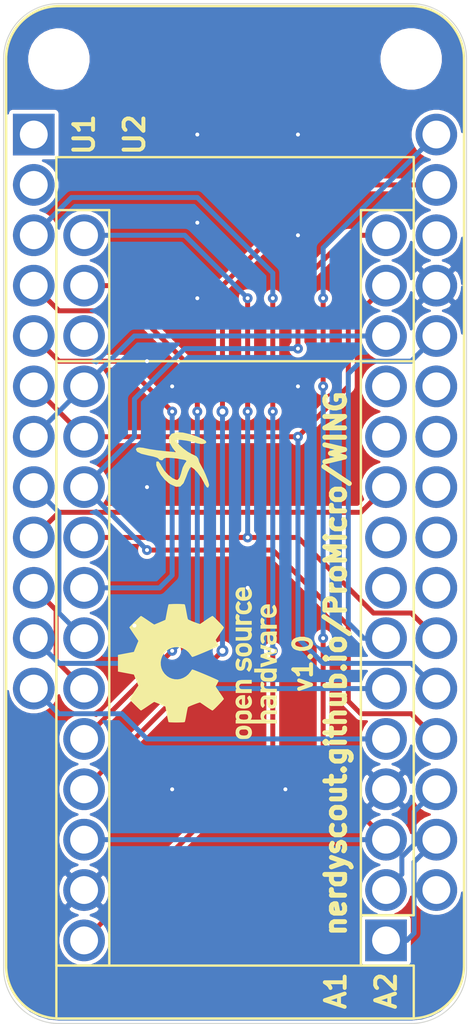
<source format=kicad_pcb>
(kicad_pcb (version 20171130) (host pcbnew 5.1.5)

  (general
    (thickness 0.8)
    (drawings 10)
    (tracks 147)
    (zones 0)
    (modules 8)
    (nets 27)
  )

  (page A4)
  (title_block
    (title ProMicro_WING)
    (date 2020-06-01)
    (rev v1.0)
  )

  (layers
    (0 F.Cu mixed)
    (31 B.Cu mixed)
    (32 B.Adhes user)
    (33 F.Adhes user)
    (34 B.Paste user)
    (35 F.Paste user)
    (36 B.SilkS user)
    (37 F.SilkS user)
    (38 B.Mask user)
    (39 F.Mask user)
    (40 Dwgs.User user hide)
    (41 Cmts.User user hide)
    (42 Eco1.User user)
    (43 Eco2.User user)
    (44 Edge.Cuts user)
    (45 Margin user)
    (46 B.CrtYd user)
    (47 F.CrtYd user)
    (48 B.Fab user hide)
    (49 F.Fab user hide)
  )

  (setup
    (last_trace_width 0.25)
    (user_trace_width 0.1)
    (user_trace_width 0.2)
    (user_trace_width 0.25)
    (user_trace_width 0.4)
    (trace_clearance 0.2)
    (zone_clearance 0.125)
    (zone_45_only no)
    (trace_min 0.1)
    (via_size 0.5)
    (via_drill 0.2)
    (via_min_size 0.45)
    (via_min_drill 0.2)
    (user_via 0.45 0.2)
    (user_via 0.5 0.2)
    (user_via 0.6 0.3)
    (uvia_size 0.3)
    (uvia_drill 0.1)
    (uvias_allowed no)
    (uvia_min_size 0.2)
    (uvia_min_drill 0.1)
    (edge_width 0.05)
    (segment_width 0.2)
    (pcb_text_width 0.3)
    (pcb_text_size 1.5 1.5)
    (mod_edge_width 0.12)
    (mod_text_size 1 1)
    (mod_text_width 0.15)
    (pad_size 2.1 2.1)
    (pad_drill 1.4)
    (pad_to_mask_clearance 0)
    (aux_axis_origin 66.04 101.6)
    (grid_origin 66.04 101.6)
    (visible_elements FFFFFF7F)
    (pcbplotparams
      (layerselection 0x010fc_ffffffff)
      (usegerberextensions false)
      (usegerberattributes false)
      (usegerberadvancedattributes false)
      (creategerberjobfile false)
      (excludeedgelayer true)
      (linewidth 0.100000)
      (plotframeref false)
      (viasonmask false)
      (mode 1)
      (useauxorigin false)
      (hpglpennumber 1)
      (hpglpenspeed 20)
      (hpglpendiameter 15.000000)
      (psnegative false)
      (psa4output false)
      (plotreference true)
      (plotvalue true)
      (plotinvisibletext false)
      (padsonsilk false)
      (subtractmaskfromsilk false)
      (outputformat 1)
      (mirror false)
      (drillshape 1)
      (scaleselection 1)
      (outputdirectory ""))
  )

  (net 0 "")
  (net 1 GND)
  (net 2 +3V3)
  (net 3 Reset)
  (net 4 D9)
  (net 5 D8)
  (net 6 A3)
  (net 7 D7)
  (net 8 A2)
  (net 9 D6)
  (net 10 A1)
  (net 11 D5)
  (net 12 A0)
  (net 13 D4)
  (net 14 D15)
  (net 15 D3)
  (net 16 D14)
  (net 17 D2)
  (net 18 D16)
  (net 19 D10)
  (net 20 D0)
  (net 21 D1)
  (net 22 +5V)
  (net 23 EN)
  (net 24 "Net-(A2-Pad18)")
  (net 25 "Net-(TP1-Pad1)")
  (net 26 "Net-(TP2-Pad1)")

  (net_class Default "This is the default net class."
    (clearance 0.2)
    (trace_width 0.25)
    (via_dia 0.5)
    (via_drill 0.2)
    (uvia_dia 0.3)
    (uvia_drill 0.1)
    (add_net +5V)
    (add_net A0)
    (add_net A1)
    (add_net A2)
    (add_net A3)
    (add_net D0)
    (add_net D1)
    (add_net D10)
    (add_net D14)
    (add_net D15)
    (add_net D16)
    (add_net D2)
    (add_net D3)
    (add_net D4)
    (add_net D5)
    (add_net D6)
    (add_net D7)
    (add_net D8)
    (add_net D9)
    (add_net EN)
    (add_net "Net-(A2-Pad18)")
    (add_net "Net-(TP1-Pad1)")
    (add_net "Net-(TP2-Pad1)")
    (add_net Reset)
  )

  (net_class Power ""
    (clearance 0.2)
    (trace_width 0.4)
    (via_dia 0.6)
    (via_drill 0.3)
    (uvia_dia 0.3)
    (uvia_drill 0.1)
    (add_net +3V3)
    (add_net GND)
  )

  (net_class small ""
    (clearance 0.2)
    (trace_width 0.2)
    (via_dia 0.5)
    (via_drill 0.2)
    (uvia_dia 0.3)
    (uvia_drill 0.1)
  )

  (net_class tiny ""
    (clearance 0.1)
    (trace_width 0.1)
    (via_dia 0.45)
    (via_drill 0.2)
    (uvia_dia 0.3)
    (uvia_drill 0.1)
  )

  (module Symbol:initials (layer F.Cu) (tedit 0) (tstamp 5EDCF8F0)
    (at 55.245 77.47 90)
    (path /5EDCD4FE)
    (fp_text reference TP3 (at 0 0 90) (layer F.SilkS) hide
      (effects (font (size 1.524 1.524) (thickness 0.3)))
    )
    (fp_text value initials (at 0.75 0 90) (layer F.SilkS) hide
      (effects (font (size 1.524 1.524) (thickness 0.3)))
    )
    (fp_poly (pts (xy 0.703956 -1.785244) (xy 0.729378 -1.665482) (xy 0.705735 -1.454342) (xy 0.690198 -1.386603)
      (xy 0.63935 -1.132969) (xy 0.587603 -0.786438) (xy 0.547035 -0.430489) (xy 0.488 0.197356)
      (xy 0.721085 0.014011) (xy 1.009772 -0.147205) (xy 1.24742 -0.155244) (xy 1.41502 -0.023202)
      (xy 1.493563 0.235821) (xy 1.477895 0.535505) (xy 1.401001 0.872557) (xy 1.288485 1.222888)
      (xy 1.163312 1.52202) (xy 1.070085 1.680375) (xy 0.984201 1.725181) (xy 0.924698 1.644827)
      (xy 0.905077 1.482996) (xy 0.938841 1.283371) (xy 0.943248 1.27) (xy 1.020121 0.999101)
      (xy 1.079596 0.707538) (xy 1.114394 0.445394) (xy 1.117237 0.262754) (xy 1.097353 0.209619)
      (xy 0.99817 0.237731) (xy 0.843432 0.369851) (xy 0.667556 0.566533) (xy 0.504956 0.788333)
      (xy 0.390048 0.995803) (xy 0.373213 1.039603) (xy 0.277472 1.224511) (xy 0.166933 1.312586)
      (xy 0.155668 1.313746) (xy 0.000667 1.358816) (xy -0.198847 1.46549) (xy -0.202344 1.467773)
      (xy -0.401822 1.576882) (xy -0.664543 1.694735) (xy -0.928077 1.796162) (xy -1.129994 1.855994)
      (xy -1.181867 1.862667) (xy -1.292384 1.811803) (xy -1.297847 1.806597) (xy -1.2649 1.741503)
      (xy -1.115425 1.644819) (xy -1.036792 1.606405) (xy -0.787974 1.467219) (xy -0.546309 1.290379)
      (xy -0.355291 1.112615) (xy -0.258414 0.970656) (xy -0.254 0.945352) (xy -0.327922 0.879759)
      (xy -0.520011 0.788828) (xy -0.740834 0.708475) (xy -1.06895 0.570519) (xy -1.236478 0.408428)
      (xy -1.252161 0.199031) (xy -1.124741 -0.080847) (xy -1.070695 -0.16584) (xy -0.889576 -0.373961)
      (xy -0.650525 -0.565088) (xy -0.395776 -0.715301) (xy -0.167563 -0.800683) (xy -0.00812 -0.797316)
      (xy 0.01511 -0.780756) (xy 0.017302 -0.692427) (xy -0.138598 -0.58102) (xy -0.207656 -0.546562)
      (xy -0.446115 -0.394009) (xy -0.666146 -0.188201) (xy -0.832638 0.029015) (xy -0.910481 0.215789)
      (xy -0.90515 0.284779) (xy -0.799353 0.374554) (xy -0.593731 0.449709) (xy -0.535927 0.46214)
      (xy -0.284165 0.534882) (xy -0.087821 0.635205) (xy -0.067499 0.651668) (xy 0.043502 0.730076)
      (xy 0.096478 0.669994) (xy 0.117536 0.581004) (xy 0.176382 0.235248) (xy 0.207892 -0.072514)
      (xy 0.210111 -0.303137) (xy 0.181083 -0.417476) (xy 0.167713 -0.423333) (xy 0.094027 -0.491934)
      (xy 0.084667 -0.550333) (xy 0.125578 -0.663074) (xy 0.160287 -0.677333) (xy 0.212934 -0.753652)
      (xy 0.275323 -0.952672) (xy 0.328068 -1.200544) (xy 0.413762 -1.555727) (xy 0.51738 -1.768019)
      (xy 0.63238 -1.827245) (xy 0.703956 -1.785244)) (layer F.SilkS) (width 0.01))
  )

  (module WING:Adafruit_Feather_mod2 (layer F.Cu) (tedit 5EC12E97) (tstamp 5EC138D6)
    (at 48.26 60.96)
    (descr "Common footprint for the Adafruit Feather series of boards, https://www.adafruit.com/feather")
    (tags "Adafruit Feather")
    (path /5EC0FD05)
    (fp_text reference U1 (at 2.54 0 270) (layer F.SilkS)
      (effects (font (size 1 1) (thickness 0.2)))
    )
    (fp_text value Adafruit_HUZZAH32_ESP32_Feather (at 6.985 23.495 90) (layer F.Fab) hide
      (effects (font (size 1 1) (thickness 0.15)))
    )
    (fp_text user %R (at 3.175 0 90) (layer F.Fab)
      (effects (font (size 0.8 0.8) (thickness 0.2)))
    )
    (fp_line (start -1.52 -3.81) (end -1.52 42.05) (layer F.CrtYd) (width 0.05))
    (fp_line (start 1.27 -6.6) (end 19.05 -6.6) (layer F.CrtYd) (width 0.05))
    (fp_line (start 21.84 -3.81) (end 21.84 42.05) (layer F.CrtYd) (width 0.05))
    (fp_line (start 1.27 44.577) (end 19.05 44.577) (layer F.SilkS) (width 0.12))
    (fp_line (start 1.27 -6.477) (end 19.05 -6.477) (layer F.SilkS) (width 0.12))
    (fp_line (start -1.397 41.91) (end -1.397 -3.81) (layer F.SilkS) (width 0.12))
    (fp_line (start 21.717 41.91) (end 21.717 -3.81) (layer F.SilkS) (width 0.12))
    (fp_line (start 1.27 44.45) (end 19.05 44.45) (layer F.Fab) (width 0.1))
    (fp_line (start 21.59 41.91) (end 21.59 -3.81) (layer F.Fab) (width 0.1))
    (fp_line (start 19.05 -6.35) (end 1.27 -6.35) (layer F.Fab) (width 0.1))
    (fp_line (start -1.27 -3.81) (end -1.27 41.91) (layer F.Fab) (width 0.1))
    (fp_line (start 1.27 44.84) (end 19.05 44.84) (layer F.CrtYd) (width 0.05))
    (fp_arc (start 1.27 -3.81) (end 1.27 -6.6) (angle -90) (layer F.CrtYd) (width 0.05))
    (fp_arc (start 19.05 -3.81) (end 21.84 -3.81) (angle -90) (layer F.CrtYd) (width 0.05))
    (fp_arc (start 1.27 41.91) (end -1.397 41.91) (angle -90) (layer F.SilkS) (width 0.12))
    (fp_arc (start 19.05 41.91) (end 19.05 44.577) (angle -90) (layer F.SilkS) (width 0.12))
    (fp_arc (start 1.27 -3.81) (end 1.27 -6.477) (angle -90) (layer F.SilkS) (width 0.12))
    (fp_arc (start 19.05 -3.81) (end 21.717 -3.81) (angle -90) (layer F.SilkS) (width 0.12))
    (fp_arc (start 1.27 41.91) (end 1.27 44.45) (angle 90) (layer F.Fab) (width 0.1))
    (fp_arc (start 19.05 41.91) (end 21.59 41.91) (angle 90) (layer F.Fab) (width 0.1))
    (fp_arc (start 19.05 -3.81) (end 21.59 -3.81) (angle -88.9) (layer F.Fab) (width 0.1))
    (fp_arc (start 1.27 -3.81) (end -1.27 -3.81) (angle 90) (layer F.Fab) (width 0.1))
    (fp_arc (start 19.05 42.05) (end 19.05 44.84) (angle -90) (layer F.CrtYd) (width 0.05))
    (fp_arc (start 1.27 42.05) (end -1.52 42.05) (angle -90) (layer F.CrtYd) (width 0.05))
    (pad 1 thru_hole rect (at 0 0) (size 2.1 2.1) (drill 1.4) (layers *.Cu *.Mask))
    (pad 2 thru_hole circle (at 0 2.54) (size 2.1 2.1) (drill 1.4) (layers *.Cu *.Mask)
      (net 23 EN))
    (pad 3 thru_hole circle (at 0 5.08) (size 2.1 2.1) (drill 1.4) (layers *.Cu *.Mask)
      (net 22 +5V))
    (pad 4 thru_hole circle (at 0 7.62) (size 2.1 2.1) (drill 1.4) (layers *.Cu *.Mask)
      (net 6 A3))
    (pad 5 thru_hole circle (at 0 10.16) (size 2.1 2.1) (drill 1.4) (layers *.Cu *.Mask)
      (net 12 A0))
    (pad 6 thru_hole circle (at 0 12.7) (size 2.1 2.1) (drill 1.4) (layers *.Cu *.Mask)
      (net 18 D16))
    (pad 7 thru_hole circle (at 0 15.24) (size 2.1 2.1) (drill 1.4) (layers *.Cu *.Mask)
      (net 19 D10))
    (pad 8 thru_hole circle (at 0 17.78) (size 2.1 2.1) (drill 1.4) (layers *.Cu *.Mask)
      (net 10 A1))
    (pad 9 thru_hole circle (at 0 20.32) (size 2.1 2.1) (drill 1.4) (layers *.Cu *.Mask)
      (net 7 D7))
    (pad 10 thru_hole circle (at 0 22.86) (size 2.1 2.1) (drill 1.4) (layers *.Cu *.Mask)
      (net 8 A2))
    (pad 11 thru_hole circle (at 0 25.4) (size 2.1 2.1) (drill 1.4) (layers *.Cu *.Mask)
      (net 15 D3))
    (pad 12 thru_hole circle (at 0 27.94) (size 2.1 2.1) (drill 1.4) (layers *.Cu *.Mask)
      (net 17 D2))
    (pad 13 thru_hole circle (at 20.32 38.1) (size 2.1 2.1) (drill 1.4) (layers *.Cu *.Mask))
    (pad 14 thru_hole circle (at 20.32 35.56) (size 2.1 2.1) (drill 1.4) (layers *.Cu *.Mask)
      (net 21 D1))
    (pad 15 thru_hole circle (at 20.32 33.02) (size 2.1 2.1) (drill 1.4) (layers *.Cu *.Mask)
      (net 20 D0))
    (pad 16 thru_hole circle (at 20.32 30.48) (size 2.1 2.1) (drill 1.4) (layers *.Cu *.Mask)
      (net 16 D14))
    (pad 17 thru_hole circle (at 20.32 27.94) (size 2.1 2.1) (drill 1.4) (layers *.Cu *.Mask)
      (net 18 D16))
    (pad 18 thru_hole circle (at 20.32 25.4) (size 2.1 2.1) (drill 1.4) (layers *.Cu *.Mask)
      (net 14 D15))
    (pad 19 thru_hole circle (at 20.32 22.86) (size 2.1 2.1) (drill 1.4) (layers *.Cu *.Mask))
    (pad 20 thru_hole circle (at 20.32 20.32) (size 2.1 2.1) (drill 1.4) (layers *.Cu *.Mask))
    (pad 21 thru_hole circle (at 20.32 17.78) (size 2.1 2.1) (drill 1.4) (layers *.Cu *.Mask))
    (pad 22 thru_hole circle (at 20.32 15.24) (size 2.1 2.1) (drill 1.4) (layers *.Cu *.Mask))
    (pad 23 thru_hole circle (at 20.32 12.7) (size 2.1 2.1) (drill 1.4) (layers *.Cu *.Mask))
    (pad 25 thru_hole circle (at 20.32 7.62) (size 2.1 2.1) (drill 1.4) (layers *.Cu *.Mask)
      (net 1 GND))
    (pad 26 thru_hole circle (at 20.32 5.08) (size 2.1 2.1) (drill 1.4) (layers *.Cu *.Mask))
    (pad 27 thru_hole circle (at 20.32 2.54) (size 2.1 2.1) (drill 1.4) (layers *.Cu *.Mask)
      (net 2 +3V3))
    (model ${KISYS3DMOD}/Module.3dshapes/Adafruit_Feather.wrl
      (at (xyz 0 0 0))
      (scale (xyz 1 1 1))
      (rotate (xyz 0 0 0))
    )
  )

  (module MountingHole:MountingHole_2.7mm (layer F.Cu) (tedit 56D1B4CB) (tstamp 5EC1F60E)
    (at 67.31 57.15)
    (descr "Mounting Hole 2.7mm, no annular")
    (tags "mounting hole 2.7mm no annular")
    (path /5EC529D5)
    (attr virtual)
    (fp_text reference TP2 (at 0 -3.7) (layer F.SilkS) hide
      (effects (font (size 1 1) (thickness 0.15)))
    )
    (fp_text value TestPoint (at 0 3.7) (layer F.Fab) hide
      (effects (font (size 1 1) (thickness 0.15)))
    )
    (fp_circle (center 0 0) (end 2.95 0) (layer F.CrtYd) (width 0.05))
    (fp_circle (center 0 0) (end 2.7 0) (layer Cmts.User) (width 0.15))
    (fp_text user %R (at 0.3 0) (layer F.Fab)
      (effects (font (size 1 1) (thickness 0.15)))
    )
    (pad 1 np_thru_hole circle (at 0 0) (size 2.7 2.7) (drill 2.7) (layers *.Cu *.Mask)
      (net 26 "Net-(TP2-Pad1)"))
  )

  (module MountingHole:MountingHole_2.7mm (layer F.Cu) (tedit 56D1B4CB) (tstamp 5EC1F606)
    (at 49.53 57.15)
    (descr "Mounting Hole 2.7mm, no annular")
    (tags "mounting hole 2.7mm no annular")
    (path /5EC52C66)
    (attr virtual)
    (fp_text reference TP1 (at 0 -3.7) (layer F.SilkS) hide
      (effects (font (size 1 1) (thickness 0.15)))
    )
    (fp_text value TestPoint (at 0 3.7) (layer F.Fab) hide
      (effects (font (size 1 1) (thickness 0.15)))
    )
    (fp_circle (center 0 0) (end 2.95 0) (layer F.CrtYd) (width 0.05))
    (fp_circle (center 0 0) (end 2.7 0) (layer Cmts.User) (width 0.15))
    (fp_text user %R (at 0.3 0) (layer F.Fab)
      (effects (font (size 1 1) (thickness 0.15)))
    )
    (pad 1 np_thru_hole circle (at 0 0) (size 2.7 2.7) (drill 2.7) (layers *.Cu *.Mask)
      (net 25 "Net-(TP1-Pad1)"))
  )

  (module WING:Adafruit_Feather (layer F.Cu) (tedit 5FBA2C12) (tstamp 5EC2145B)
    (at 48.26 60.96)
    (descr "Common footprint for the Adafruit Feather series of boards, https://www.adafruit.com/feather")
    (tags "Adafruit Feather")
    (path /5EC4679C)
    (fp_text reference U2 (at 5.08 0 270) (layer F.SilkS)
      (effects (font (size 1 1) (thickness 0.2)))
    )
    (fp_text value Adafruit_Feather_HUZZAH_ESP8266 (at 5.715 21.59 90) (layer F.Fab) hide
      (effects (font (size 1 1) (thickness 0.15)))
    )
    (fp_arc (start 1.27 42.05) (end -1.52 42.05) (angle -90) (layer F.CrtYd) (width 0.05))
    (fp_arc (start 19.05 42.05) (end 19.05 44.84) (angle -90) (layer F.CrtYd) (width 0.05))
    (fp_arc (start 1.27 -3.81) (end -1.27 -3.81) (angle 90) (layer F.Fab) (width 0.1))
    (fp_arc (start 19.05 -3.81) (end 21.59 -3.81) (angle -88.9) (layer F.Fab) (width 0.1))
    (fp_arc (start 19.05 41.91) (end 21.59 41.91) (angle 90) (layer F.Fab) (width 0.1))
    (fp_arc (start 1.27 41.91) (end 1.27 44.45) (angle 90) (layer F.Fab) (width 0.1))
    (fp_arc (start 19.05 -3.81) (end 21.717 -3.81) (angle -90) (layer F.SilkS) (width 0.12))
    (fp_arc (start 1.27 -3.81) (end 1.27 -6.477) (angle -90) (layer F.SilkS) (width 0.12))
    (fp_arc (start 19.05 41.91) (end 19.05 44.577) (angle -90) (layer F.SilkS) (width 0.12))
    (fp_arc (start 1.27 41.91) (end -1.397 41.91) (angle -90) (layer F.SilkS) (width 0.12))
    (fp_arc (start 19.05 -3.81) (end 21.84 -3.81) (angle -90) (layer F.CrtYd) (width 0.05))
    (fp_arc (start 1.27 -3.81) (end 1.27 -6.6) (angle -90) (layer F.CrtYd) (width 0.05))
    (fp_line (start 1.27 44.84) (end 19.05 44.84) (layer F.CrtYd) (width 0.05))
    (fp_line (start -1.27 -3.81) (end -1.27 41.91) (layer F.Fab) (width 0.1))
    (fp_line (start 19.05 -6.35) (end 1.27 -6.35) (layer F.Fab) (width 0.1))
    (fp_line (start 21.59 41.91) (end 21.59 -3.81) (layer F.Fab) (width 0.1))
    (fp_line (start 1.27 44.45) (end 19.05 44.45) (layer F.Fab) (width 0.1))
    (fp_line (start 21.717 41.91) (end 21.717 -3.81) (layer F.SilkS) (width 0.12))
    (fp_line (start -1.397 41.91) (end -1.397 -3.81) (layer F.SilkS) (width 0.12))
    (fp_line (start 1.27 -6.477) (end 19.05 -6.477) (layer F.SilkS) (width 0.12))
    (fp_line (start 1.27 44.577) (end 19.05 44.577) (layer F.SilkS) (width 0.12))
    (fp_line (start 21.84 -3.81) (end 21.84 42.05) (layer F.CrtYd) (width 0.05))
    (fp_line (start 1.27 -6.6) (end 19.05 -6.6) (layer F.CrtYd) (width 0.05))
    (fp_line (start -1.52 -3.81) (end -1.52 42.05) (layer F.CrtYd) (width 0.05))
    (fp_text user %R (at 1.905 0 90) (layer F.Fab)
      (effects (font (size 0.8 0.8) (thickness 0.2)))
    )
    (pad 28 thru_hole circle (at 20.32 0) (size 2.1 2.1) (drill 1.4) (layers *.Cu *.Mask)
      (net 3 Reset))
    (pad 27 thru_hole circle (at 20.32 2.54) (size 2.1 2.1) (drill 1.4) (layers *.Cu *.Mask)
      (net 2 +3V3))
    (pad 26 thru_hole circle (at 20.32 5.08) (size 2.1 2.1) (drill 1.4) (layers *.Cu *.Mask))
    (pad 25 thru_hole circle (at 20.32 7.62) (size 2.1 2.1) (drill 1.4) (layers *.Cu *.Mask)
      (net 1 GND))
    (pad 24 thru_hole circle (at 20.32 10.16) (size 2.1 2.1) (drill 1.4) (layers *.Cu *.Mask)
      (net 13 D4))
    (pad 23 thru_hole circle (at 20.32 12.7) (size 2.1 2.1) (drill 1.4) (layers *.Cu *.Mask))
    (pad 22 thru_hole circle (at 20.32 15.24) (size 2.1 2.1) (drill 1.4) (layers *.Cu *.Mask))
    (pad 21 thru_hole circle (at 20.32 17.78) (size 2.1 2.1) (drill 1.4) (layers *.Cu *.Mask))
    (pad 20 thru_hole circle (at 20.32 20.32) (size 2.1 2.1) (drill 1.4) (layers *.Cu *.Mask))
    (pad 19 thru_hole circle (at 20.32 22.86) (size 2.1 2.1) (drill 1.4) (layers *.Cu *.Mask))
    (pad 18 thru_hole circle (at 20.32 25.4) (size 2.1 2.1) (drill 1.4) (layers *.Cu *.Mask)
      (net 14 D15))
    (pad 17 thru_hole circle (at 20.32 27.94) (size 2.1 2.1) (drill 1.4) (layers *.Cu *.Mask)
      (net 18 D16))
    (pad 16 thru_hole circle (at 20.32 30.48) (size 2.1 2.1) (drill 1.4) (layers *.Cu *.Mask)
      (net 16 D14))
    (pad 15 thru_hole circle (at 20.32 33.02) (size 2.1 2.1) (drill 1.4) (layers *.Cu *.Mask)
      (net 20 D0))
    (pad 14 thru_hole circle (at 20.32 35.56) (size 2.1 2.1) (drill 1.4) (layers *.Cu *.Mask)
      (net 21 D1))
    (pad 13 thru_hole circle (at 20.32 38.1) (size 2.1 2.1) (drill 1.4) (layers *.Cu *.Mask))
    (pad 12 thru_hole circle (at 0 27.94) (size 2.1 2.1) (drill 1.4) (layers *.Cu *.Mask)
      (net 17 D2))
    (pad 11 thru_hole circle (at 0 25.4) (size 2.1 2.1) (drill 1.4) (layers *.Cu *.Mask)
      (net 15 D3))
    (pad 10 thru_hole circle (at 0 22.86) (size 2.1 2.1) (drill 1.4) (layers *.Cu *.Mask)
      (net 8 A2))
    (pad 9 thru_hole circle (at 0 20.32) (size 2.1 2.1) (drill 1.4) (layers *.Cu *.Mask)
      (net 7 D7))
    (pad 8 thru_hole circle (at 0 17.78) (size 2.1 2.1) (drill 1.4) (layers *.Cu *.Mask)
      (net 10 A1))
    (pad 7 thru_hole circle (at 0 15.24) (size 2.1 2.1) (drill 1.4) (layers *.Cu *.Mask)
      (net 19 D10))
    (pad 3 thru_hole circle (at 0 5.08) (size 2.1 2.1) (drill 1.4) (layers *.Cu *.Mask)
      (net 22 +5V))
    (pad 2 thru_hole circle (at 0 2.54) (size 2.1 2.1) (drill 1.4) (layers *.Cu *.Mask)
      (net 23 EN))
    (pad 1 thru_hole rect (at 0 0) (size 2.1 2.1) (drill 1.4) (layers *.Cu *.Mask))
    (model ${KISYS3DMOD}/Module.3dshapes/Adafruit_Feather.wrl
      (at (xyz 0 0 0))
      (scale (xyz 1 1 1))
      (rotate (xyz 0 0 0))
    )
  )

  (module Module:Sparkfun_Pro_Micro (layer F.Cu) (tedit 5FBA2C06) (tstamp 5EC1A7A2)
    (at 66.04 101.6 180)
    (descr "Sparkfun Pro Micro, https://www.sparkfun.com/products/12587")
    (tags "Sparkfun Pro Micro")
    (path /5EC0E43A)
    (fp_text reference A1 (at 2.54 -2.54 270) (layer F.SilkS)
      (effects (font (size 1 1) (thickness 0.2)))
    )
    (fp_text value Sparkfun_Pro_Micro_3V3 (at 8.89 13.97 90) (layer F.Fab) hide
      (effects (font (size 1 1) (thickness 0.15)))
    )
    (fp_text user %R (at 1.905 0 90) (layer F.Fab)
      (effects (font (size 0.8 0.8) (thickness 0.2)))
    )
    (fp_line (start -1.4 1.27) (end -1.4 29.21) (layer F.SilkS) (width 0.12))
    (fp_line (start 13.97 -1.27) (end 13.97 29.21) (layer F.SilkS) (width 0.12))
    (fp_line (start 1.27 1.27) (end -1.4 1.27) (layer F.SilkS) (width 0.12))
    (fp_line (start 1.27 -1.27) (end 1.27 29.21) (layer F.SilkS) (width 0.12))
    (fp_line (start -1.4 29.21) (end 16.64 29.21) (layer F.SilkS) (width 0.12))
    (fp_line (start 16.64 29.21) (end 16.64 -1.27) (layer F.SilkS) (width 0.12))
    (fp_line (start 16.64 -1.27) (end 1.27 -1.27) (layer F.SilkS) (width 0.12))
    (fp_line (start 16.5 29.05) (end -1.27 29.05) (layer F.Fab) (width 0.1))
    (fp_line (start -1.27 29.05) (end -1.27 -0.6) (layer F.Fab) (width 0.1))
    (fp_line (start -0.8 -1.1) (end -1.27 -0.6) (layer F.Fab) (width 0.1))
    (fp_line (start -0.8 -1.1) (end 16.5 -1.1) (layer F.Fab) (width 0.1))
    (fp_line (start 16.5 -1.1) (end 16.5 29.05) (layer F.Fab) (width 0.1))
    (fp_line (start -1.5 -1.5) (end 16.8 -1.5) (layer F.CrtYd) (width 0.05))
    (fp_line (start -1.5 -1.5) (end -1.5 29.3) (layer F.CrtYd) (width 0.05))
    (fp_line (start 16.8 29.3) (end 16.8 -1.5) (layer F.CrtYd) (width 0.05))
    (fp_line (start 16.8 29.3) (end -1.5 29.3) (layer F.CrtYd) (width 0.05))
    (pad 24 thru_hole circle (at 15.24 0 180) (size 2.1 2.1) (drill 1.4) (layers *.Cu *.Mask)
      (net 22 +5V))
    (pad 23 thru_hole circle (at 15.24 2.54 180) (size 2.1 2.1) (drill 1.4) (layers *.Cu *.Mask)
      (net 1 GND))
    (pad 22 thru_hole circle (at 15.24 5.08 180) (size 2.1 2.1) (drill 1.4) (layers *.Cu *.Mask)
      (net 3 Reset))
    (pad 12 thru_hole circle (at 0 27.94 180) (size 2.1 2.1) (drill 1.4) (layers *.Cu *.Mask)
      (net 4 D9))
    (pad 21 thru_hole circle (at 15.24 7.62 180) (size 2.1 2.1) (drill 1.4) (layers *.Cu *.Mask)
      (net 2 +3V3))
    (pad 11 thru_hole circle (at 0 25.4 180) (size 2.1 2.1) (drill 1.4) (layers *.Cu *.Mask)
      (net 5 D8))
    (pad 20 thru_hole circle (at 15.24 10.16 180) (size 2.1 2.1) (drill 1.4) (layers *.Cu *.Mask)
      (net 6 A3))
    (pad 10 thru_hole circle (at 0 22.86 180) (size 2.1 2.1) (drill 1.4) (layers *.Cu *.Mask)
      (net 7 D7))
    (pad 19 thru_hole circle (at 15.24 12.7 180) (size 2.1 2.1) (drill 1.4) (layers *.Cu *.Mask)
      (net 8 A2))
    (pad 9 thru_hole circle (at 0 20.32 180) (size 2.1 2.1) (drill 1.4) (layers *.Cu *.Mask)
      (net 9 D6))
    (pad 18 thru_hole circle (at 15.24 15.24 180) (size 2.1 2.1) (drill 1.4) (layers *.Cu *.Mask)
      (net 10 A1))
    (pad 8 thru_hole circle (at 0 17.78 180) (size 2.1 2.1) (drill 1.4) (layers *.Cu *.Mask)
      (net 11 D5))
    (pad 17 thru_hole circle (at 15.24 17.78 180) (size 2.1 2.1) (drill 1.4) (layers *.Cu *.Mask)
      (net 12 A0))
    (pad 7 thru_hole circle (at 0 15.24 180) (size 2.1 2.1) (drill 1.4) (layers *.Cu *.Mask)
      (net 13 D4))
    (pad 16 thru_hole circle (at 15.24 20.32 180) (size 2.1 2.1) (drill 1.4) (layers *.Cu *.Mask)
      (net 14 D15))
    (pad 6 thru_hole circle (at 0 12.7 180) (size 2.1 2.1) (drill 1.4) (layers *.Cu *.Mask)
      (net 15 D3))
    (pad 15 thru_hole circle (at 15.24 22.86 180) (size 2.1 2.1) (drill 1.4) (layers *.Cu *.Mask)
      (net 16 D14))
    (pad 5 thru_hole circle (at 0 10.16 180) (size 2.1 2.1) (drill 1.4) (layers *.Cu *.Mask)
      (net 17 D2))
    (pad 14 thru_hole circle (at 15.24 25.4 180) (size 2.1 2.1) (drill 1.4) (layers *.Cu *.Mask)
      (net 18 D16))
    (pad 4 thru_hole circle (at 0 7.62 180) (size 2.1 2.1) (drill 1.4) (layers *.Cu *.Mask)
      (net 1 GND))
    (pad 13 thru_hole circle (at 15.24 27.94 180) (size 2.1 2.1) (drill 1.4) (layers *.Cu *.Mask)
      (net 19 D10))
    (pad 3 thru_hole circle (at 0 5.08 180) (size 2.1 2.1) (drill 1.4) (layers *.Cu *.Mask)
      (net 3 Reset))
    (pad 2 thru_hole circle (at 0 2.54 180) (size 2.1 2.1) (drill 1.4) (layers *.Cu *.Mask)
      (net 20 D0))
    (pad 1 thru_hole rect (at 0 0 180) (size 2.1 2.1) (drill 1.4) (layers *.Cu *.Mask)
      (net 21 D1))
    (model ${KISYS3DMOD}/Module.3dshapes/Sparkfun_Pro_Micro.wrl
      (at (xyz 0 0 0))
      (scale (xyz 1 1 1))
      (rotate (xyz 0 0 0))
    )
  )

  (module Module:Arduino_Nano_mod (layer F.Cu) (tedit 5FBA2C00) (tstamp 5EC151BC)
    (at 66.04 101.6 180)
    (descr "Arduino Nano, http://www.mouser.com/pdfdocs/Gravitech_Arduino_Nano3_0.pdf")
    (tags "Arduino Nano")
    (path /5EC0FDB1)
    (fp_text reference A2 (at 0 -2.54 90) (layer F.SilkS)
      (effects (font (size 1 1) (thickness 0.2)))
    )
    (fp_text value Arduino_Nano_v3.x (at 6.985 11.43 90) (layer F.Fab)
      (effects (font (size 1 1) (thickness 0.15)))
    )
    (fp_line (start 16.75 42.16) (end -1.53 42.16) (layer F.CrtYd) (width 0.05))
    (fp_line (start 16.75 42.16) (end 16.75 -4.06) (layer F.CrtYd) (width 0.05))
    (fp_line (start -1.53 -4.06) (end -1.53 42.16) (layer F.CrtYd) (width 0.05))
    (fp_line (start -1.53 -4.06) (end 16.75 -4.06) (layer F.CrtYd) (width 0.05))
    (fp_line (start 16.51 -3.81) (end 16.51 39.37) (layer F.Fab) (width 0.1))
    (fp_line (start 0 -3.81) (end 16.51 -3.81) (layer F.Fab) (width 0.1))
    (fp_line (start -1.27 -2.54) (end 0 -3.81) (layer F.Fab) (width 0.1))
    (fp_line (start -1.27 39.37) (end -1.27 -2.54) (layer F.Fab) (width 0.1))
    (fp_line (start 16.51 39.37) (end -1.27 39.37) (layer F.Fab) (width 0.1))
    (fp_line (start 16.64 -3.94) (end -1.4 -3.94) (layer F.SilkS) (width 0.12))
    (fp_line (start 16.64 39.5) (end 16.64 -3.94) (layer F.SilkS) (width 0.12))
    (fp_line (start -1.4 39.5) (end 16.64 39.5) (layer F.SilkS) (width 0.12))
    (fp_line (start 3.81 41.91) (end 3.81 31.75) (layer F.Fab) (width 0.1))
    (fp_line (start 11.43 41.91) (end 3.81 41.91) (layer F.Fab) (width 0.1))
    (fp_line (start 11.43 31.75) (end 11.43 41.91) (layer F.Fab) (width 0.1))
    (fp_line (start 3.81 31.75) (end 11.43 31.75) (layer F.Fab) (width 0.1))
    (fp_line (start 1.27 36.83) (end -1.4 36.83) (layer F.SilkS) (width 0.12))
    (fp_line (start 1.27 1.27) (end 1.27 36.83) (layer F.SilkS) (width 0.12))
    (fp_line (start 1.27 1.27) (end -1.4 1.27) (layer F.SilkS) (width 0.12))
    (fp_line (start 13.97 36.83) (end 16.64 36.83) (layer F.SilkS) (width 0.12))
    (fp_line (start 13.97 -1.27) (end 13.97 36.83) (layer F.SilkS) (width 0.12))
    (fp_line (start 13.97 -1.27) (end 16.64 -1.27) (layer F.SilkS) (width 0.12))
    (fp_line (start -1.4 -3.94) (end -1.4 -1.27) (layer F.SilkS) (width 0.12))
    (fp_line (start -1.4 1.27) (end -1.4 39.5) (layer F.SilkS) (width 0.12))
    (fp_line (start 1.27 -1.27) (end -1.4 -1.27) (layer F.SilkS) (width 0.12))
    (fp_line (start 1.27 1.27) (end 1.27 -1.27) (layer F.SilkS) (width 0.12))
    (fp_text user %R (at 3.175 0 90) (layer F.Fab)
      (effects (font (size 0.8 0.8) (thickness 0.2)))
    )
    (pad 16 thru_hole circle (at 15.24 35.56 180) (size 2.1 2.1) (drill 1.4) (layers *.Cu *.Mask)
      (net 14 D15))
    (pad 15 thru_hole circle (at 0 35.56 180) (size 2.1 2.1) (drill 1.4) (layers *.Cu *.Mask)
      (net 16 D14))
    (pad 30 thru_hole circle (at 15.24 0 180) (size 2.1 2.1) (drill 1.4) (layers *.Cu *.Mask)
      (net 22 +5V))
    (pad 14 thru_hole circle (at 0 33.02 180) (size 2.1 2.1) (drill 1.4) (layers *.Cu *.Mask)
      (net 18 D16))
    (pad 29 thru_hole circle (at 15.24 2.54 180) (size 2.1 2.1) (drill 1.4) (layers *.Cu *.Mask)
      (net 1 GND))
    (pad 13 thru_hole circle (at 0 30.48 180) (size 2.1 2.1) (drill 1.4) (layers *.Cu *.Mask)
      (net 19 D10))
    (pad 28 thru_hole circle (at 15.24 5.08 180) (size 2.1 2.1) (drill 1.4) (layers *.Cu *.Mask)
      (net 3 Reset))
    (pad 12 thru_hole circle (at 0 27.94 180) (size 2.1 2.1) (drill 1.4) (layers *.Cu *.Mask)
      (net 4 D9))
    (pad 27 thru_hole circle (at 15.24 7.62 180) (size 2.1 2.1) (drill 1.4) (layers *.Cu *.Mask)
      (net 2 +3V3))
    (pad 11 thru_hole circle (at 0 25.4 180) (size 2.1 2.1) (drill 1.4) (layers *.Cu *.Mask)
      (net 5 D8))
    (pad 26 thru_hole circle (at 15.24 10.16 180) (size 2.1 2.1) (drill 1.4) (layers *.Cu *.Mask)
      (net 6 A3))
    (pad 10 thru_hole circle (at 0 22.86 180) (size 2.1 2.1) (drill 1.4) (layers *.Cu *.Mask)
      (net 7 D7))
    (pad 25 thru_hole circle (at 15.24 12.7 180) (size 2.1 2.1) (drill 1.4) (layers *.Cu *.Mask)
      (net 8 A2))
    (pad 9 thru_hole circle (at 0 20.32 180) (size 2.1 2.1) (drill 1.4) (layers *.Cu *.Mask)
      (net 9 D6))
    (pad 24 thru_hole circle (at 15.24 15.24 180) (size 2.1 2.1) (drill 1.4) (layers *.Cu *.Mask)
      (net 10 A1))
    (pad 8 thru_hole circle (at 0 17.78 180) (size 2.1 2.1) (drill 1.4) (layers *.Cu *.Mask)
      (net 11 D5))
    (pad 23 thru_hole circle (at 15.24 17.78 180) (size 2.1 2.1) (drill 1.4) (layers *.Cu *.Mask)
      (net 12 A0))
    (pad 7 thru_hole circle (at 0 15.24 180) (size 2.1 2.1) (drill 1.4) (layers *.Cu *.Mask)
      (net 13 D4))
    (pad 6 thru_hole circle (at 0 12.7 180) (size 2.1 2.1) (drill 1.4) (layers *.Cu *.Mask)
      (net 15 D3))
    (pad 5 thru_hole circle (at 0 10.16 180) (size 2.1 2.1) (drill 1.4) (layers *.Cu *.Mask)
      (net 17 D2))
    (pad 4 thru_hole circle (at 0 7.62 180) (size 2.1 2.1) (drill 1.4) (layers *.Cu *.Mask)
      (net 1 GND))
    (pad 3 thru_hole circle (at 0 5.08 180) (size 2.1 2.1) (drill 1.4) (layers *.Cu *.Mask)
      (net 3 Reset))
    (pad 18 thru_hole circle (at 15.24 30.48 180) (size 2.1 2.1) (drill 1.4) (layers *.Cu *.Mask)
      (net 24 "Net-(A2-Pad18)"))
    (pad 2 thru_hole circle (at 0 2.54 180) (size 2.1 2.1) (drill 1.4) (layers *.Cu *.Mask)
      (net 20 D0))
    (pad 17 thru_hole circle (at 15.24 33.02 180) (size 2.1 2.1) (drill 1.4) (layers *.Cu *.Mask)
      (net 2 +3V3))
    (pad 1 thru_hole rect (at 0 0 180) (size 2.1 2.1) (drill 1.4) (layers *.Cu *.Mask)
      (net 21 D1))
    (model ${KISYS3DMOD}/Module.3dshapes/Arduino_Nano_WithMountingHoles.wrl
      (at (xyz 0 0 0))
      (scale (xyz 1 1 1))
      (rotate (xyz 0 0 0))
    )
  )

  (module Symbol:OSHW-Logo_7.5x8mm_SilkScreen (layer F.Cu) (tedit 0) (tstamp 5E260438)
    (at 56.515 87.63 90)
    (descr "Open Source Hardware Logo")
    (tags "Logo OSHW")
    (path /5E25FD05)
    (attr virtual)
    (fp_text reference LOGO1 (at 0 0 90) (layer F.SilkS) hide
      (effects (font (size 1 1) (thickness 0.15)))
    )
    (fp_text value Logo_Open_Hardware_Small (at 0.75 0 90) (layer F.Fab) hide
      (effects (font (size 1 1) (thickness 0.15)))
    )
    (fp_poly (pts (xy 0.500964 -3.601424) (xy 0.576513 -3.200678) (xy 1.134041 -2.970846) (xy 1.468465 -3.198252)
      (xy 1.562122 -3.261569) (xy 1.646782 -3.318104) (xy 1.718495 -3.365273) (xy 1.773311 -3.400498)
      (xy 1.80728 -3.421195) (xy 1.81653 -3.425658) (xy 1.833195 -3.41418) (xy 1.868806 -3.382449)
      (xy 1.919371 -3.334517) (xy 1.9809 -3.274438) (xy 2.049399 -3.206267) (xy 2.120879 -3.134055)
      (xy 2.191347 -3.061858) (xy 2.256811 -2.993727) (xy 2.31328 -2.933717) (xy 2.356763 -2.885881)
      (xy 2.383268 -2.854273) (xy 2.389605 -2.843695) (xy 2.380486 -2.824194) (xy 2.35492 -2.781469)
      (xy 2.315597 -2.719702) (xy 2.265203 -2.643069) (xy 2.206427 -2.555752) (xy 2.172368 -2.505948)
      (xy 2.110289 -2.415007) (xy 2.055126 -2.332941) (xy 2.009554 -2.263837) (xy 1.97625 -2.211778)
      (xy 1.95789 -2.18085) (xy 1.955131 -2.17435) (xy 1.961385 -2.155879) (xy 1.978434 -2.112828)
      (xy 2.003703 -2.051251) (xy 2.034622 -1.977201) (xy 2.068618 -1.89673) (xy 2.103118 -1.815893)
      (xy 2.135551 -1.740742) (xy 2.163343 -1.677329) (xy 2.183923 -1.631707) (xy 2.194719 -1.609931)
      (xy 2.195356 -1.609074) (xy 2.212307 -1.604916) (xy 2.257451 -1.595639) (xy 2.32611 -1.582156)
      (xy 2.413602 -1.565379) (xy 2.51525 -1.546219) (xy 2.574556 -1.53517) (xy 2.683172 -1.51449)
      (xy 2.781277 -1.494811) (xy 2.863909 -1.477211) (xy 2.926104 -1.462767) (xy 2.962899 -1.452554)
      (xy 2.970296 -1.449314) (xy 2.97754 -1.427383) (xy 2.983385 -1.377853) (xy 2.987835 -1.306515)
      (xy 2.990893 -1.219161) (xy 2.992565 -1.121583) (xy 2.992853 -1.019574) (xy 2.991761 -0.918925)
      (xy 2.989294 -0.825428) (xy 2.985456 -0.744875) (xy 2.98025 -0.683058) (xy 2.973681 -0.64577)
      (xy 2.969741 -0.638007) (xy 2.946188 -0.628702) (xy 2.896282 -0.6154) (xy 2.826623 -0.599663)
      (xy 2.743813 -0.583054) (xy 2.714905 -0.577681) (xy 2.575531 -0.552152) (xy 2.465436 -0.531592)
      (xy 2.380982 -0.515185) (xy 2.31853 -0.502113) (xy 2.274444 -0.491559) (xy 2.245085 -0.482706)
      (xy 2.226815 -0.474737) (xy 2.215998 -0.466835) (xy 2.214485 -0.465273) (xy 2.199377 -0.440114)
      (xy 2.176329 -0.39115) (xy 2.147644 -0.324379) (xy 2.115622 -0.245795) (xy 2.082565 -0.161393)
      (xy 2.050773 -0.07717) (xy 2.022549 0.000879) (xy 2.000193 0.066759) (xy 1.986007 0.114473)
      (xy 1.982293 0.138027) (xy 1.982602 0.138852) (xy 1.995189 0.158104) (xy 2.023744 0.200463)
      (xy 2.065267 0.261521) (xy 2.116756 0.336868) (xy 2.175211 0.422096) (xy 2.191858 0.446315)
      (xy 2.251215 0.534123) (xy 2.303447 0.614238) (xy 2.345708 0.682062) (xy 2.375153 0.732993)
      (xy 2.388937 0.762431) (xy 2.389605 0.766048) (xy 2.378024 0.785057) (xy 2.346024 0.822714)
      (xy 2.297718 0.874973) (xy 2.23722 0.937786) (xy 2.168644 1.007106) (xy 2.096104 1.078885)
      (xy 2.023712 1.149077) (xy 1.955584 1.213635) (xy 1.895832 1.26851) (xy 1.848571 1.309656)
      (xy 1.817913 1.333026) (xy 1.809432 1.336842) (xy 1.789691 1.327855) (xy 1.749274 1.303616)
      (xy 1.694763 1.268209) (xy 1.652823 1.239711) (xy 1.576829 1.187418) (xy 1.486834 1.125845)
      (xy 1.396564 1.06437) (xy 1.348032 1.031469) (xy 1.183762 0.920359) (xy 1.045869 0.994916)
      (xy 0.983049 1.027578) (xy 0.929629 1.052966) (xy 0.893484 1.067446) (xy 0.884284 1.06946)
      (xy 0.873221 1.054584) (xy 0.851394 1.012547) (xy 0.820434 0.947227) (xy 0.78197 0.8625)
      (xy 0.737632 0.762245) (xy 0.689047 0.650339) (xy 0.637846 0.530659) (xy 0.585659 0.407084)
      (xy 0.534113 0.283491) (xy 0.48484 0.163757) (xy 0.439467 0.051759) (xy 0.399625 -0.048623)
      (xy 0.366942 -0.133514) (xy 0.343049 -0.199035) (xy 0.329574 -0.24131) (xy 0.327406 -0.255828)
      (xy 0.344583 -0.274347) (xy 0.38219 -0.30441) (xy 0.432366 -0.339768) (xy 0.436578 -0.342566)
      (xy 0.566264 -0.446375) (xy 0.670834 -0.567485) (xy 0.749381 -0.702024) (xy 0.800999 -0.846118)
      (xy 0.824782 -0.995895) (xy 0.819823 -1.147483) (xy 0.785217 -1.297008) (xy 0.720057 -1.4406)
      (xy 0.700886 -1.472016) (xy 0.601174 -1.598875) (xy 0.483377 -1.700745) (xy 0.351571 -1.777096)
      (xy 0.209833 -1.827398) (xy 0.062242 -1.851121) (xy -0.087127 -1.847735) (xy -0.234197 -1.816712)
      (xy -0.374889 -1.75752) (xy -0.505127 -1.669631) (xy -0.545414 -1.633958) (xy -0.647945 -1.522294)
      (xy -0.722659 -1.404743) (xy -0.77391 -1.27298) (xy -0.802454 -1.142493) (xy -0.8095 -0.995784)
      (xy -0.786004 -0.848347) (xy -0.734351 -0.705166) (xy -0.656929 -0.571223) (xy -0.556125 -0.451502)
      (xy -0.434324 -0.350986) (xy -0.418316 -0.340391) (xy -0.367602 -0.305694) (xy -0.32905 -0.27563)
      (xy -0.310619 -0.256435) (xy -0.310351 -0.255828) (xy -0.314308 -0.235064) (xy -0.329993 -0.187938)
      (xy -0.355778 -0.118327) (xy -0.390031 -0.030107) (xy -0.431123 0.072844) (xy -0.477424 0.18665)
      (xy -0.527304 0.307435) (xy -0.579133 0.431321) (xy -0.631281 0.554432) (xy -0.682118 0.672891)
      (xy -0.730013 0.782823) (xy -0.773338 0.880349) (xy -0.810462 0.961593) (xy -0.839756 1.022679)
      (xy -0.859588 1.05973) (xy -0.867574 1.06946) (xy -0.891979 1.061883) (xy -0.937642 1.04156)
      (xy -0.99669 1.012125) (xy -1.02916 0.994916) (xy -1.167053 0.920359) (xy -1.331323 1.031469)
      (xy -1.415179 1.08839) (xy -1.506987 1.15103) (xy -1.59302 1.210011) (xy -1.636113 1.239711)
      (xy -1.696723 1.28041) (xy -1.748045 1.312663) (xy -1.783385 1.332384) (xy -1.794863 1.336554)
      (xy -1.81157 1.325307) (xy -1.848546 1.293911) (xy -1.902205 1.245624) (xy -1.968962 1.183708)
      (xy -2.045234 1.111421) (xy -2.093473 1.065008) (xy -2.177867 0.982087) (xy -2.250803 0.90792)
      (xy -2.309331 0.84568) (xy -2.350503 0.798541) (xy -2.371372 0.769673) (xy -2.373374 0.763815)
      (xy -2.364083 0.741532) (xy -2.338409 0.696477) (xy -2.2992 0.633211) (xy -2.249303 0.556295)
      (xy -2.191567 0.470292) (xy -2.175149 0.446315) (xy -2.115323 0.35917) (xy -2.06165 0.28071)
      (xy -2.01713 0.215345) (xy -1.984765 0.167484) (xy -1.967555 0.141535) (xy -1.965893 0.138852)
      (xy -1.968379 0.118172) (xy -1.981577 0.072704) (xy -2.003186 0.008444) (xy -2.030904 -0.068613)
      (xy -2.06243 -0.152471) (xy -2.095463 -0.237134) (xy -2.127701 -0.316608) (xy -2.156843 -0.384896)
      (xy -2.180588 -0.436003) (xy -2.196635 -0.463933) (xy -2.197775 -0.465273) (xy -2.207588 -0.473255)
      (xy -2.224161 -0.481149) (xy -2.251132 -0.489771) (xy -2.292139 -0.499938) (xy -2.35082 -0.512469)
      (xy -2.430813 -0.528179) (xy -2.535755 -0.547887) (xy -2.669285 -0.572408) (xy -2.698196 -0.577681)
      (xy -2.783882 -0.594236) (xy -2.858582 -0.610431) (xy -2.915694 -0.624704) (xy -2.948617 -0.635492)
      (xy -2.953031 -0.638007) (xy -2.960306 -0.660304) (xy -2.966219 -0.710131) (xy -2.970766 -0.781696)
      (xy -2.973945 -0.869207) (xy -2.975749 -0.966872) (xy -2.976177 -1.068899) (xy -2.975223 -1.169497)
      (xy -2.972884 -1.262873) (xy -2.969156 -1.343235) (xy -2.964034 -1.404791) (xy -2.957516 -1.44175)
      (xy -2.953586 -1.449314) (xy -2.931708 -1.456944) (xy -2.881891 -1.469358) (xy -2.809097 -1.485478)
      (xy -2.718289 -1.504227) (xy -2.614431 -1.524529) (xy -2.557846 -1.53517) (xy -2.450486 -1.55524)
      (xy -2.354746 -1.57342) (xy -2.275306 -1.588801) (xy -2.216846 -1.600469) (xy -2.184045 -1.607512)
      (xy -2.178646 -1.609074) (xy -2.169522 -1.626678) (xy -2.150235 -1.669082) (xy -2.123355 -1.730228)
      (xy -2.091454 -1.804057) (xy -2.057102 -1.884511) (xy -2.022871 -1.965532) (xy -1.991331 -2.041063)
      (xy -1.965054 -2.105045) (xy -1.946611 -2.15142) (xy -1.938571 -2.174131) (xy -1.938422 -2.175124)
      (xy -1.947535 -2.193039) (xy -1.973086 -2.234267) (xy -2.012388 -2.294709) (xy -2.062757 -2.370269)
      (xy -2.121506 -2.456848) (xy -2.155658 -2.506579) (xy -2.21789 -2.597764) (xy -2.273164 -2.680551)
      (xy -2.318782 -2.750751) (xy -2.352048 -2.804176) (xy -2.370264 -2.836639) (xy -2.372895 -2.843917)
      (xy -2.361586 -2.860855) (xy -2.330319 -2.897022) (xy -2.28309 -2.948365) (xy -2.223892 -3.010833)
      (xy -2.156719 -3.080374) (xy -2.085566 -3.152935) (xy -2.014426 -3.224465) (xy -1.947293 -3.290913)
      (xy -1.888161 -3.348226) (xy -1.841025 -3.392353) (xy -1.809877 -3.419241) (xy -1.799457 -3.425658)
      (xy -1.782491 -3.416635) (xy -1.741911 -3.391285) (xy -1.681663 -3.35219) (xy -1.605693 -3.301929)
      (xy -1.517946 -3.243083) (xy -1.451756 -3.198252) (xy -1.117332 -2.970846) (xy -0.838567 -3.085762)
      (xy -0.559803 -3.200678) (xy -0.484254 -3.601424) (xy -0.408706 -4.002171) (xy 0.425415 -4.002171)
      (xy 0.500964 -3.601424)) (layer F.SilkS) (width 0.01))
    (fp_poly (pts (xy 2.391388 1.937645) (xy 2.448865 1.955206) (xy 2.485872 1.977395) (xy 2.497927 1.994942)
      (xy 2.494609 2.015742) (xy 2.473079 2.048419) (xy 2.454874 2.071562) (xy 2.417344 2.113402)
      (xy 2.389148 2.131005) (xy 2.365111 2.129856) (xy 2.293808 2.11171) (xy 2.241442 2.112534)
      (xy 2.198918 2.133098) (xy 2.184642 2.145134) (xy 2.138947 2.187483) (xy 2.138947 2.740526)
      (xy 1.955131 2.740526) (xy 1.955131 1.938421) (xy 2.047039 1.938421) (xy 2.102219 1.940603)
      (xy 2.130688 1.948351) (xy 2.138943 1.963468) (xy 2.138947 1.963916) (xy 2.142845 1.979749)
      (xy 2.160474 1.977684) (xy 2.184901 1.966261) (xy 2.23535 1.945005) (xy 2.276316 1.932216)
      (xy 2.329028 1.928938) (xy 2.391388 1.937645)) (layer F.SilkS) (width 0.01))
    (fp_poly (pts (xy -1.002043 1.952226) (xy -0.960454 1.97209) (xy -0.920175 2.000784) (xy -0.88949 2.033809)
      (xy -0.867139 2.075931) (xy -0.851864 2.131915) (xy -0.842408 2.206528) (xy -0.837513 2.304535)
      (xy -0.835919 2.430702) (xy -0.835894 2.443914) (xy -0.835527 2.740526) (xy -1.019343 2.740526)
      (xy -1.019343 2.467081) (xy -1.019473 2.365777) (xy -1.020379 2.292353) (xy -1.022827 2.241271)
      (xy -1.027586 2.20699) (xy -1.035426 2.183971) (xy -1.047115 2.166673) (xy -1.063398 2.149581)
      (xy -1.120366 2.112857) (xy -1.182555 2.106042) (xy -1.241801 2.129261) (xy -1.262405 2.146543)
      (xy -1.27753 2.162791) (xy -1.28839 2.180191) (xy -1.29569 2.204212) (xy -1.300137 2.240322)
      (xy -1.302436 2.293988) (xy -1.303296 2.37068) (xy -1.303422 2.464043) (xy -1.303422 2.740526)
      (xy -1.487237 2.740526) (xy -1.487237 1.938421) (xy -1.395329 1.938421) (xy -1.340149 1.940603)
      (xy -1.31168 1.948351) (xy -1.303425 1.963468) (xy -1.303422 1.963916) (xy -1.299592 1.97872)
      (xy -1.282699 1.97704) (xy -1.249112 1.960773) (xy -1.172937 1.93684) (xy -1.0858 1.934178)
      (xy -1.002043 1.952226)) (layer F.SilkS) (width 0.01))
    (fp_poly (pts (xy 3.558784 1.935554) (xy 3.601574 1.945949) (xy 3.683609 1.984013) (xy 3.753757 2.042149)
      (xy 3.802305 2.111852) (xy 3.808975 2.127502) (xy 3.818124 2.168496) (xy 3.824529 2.229138)
      (xy 3.82671 2.29043) (xy 3.82671 2.406316) (xy 3.584407 2.406316) (xy 3.484471 2.406693)
      (xy 3.414069 2.408987) (xy 3.369313 2.414938) (xy 3.346315 2.426285) (xy 3.341189 2.444771)
      (xy 3.350048 2.472136) (xy 3.365917 2.504155) (xy 3.410184 2.557592) (xy 3.471699 2.584215)
      (xy 3.546885 2.583347) (xy 3.632053 2.554371) (xy 3.705659 2.518611) (xy 3.766734 2.566904)
      (xy 3.82781 2.615197) (xy 3.770351 2.668285) (xy 3.693641 2.718445) (xy 3.599302 2.748688)
      (xy 3.497827 2.757151) (xy 3.399711 2.741974) (xy 3.383881 2.736824) (xy 3.297647 2.691791)
      (xy 3.233501 2.624652) (xy 3.190091 2.533405) (xy 3.166064 2.416044) (xy 3.165784 2.413529)
      (xy 3.163633 2.285627) (xy 3.172329 2.239997) (xy 3.342105 2.239997) (xy 3.357697 2.247013)
      (xy 3.400029 2.252388) (xy 3.462434 2.255457) (xy 3.501981 2.255921) (xy 3.575728 2.25563)
      (xy 3.62184 2.253783) (xy 3.6461 2.248912) (xy 3.654294 2.239555) (xy 3.652206 2.224245)
      (xy 3.650455 2.218322) (xy 3.62056 2.162668) (xy 3.573542 2.117815) (xy 3.532049 2.098105)
      (xy 3.476926 2.099295) (xy 3.421068 2.123875) (xy 3.374212 2.16457) (xy 3.346094 2.214108)
      (xy 3.342105 2.239997) (xy 3.172329 2.239997) (xy 3.185074 2.173133) (xy 3.227611 2.078727)
      (xy 3.288747 2.005088) (xy 3.365985 1.954893) (xy 3.45683 1.930822) (xy 3.558784 1.935554)) (layer F.SilkS) (width 0.01))
    (fp_poly (pts (xy 2.946576 1.945419) (xy 3.043395 1.986549) (xy 3.07389 2.006571) (xy 3.112865 2.03734)
      (xy 3.137331 2.061533) (xy 3.141578 2.069413) (xy 3.129584 2.086899) (xy 3.098887 2.11657)
      (xy 3.074312 2.137279) (xy 3.007046 2.191336) (xy 2.95393 2.146642) (xy 2.912884 2.117789)
      (xy 2.872863 2.107829) (xy 2.827059 2.110261) (xy 2.754324 2.128345) (xy 2.704256 2.165881)
      (xy 2.673829 2.226562) (xy 2.660017 2.314081) (xy 2.660013 2.314136) (xy 2.661208 2.411958)
      (xy 2.679772 2.48373) (xy 2.716804 2.532595) (xy 2.74205 2.549143) (xy 2.809097 2.569749)
      (xy 2.880709 2.569762) (xy 2.943015 2.549768) (xy 2.957763 2.54) (xy 2.99475 2.515047)
      (xy 3.023668 2.510958) (xy 3.054856 2.52953) (xy 3.089336 2.562887) (xy 3.143912 2.619196)
      (xy 3.083318 2.669142) (xy 2.989698 2.725513) (xy 2.884125 2.753293) (xy 2.773798 2.751282)
      (xy 2.701343 2.732862) (xy 2.616656 2.68731) (xy 2.548927 2.61565) (xy 2.518157 2.565066)
      (xy 2.493236 2.492488) (xy 2.480766 2.400569) (xy 2.48067 2.300948) (xy 2.49287 2.205267)
      (xy 2.51729 2.125169) (xy 2.521136 2.116956) (xy 2.578093 2.036413) (xy 2.655209 1.977771)
      (xy 2.74639 1.942247) (xy 2.845543 1.931057) (xy 2.946576 1.945419)) (layer F.SilkS) (width 0.01))
    (fp_poly (pts (xy 1.320131 2.198533) (xy 1.32171 2.321089) (xy 1.327481 2.414179) (xy 1.338991 2.481651)
      (xy 1.35779 2.527355) (xy 1.385426 2.555139) (xy 1.423448 2.568854) (xy 1.470526 2.572358)
      (xy 1.519832 2.568432) (xy 1.557283 2.554089) (xy 1.584428 2.525478) (xy 1.602815 2.478751)
      (xy 1.613993 2.410058) (xy 1.619511 2.31555) (xy 1.620921 2.198533) (xy 1.620921 1.938421)
      (xy 1.804736 1.938421) (xy 1.804736 2.740526) (xy 1.712828 2.740526) (xy 1.657422 2.738281)
      (xy 1.628891 2.730396) (xy 1.620921 2.715428) (xy 1.61612 2.702097) (xy 1.597014 2.704917)
      (xy 1.558504 2.723783) (xy 1.470239 2.752887) (xy 1.376623 2.750825) (xy 1.286921 2.719221)
      (xy 1.244204 2.694257) (xy 1.211621 2.667226) (xy 1.187817 2.633405) (xy 1.171439 2.588068)
      (xy 1.161131 2.526489) (xy 1.155541 2.443943) (xy 1.153312 2.335705) (xy 1.153026 2.252004)
      (xy 1.153026 1.938421) (xy 1.320131 1.938421) (xy 1.320131 2.198533)) (layer F.SilkS) (width 0.01))
    (fp_poly (pts (xy 0.811669 1.94831) (xy 0.896192 1.99434) (xy 0.962321 2.067006) (xy 0.993478 2.126106)
      (xy 1.006855 2.178305) (xy 1.015522 2.252719) (xy 1.019237 2.338442) (xy 1.017754 2.424569)
      (xy 1.010831 2.500193) (xy 1.002745 2.540584) (xy 0.975465 2.59584) (xy 0.92822 2.65453)
      (xy 0.871282 2.705852) (xy 0.814924 2.739005) (xy 0.81355 2.739531) (xy 0.743616 2.754018)
      (xy 0.660737 2.754377) (xy 0.581977 2.741188) (xy 0.551566 2.730617) (xy 0.473239 2.686201)
      (xy 0.417143 2.628007) (xy 0.380286 2.550965) (xy 0.35968 2.450001) (xy 0.355018 2.397116)
      (xy 0.355613 2.330663) (xy 0.534736 2.330663) (xy 0.54077 2.42763) (xy 0.558138 2.501523)
      (xy 0.58574 2.548736) (xy 0.605404 2.562237) (xy 0.655787 2.571651) (xy 0.715673 2.568864)
      (xy 0.767449 2.555316) (xy 0.781027 2.547862) (xy 0.816849 2.504451) (xy 0.840493 2.438014)
      (xy 0.850558 2.357161) (xy 0.845642 2.270502) (xy 0.834655 2.218349) (xy 0.803109 2.157951)
      (xy 0.753311 2.120197) (xy 0.693337 2.107143) (xy 0.631264 2.120849) (xy 0.583582 2.154372)
      (xy 0.558525 2.182031) (xy 0.5439 2.209294) (xy 0.536929 2.24619) (xy 0.534833 2.30275)
      (xy 0.534736 2.330663) (xy 0.355613 2.330663) (xy 0.356282 2.255994) (xy 0.379265 2.140271)
      (xy 0.423972 2.049941) (xy 0.490405 1.985) (xy 0.578565 1.945445) (xy 0.597495 1.940858)
      (xy 0.711266 1.93009) (xy 0.811669 1.94831)) (layer F.SilkS) (width 0.01))
    (fp_poly (pts (xy 0.018628 1.935547) (xy 0.081908 1.947548) (xy 0.147557 1.972648) (xy 0.154572 1.975848)
      (xy 0.204356 2.002026) (xy 0.238834 2.026353) (xy 0.249978 2.041937) (xy 0.239366 2.067353)
      (xy 0.213588 2.104853) (xy 0.202146 2.118852) (xy 0.154992 2.173954) (xy 0.094201 2.138086)
      (xy 0.036347 2.114192) (xy -0.0305 2.10142) (xy -0.094606 2.100613) (xy -0.144236 2.112615)
      (xy -0.156146 2.120105) (xy -0.178828 2.15445) (xy -0.181584 2.194013) (xy -0.164612 2.22492)
      (xy -0.154573 2.230913) (xy -0.12449 2.238357) (xy -0.071611 2.247106) (xy -0.006425 2.255467)
      (xy 0.0056 2.256778) (xy 0.110297 2.274888) (xy 0.186232 2.305651) (xy 0.236592 2.351907)
      (xy 0.264564 2.416497) (xy 0.273278 2.495387) (xy 0.26124 2.585065) (xy 0.222151 2.655486)
      (xy 0.155855 2.706777) (xy 0.062194 2.739067) (xy -0.041777 2.751807) (xy -0.126562 2.751654)
      (xy -0.195335 2.740083) (xy -0.242303 2.724109) (xy -0.30165 2.696275) (xy -0.356494 2.663973)
      (xy -0.375987 2.649755) (xy -0.426119 2.608835) (xy -0.305197 2.486477) (xy -0.236457 2.531967)
      (xy -0.167512 2.566133) (xy -0.093889 2.584004) (xy -0.023117 2.585889) (xy 0.037274 2.572101)
      (xy 0.079757 2.542949) (xy 0.093474 2.518352) (xy 0.091417 2.478904) (xy 0.05733 2.448737)
      (xy -0.008692 2.427906) (xy -0.081026 2.418279) (xy -0.192348 2.39991) (xy -0.275048 2.365254)
      (xy -0.330235 2.313297) (xy -0.359012 2.243023) (xy -0.362999 2.159707) (xy -0.343307 2.072681)
      (xy -0.298411 2.006902) (xy -0.227909 1.962068) (xy -0.131399 1.937879) (xy -0.0599 1.933137)
      (xy 0.018628 1.935547)) (layer F.SilkS) (width 0.01))
    (fp_poly (pts (xy -1.802982 1.957027) (xy -1.78633 1.964866) (xy -1.728695 2.007086) (xy -1.674195 2.0687)
      (xy -1.633501 2.136543) (xy -1.621926 2.167734) (xy -1.611366 2.223449) (xy -1.605069 2.290781)
      (xy -1.604304 2.318585) (xy -1.604211 2.406316) (xy -2.10915 2.406316) (xy -2.098387 2.45227)
      (xy -2.071967 2.50662) (xy -2.025778 2.553591) (xy -1.970828 2.583848) (xy -1.935811 2.590131)
      (xy -1.888323 2.582506) (xy -1.831665 2.563383) (xy -1.812418 2.554584) (xy -1.741241 2.519036)
      (xy -1.680498 2.565367) (xy -1.645448 2.596703) (xy -1.626798 2.622567) (xy -1.625853 2.630158)
      (xy -1.642515 2.648556) (xy -1.67903 2.676515) (xy -1.712172 2.698327) (xy -1.801607 2.737537)
      (xy -1.901871 2.755285) (xy -2.001246 2.75067) (xy -2.080461 2.726551) (xy -2.16212 2.674884)
      (xy -2.220151 2.606856) (xy -2.256454 2.518843) (xy -2.272928 2.407216) (xy -2.274389 2.356138)
      (xy -2.268543 2.239091) (xy -2.267825 2.235686) (xy -2.100511 2.235686) (xy -2.095903 2.246662)
      (xy -2.076964 2.252715) (xy -2.037902 2.25531) (xy -1.972923 2.25591) (xy -1.947903 2.255921)
      (xy -1.871779 2.255014) (xy -1.823504 2.25172) (xy -1.79754 2.245181) (xy -1.788352 2.234537)
      (xy -1.788027 2.231119) (xy -1.798513 2.203956) (xy -1.824758 2.165903) (xy -1.836041 2.152579)
      (xy -1.877928 2.114896) (xy -1.921591 2.10008) (xy -1.945115 2.098842) (xy -2.008757 2.114329)
      (xy -2.062127 2.15593) (xy -2.095981 2.216353) (xy -2.096581 2.218322) (xy -2.100511 2.235686)
      (xy -2.267825 2.235686) (xy -2.249101 2.146928) (xy -2.214078 2.07319) (xy -2.171244 2.020848)
      (xy -2.092052 1.964092) (xy -1.99896 1.933762) (xy -1.899945 1.931021) (xy -1.802982 1.957027)) (layer F.SilkS) (width 0.01))
    (fp_poly (pts (xy -3.373216 1.947104) (xy -3.285795 1.985754) (xy -3.21943 2.05029) (xy -3.174024 2.140812)
      (xy -3.149482 2.257418) (xy -3.147723 2.275624) (xy -3.146344 2.403984) (xy -3.164216 2.516496)
      (xy -3.20025 2.607688) (xy -3.219545 2.637022) (xy -3.286755 2.699106) (xy -3.37235 2.739316)
      (xy -3.46811 2.756003) (xy -3.565813 2.747517) (xy -3.640083 2.72138) (xy -3.703953 2.677335)
      (xy -3.756154 2.619587) (xy -3.757057 2.618236) (xy -3.778256 2.582593) (xy -3.792033 2.546752)
      (xy -3.800376 2.501519) (xy -3.805273 2.437701) (xy -3.807431 2.385368) (xy -3.808329 2.33791)
      (xy -3.641257 2.33791) (xy -3.639624 2.385154) (xy -3.633696 2.448046) (xy -3.623239 2.488407)
      (xy -3.604381 2.517122) (xy -3.586719 2.533896) (xy -3.524106 2.569016) (xy -3.458592 2.57371)
      (xy -3.397579 2.54844) (xy -3.367072 2.520124) (xy -3.345089 2.491589) (xy -3.332231 2.464284)
      (xy -3.326588 2.42875) (xy -3.326249 2.375524) (xy -3.327988 2.326506) (xy -3.331729 2.256482)
      (xy -3.337659 2.211064) (xy -3.348347 2.18144) (xy -3.366361 2.158797) (xy -3.380637 2.145855)
      (xy -3.440349 2.11186) (xy -3.504766 2.110165) (xy -3.558781 2.130301) (xy -3.60486 2.172352)
      (xy -3.632311 2.241428) (xy -3.641257 2.33791) (xy -3.808329 2.33791) (xy -3.809401 2.281299)
      (xy -3.806036 2.203468) (xy -3.795955 2.14493) (xy -3.777774 2.098737) (xy -3.75011 2.057942)
      (xy -3.739854 2.045828) (xy -3.675722 1.985474) (xy -3.606934 1.95022) (xy -3.522811 1.93545)
      (xy -3.481791 1.934243) (xy -3.373216 1.947104)) (layer F.SilkS) (width 0.01))
    (fp_poly (pts (xy 2.701193 3.196078) (xy 2.781068 3.216845) (xy 2.847962 3.259705) (xy 2.880351 3.291723)
      (xy 2.933445 3.367413) (xy 2.963873 3.455216) (xy 2.974327 3.56315) (xy 2.97438 3.571875)
      (xy 2.974473 3.659605) (xy 2.469534 3.659605) (xy 2.480298 3.705559) (xy 2.499732 3.747178)
      (xy 2.533745 3.790544) (xy 2.54086 3.797467) (xy 2.602003 3.834935) (xy 2.671729 3.841289)
      (xy 2.751987 3.816638) (xy 2.765592 3.81) (xy 2.807319 3.789819) (xy 2.835268 3.778321)
      (xy 2.840145 3.777258) (xy 2.857168 3.787583) (xy 2.889633 3.812845) (xy 2.906114 3.82665)
      (xy 2.940264 3.858361) (xy 2.951478 3.879299) (xy 2.943695 3.89856) (xy 2.939535 3.903827)
      (xy 2.911357 3.926878) (xy 2.864862 3.954892) (xy 2.832434 3.971246) (xy 2.740385 4.000059)
      (xy 2.638476 4.009395) (xy 2.541963 3.998332) (xy 2.514934 3.990412) (xy 2.431276 3.945581)
      (xy 2.369266 3.876598) (xy 2.328545 3.782794) (xy 2.308755 3.663498) (xy 2.306582 3.601118)
      (xy 2.312926 3.510298) (xy 2.473157 3.510298) (xy 2.488655 3.517012) (xy 2.530312 3.52228)
      (xy 2.590876 3.525389) (xy 2.631907 3.525921) (xy 2.705711 3.525408) (xy 2.752293 3.523006)
      (xy 2.777848 3.517422) (xy 2.788569 3.507361) (xy 2.790657 3.492763) (xy 2.776331 3.447796)
      (xy 2.740262 3.403353) (xy 2.692815 3.369242) (xy 2.645349 3.355288) (xy 2.580879 3.367666)
      (xy 2.52507 3.403452) (xy 2.486374 3.455033) (xy 2.473157 3.510298) (xy 2.312926 3.510298)
      (xy 2.315821 3.468866) (xy 2.344336 3.363498) (xy 2.392729 3.284178) (xy 2.461604 3.230071)
      (xy 2.551565 3.200343) (xy 2.6003 3.194618) (xy 2.701193 3.196078)) (layer F.SilkS) (width 0.01))
    (fp_poly (pts (xy 2.173167 3.191447) (xy 2.237408 3.204112) (xy 2.27398 3.222864) (xy 2.312453 3.254017)
      (xy 2.257717 3.323127) (xy 2.223969 3.364979) (xy 2.201053 3.385398) (xy 2.178279 3.388517)
      (xy 2.144956 3.378472) (xy 2.129314 3.372789) (xy 2.065542 3.364404) (xy 2.00714 3.382378)
      (xy 1.964264 3.422982) (xy 1.957299 3.435929) (xy 1.949713 3.470224) (xy 1.943859 3.533427)
      (xy 1.940011 3.62106) (xy 1.938443 3.72864) (xy 1.938421 3.743944) (xy 1.938421 4.010526)
      (xy 1.754605 4.010526) (xy 1.754605 3.19171) (xy 1.846513 3.19171) (xy 1.899507 3.193094)
      (xy 1.927115 3.199252) (xy 1.937324 3.213194) (xy 1.938421 3.226344) (xy 1.938421 3.260978)
      (xy 1.98245 3.226344) (xy 2.032937 3.202716) (xy 2.10076 3.191033) (xy 2.173167 3.191447)) (layer F.SilkS) (width 0.01))
    (fp_poly (pts (xy 1.379992 3.196673) (xy 1.450427 3.21378) (xy 1.470787 3.222844) (xy 1.510253 3.246583)
      (xy 1.540541 3.273321) (xy 1.562952 3.307699) (xy 1.578786 3.35436) (xy 1.589343 3.417946)
      (xy 1.595924 3.503099) (xy 1.599828 3.614462) (xy 1.60131 3.688849) (xy 1.606765 4.010526)
      (xy 1.51358 4.010526) (xy 1.457047 4.008156) (xy 1.427922 4.000055) (xy 1.420394 3.986451)
      (xy 1.41642 3.971741) (xy 1.398652 3.974554) (xy 1.37444 3.986348) (xy 1.313828 4.004427)
      (xy 1.235929 4.009299) (xy 1.153995 4.00133) (xy 1.081281 3.980889) (xy 1.074759 3.978051)
      (xy 1.008302 3.931365) (xy 0.964491 3.866464) (xy 0.944332 3.7906) (xy 0.945872 3.763344)
      (xy 1.110345 3.763344) (xy 1.124837 3.800024) (xy 1.167805 3.826309) (xy 1.237129 3.840417)
      (xy 1.274177 3.84229) (xy 1.335919 3.837494) (xy 1.37696 3.818858) (xy 1.386973 3.81)
      (xy 1.4141 3.761806) (xy 1.420394 3.718092) (xy 1.420394 3.659605) (xy 1.33893 3.659605)
      (xy 1.244234 3.664432) (xy 1.177813 3.679613) (xy 1.135846 3.7062) (xy 1.126449 3.718052)
      (xy 1.110345 3.763344) (xy 0.945872 3.763344) (xy 0.948829 3.711026) (xy 0.978985 3.634995)
      (xy 1.020131 3.583612) (xy 1.045052 3.561397) (xy 1.069448 3.546798) (xy 1.101191 3.537897)
      (xy 1.148152 3.532775) (xy 1.218204 3.529515) (xy 1.24599 3.528577) (xy 1.420394 3.522879)
      (xy 1.420138 3.470091) (xy 1.413384 3.414603) (xy 1.388964 3.381052) (xy 1.33963 3.359618)
      (xy 1.338306 3.359236) (xy 1.26836 3.350808) (xy 1.199914 3.361816) (xy 1.149047 3.388585)
      (xy 1.128637 3.401803) (xy 1.106654 3.399974) (xy 1.072826 3.380824) (xy 1.052961 3.367308)
      (xy 1.014106 3.338432) (xy 0.990038 3.316786) (xy 0.986176 3.310589) (xy 1.002079 3.278519)
      (xy 1.049065 3.240219) (xy 1.069473 3.227297) (xy 1.128143 3.205041) (xy 1.207212 3.192432)
      (xy 1.295041 3.1896) (xy 1.379992 3.196673)) (layer F.SilkS) (width 0.01))
    (fp_poly (pts (xy 0.37413 3.195104) (xy 0.44022 3.200066) (xy 0.526626 3.459079) (xy 0.613031 3.718092)
      (xy 0.640124 3.626184) (xy 0.656428 3.569384) (xy 0.677875 3.492625) (xy 0.701035 3.408251)
      (xy 0.71328 3.362993) (xy 0.759344 3.19171) (xy 0.949387 3.19171) (xy 0.892582 3.371349)
      (xy 0.864607 3.459704) (xy 0.830813 3.566281) (xy 0.79552 3.677454) (xy 0.764013 3.776579)
      (xy 0.69225 4.002171) (xy 0.537286 4.012253) (xy 0.49527 3.873528) (xy 0.469359 3.787351)
      (xy 0.441083 3.692347) (xy 0.416369 3.608441) (xy 0.415394 3.605102) (xy 0.396935 3.548248)
      (xy 0.380649 3.509456) (xy 0.369242 3.494787) (xy 0.366898 3.496483) (xy 0.358671 3.519225)
      (xy 0.343038 3.56794) (xy 0.321904 3.636502) (xy 0.29717 3.718785) (xy 0.283787 3.764046)
      (xy 0.211311 4.010526) (xy 0.057495 4.010526) (xy -0.065469 3.622006) (xy -0.100012 3.513022)
      (xy -0.131479 3.414048) (xy -0.158384 3.329736) (xy -0.179241 3.264734) (xy -0.192562 3.223692)
      (xy -0.196612 3.211701) (xy -0.193406 3.199423) (xy -0.168235 3.194046) (xy -0.115854 3.194584)
      (xy -0.107655 3.19499) (xy -0.010518 3.200066) (xy 0.0531 3.434013) (xy 0.076484 3.519333)
      (xy 0.097381 3.594335) (xy 0.113951 3.652507) (xy 0.124354 3.687337) (xy 0.126276 3.693016)
      (xy 0.134241 3.686486) (xy 0.150304 3.652654) (xy 0.172621 3.596127) (xy 0.199345 3.52151)
      (xy 0.221937 3.454107) (xy 0.308041 3.190143) (xy 0.37413 3.195104)) (layer F.SilkS) (width 0.01))
    (fp_poly (pts (xy -0.267369 4.010526) (xy -0.359277 4.010526) (xy -0.412623 4.008962) (xy -0.440407 4.002485)
      (xy -0.45041 3.988418) (xy -0.451185 3.978906) (xy -0.452872 3.959832) (xy -0.46351 3.956174)
      (xy -0.491465 3.967932) (xy -0.513205 3.978906) (xy -0.596668 4.004911) (xy -0.687396 4.006416)
      (xy -0.761158 3.987021) (xy -0.829846 3.940165) (xy -0.882206 3.871004) (xy -0.910878 3.789427)
      (xy -0.911608 3.784866) (xy -0.915868 3.735101) (xy -0.917986 3.663659) (xy -0.917816 3.609626)
      (xy -0.73528 3.609626) (xy -0.731051 3.681441) (xy -0.721432 3.740634) (xy -0.70841 3.77406)
      (xy -0.659144 3.81974) (xy -0.60065 3.836115) (xy -0.540329 3.822873) (xy -0.488783 3.783373)
      (xy -0.469262 3.756807) (xy -0.457848 3.725106) (xy -0.452502 3.678832) (xy -0.451185 3.609328)
      (xy -0.453542 3.540499) (xy -0.459767 3.480026) (xy -0.468592 3.439556) (xy -0.470063 3.435929)
      (xy -0.505653 3.392802) (xy -0.5576 3.369124) (xy -0.615722 3.365301) (xy -0.66984 3.381738)
      (xy -0.709774 3.41884) (xy -0.713917 3.426222) (xy -0.726884 3.471239) (xy -0.733948 3.535967)
      (xy -0.73528 3.609626) (xy -0.917816 3.609626) (xy -0.917729 3.58223) (xy -0.916528 3.538405)
      (xy -0.908355 3.429988) (xy -0.89137 3.348588) (xy -0.863113 3.288412) (xy -0.821128 3.243666)
      (xy -0.780368 3.2174) (xy -0.723419 3.198935) (xy -0.652589 3.192602) (xy -0.580059 3.19776)
      (xy -0.518014 3.213769) (xy -0.485232 3.23292) (xy -0.451185 3.263732) (xy -0.451185 2.87421)
      (xy -0.267369 2.87421) (xy -0.267369 4.010526)) (layer F.SilkS) (width 0.01))
    (fp_poly (pts (xy -1.320119 3.193486) (xy -1.295112 3.200982) (xy -1.28705 3.217451) (xy -1.286711 3.224886)
      (xy -1.285264 3.245594) (xy -1.275302 3.248845) (xy -1.248388 3.234648) (xy -1.232402 3.224948)
      (xy -1.181967 3.204175) (xy -1.121728 3.193904) (xy -1.058566 3.193114) (xy -0.999363 3.200786)
      (xy -0.950998 3.215898) (xy -0.920354 3.237432) (xy -0.914311 3.264366) (xy -0.917361 3.27166)
      (xy -0.939594 3.301937) (xy -0.97407 3.339175) (xy -0.980306 3.345195) (xy -1.013167 3.372875)
      (xy -1.04152 3.381818) (xy -1.081173 3.375576) (xy -1.097058 3.371429) (xy -1.146491 3.361467)
      (xy -1.181248 3.365947) (xy -1.2106 3.381746) (xy -1.237487 3.402949) (xy -1.25729 3.429614)
      (xy -1.271052 3.466827) (xy -1.279816 3.519673) (xy -1.284626 3.593237) (xy -1.286526 3.692605)
      (xy -1.286711 3.752601) (xy -1.286711 4.010526) (xy -1.453816 4.010526) (xy -1.453816 3.19171)
      (xy -1.370264 3.19171) (xy -1.320119 3.193486)) (layer F.SilkS) (width 0.01))
    (fp_poly (pts (xy -1.839543 3.198184) (xy -1.76093 3.21916) (xy -1.701084 3.25718) (xy -1.658853 3.306978)
      (xy -1.645725 3.32823) (xy -1.636032 3.350492) (xy -1.629256 3.37897) (xy -1.624877 3.418871)
      (xy -1.622376 3.475401) (xy -1.621232 3.553767) (xy -1.620928 3.659176) (xy -1.620922 3.687142)
      (xy -1.620922 4.010526) (xy -1.701132 4.010526) (xy -1.752294 4.006943) (xy -1.790123 3.997866)
      (xy -1.799601 3.992268) (xy -1.825512 3.982606) (xy -1.851976 3.992268) (xy -1.895548 4.00433)
      (xy -1.95884 4.009185) (xy -2.02899 4.007078) (xy -2.09314 3.998256) (xy -2.130593 3.986937)
      (xy -2.203067 3.940412) (xy -2.24836 3.875846) (xy -2.268722 3.79) (xy -2.268912 3.787796)
      (xy -2.267125 3.749713) (xy -2.105527 3.749713) (xy -2.091399 3.79303) (xy -2.068388 3.817408)
      (xy -2.022196 3.835845) (xy -1.961225 3.843205) (xy -1.899051 3.839583) (xy -1.849249 3.825074)
      (xy -1.835297 3.815765) (xy -1.810915 3.772753) (xy -1.804737 3.723857) (xy -1.804737 3.659605)
      (xy -1.897182 3.659605) (xy -1.985005 3.666366) (xy -2.051582 3.68552) (xy -2.092998 3.715376)
      (xy -2.105527 3.749713) (xy -2.267125 3.749713) (xy -2.26451 3.694004) (xy -2.233576 3.619847)
      (xy -2.175419 3.563767) (xy -2.16738 3.558665) (xy -2.132837 3.542055) (xy -2.090082 3.531996)
      (xy -2.030314 3.527107) (xy -1.95931 3.525983) (xy -1.804737 3.525921) (xy -1.804737 3.461125)
      (xy -1.811294 3.41085) (xy -1.828025 3.377169) (xy -1.829984 3.375376) (xy -1.867217 3.360642)
      (xy -1.92342 3.354931) (xy -1.985533 3.357737) (xy -2.04049 3.368556) (xy -2.073101 3.384782)
      (xy -2.090772 3.39778) (xy -2.109431 3.400262) (xy -2.135181 3.389613) (xy -2.174127 3.363218)
      (xy -2.23237 3.318465) (xy -2.237716 3.314273) (xy -2.234977 3.29876) (xy -2.212124 3.27296)
      (xy -2.177391 3.244289) (xy -2.13901 3.220166) (xy -2.126952 3.21447) (xy -2.082966 3.203103)
      (xy -2.018513 3.194995) (xy -1.946503 3.191743) (xy -1.943136 3.191736) (xy -1.839543 3.198184)) (layer F.SilkS) (width 0.01))
    (fp_poly (pts (xy -2.53664 1.952468) (xy -2.501408 1.969874) (xy -2.45796 2.000206) (xy -2.426294 2.033283)
      (xy -2.404606 2.074817) (xy -2.391097 2.130522) (xy -2.383962 2.206111) (xy -2.3814 2.307296)
      (xy -2.38125 2.350797) (xy -2.381688 2.446135) (xy -2.383504 2.514271) (xy -2.387455 2.561418)
      (xy -2.394298 2.59379) (xy -2.404789 2.6176) (xy -2.415704 2.633843) (xy -2.485381 2.702952)
      (xy -2.567434 2.744521) (xy -2.65595 2.757023) (xy -2.745019 2.738934) (xy -2.773237 2.726142)
      (xy -2.84079 2.690931) (xy -2.84079 3.2427) (xy -2.791488 3.217205) (xy -2.726527 3.19748)
      (xy -2.64668 3.192427) (xy -2.566948 3.201756) (xy -2.506735 3.222714) (xy -2.456792 3.262627)
      (xy -2.414119 3.319741) (xy -2.41091 3.325605) (xy -2.397378 3.353227) (xy -2.387495 3.381068)
      (xy -2.380691 3.414794) (xy -2.376399 3.460071) (xy -2.374049 3.522562) (xy -2.373072 3.607935)
      (xy -2.372895 3.70401) (xy -2.372895 4.010526) (xy -2.556711 4.010526) (xy -2.556711 3.445339)
      (xy -2.608125 3.402077) (xy -2.661534 3.367472) (xy -2.712112 3.36118) (xy -2.76297 3.377372)
      (xy -2.790075 3.393227) (xy -2.810249 3.41581) (xy -2.824597 3.44994) (xy -2.834224 3.500434)
      (xy -2.840237 3.572111) (xy -2.84374 3.669788) (xy -2.844974 3.734802) (xy -2.849145 4.002171)
      (xy -2.936875 4.007222) (xy -3.024606 4.012273) (xy -3.024606 2.353101) (xy -2.84079 2.353101)
      (xy -2.836104 2.4456) (xy -2.820312 2.509809) (xy -2.790817 2.549759) (xy -2.74502 2.56948)
      (xy -2.69875 2.573421) (xy -2.646372 2.568892) (xy -2.61161 2.551069) (xy -2.589872 2.527519)
      (xy -2.57276 2.502189) (xy -2.562573 2.473969) (xy -2.55804 2.434431) (xy -2.557891 2.375142)
      (xy -2.559416 2.325498) (xy -2.562919 2.25071) (xy -2.568133 2.201611) (xy -2.576913 2.170467)
      (xy -2.591114 2.149545) (xy -2.604516 2.137452) (xy -2.660513 2.111081) (xy -2.726789 2.106822)
      (xy -2.764844 2.115906) (xy -2.802523 2.148196) (xy -2.827481 2.211006) (xy -2.839578 2.303894)
      (xy -2.84079 2.353101) (xy -3.024606 2.353101) (xy -3.024606 1.938421) (xy -2.932698 1.938421)
      (xy -2.877517 1.940603) (xy -2.849048 1.948351) (xy -2.840794 1.963468) (xy -2.84079 1.963916)
      (xy -2.83696 1.97872) (xy -2.820067 1.977039) (xy -2.786481 1.960772) (xy -2.708222 1.935887)
      (xy -2.620173 1.933271) (xy -2.53664 1.952468)) (layer F.SilkS) (width 0.01))
  )

  (gr_arc (start 49.53 57.15) (end 49.53 54.356) (angle -90) (layer Edge.Cuts) (width 0.05) (tstamp 5EC13FB2))
  (gr_arc (start 67.31 57.15) (end 70.104 57.15) (angle -90) (layer Edge.Cuts) (width 0.05) (tstamp 5EC13FAF))
  (gr_arc (start 67.31 102.997) (end 67.31 105.791) (angle -90) (layer Edge.Cuts) (width 0.05) (tstamp 5EC13FAC))
  (gr_arc (start 49.53 102.997) (end 46.736 102.997) (angle -90) (layer Edge.Cuts) (width 0.05))
  (gr_text v1.0 (at 61.849 87.63 90) (layer F.SilkS) (tstamp 5E307AAA)
    (effects (font (size 0.9 0.9) (thickness 0.2)))
  )
  (gr_text nerdyscout.github.io/ProMicro/WING (at 63.5 87.63 90) (layer F.SilkS)
    (effects (font (size 1 1) (thickness 0.25)))
  )
  (gr_line (start 46.736 102.997) (end 46.736 57.15) (layer Edge.Cuts) (width 0.05))
  (gr_line (start 67.31 105.791) (end 49.53 105.791) (layer Edge.Cuts) (width 0.05))
  (gr_line (start 70.104 57.15) (end 70.104 102.997) (layer Edge.Cuts) (width 0.05))
  (gr_line (start 49.53 54.356) (end 67.31 54.356) (layer Edge.Cuts) (width 0.05))

  (via (at 59.055 83.82) (size 0.5) (drill 0.2) (layers F.Cu B.Cu) (net 1))
  (via (at 60.96 93.98) (size 0.5) (drill 0.2) (layers F.Cu B.Cu) (net 1))
  (via (at 55.245 93.98) (size 0.5) (drill 0.2) (layers F.Cu B.Cu) (net 1))
  (via (at 53.975 78.74) (size 0.5) (drill 0.2) (layers F.Cu B.Cu) (net 1))
  (via (at 61.595 73.66) (size 0.5) (drill 0.2) (layers F.Cu B.Cu) (net 1))
  (via (at 55.245 73.66) (size 0.5) (drill 0.2) (layers F.Cu B.Cu) (net 1))
  (via (at 53.975 72.39) (size 0.5) (drill 0.2) (layers F.Cu B.Cu) (net 1))
  (via (at 56.515 69.215) (size 0.5) (drill 0.2) (layers F.Cu B.Cu) (net 1))
  (via (at 61.595 66.04) (size 0.5) (drill 0.2) (layers F.Cu B.Cu) (net 1))
  (via (at 56.515 65.405) (size 0.5) (drill 0.2) (layers F.Cu B.Cu) (net 1))
  (via (at 61.595 60.96) (size 0.5) (drill 0.2) (layers F.Cu B.Cu) (net 1))
  (via (at 56.515 60.96) (size 0.5) (drill 0.2) (layers F.Cu B.Cu) (net 1))
  (via (at 53.34 85.725) (size 0.5) (drill 0.2) (layers F.Cu B.Cu) (net 1))
  (via (at 57.785 74.93) (size 0.6) (drill 0.3) (layers F.Cu B.Cu) (net 2))
  (segment (start 57.785 74.93) (end 57.785 68.58) (width 0.25) (layer F.Cu) (net 2))
  (segment (start 67.44863 63.5) (end 68.58 63.5) (width 0.25) (layer F.Cu) (net 2))
  (segment (start 62.865 63.5) (end 67.44863 63.5) (width 0.25) (layer F.Cu) (net 2))
  (segment (start 57.785 68.58) (end 62.865 63.5) (width 0.25) (layer F.Cu) (net 2))
  (segment (start 50.8 68.58) (end 57.785 68.58) (width 0.25) (layer F.Cu) (net 2))
  (via (at 57.785 86.995008) (size 0.6) (drill 0.3) (layers F.Cu B.Cu) (net 2))
  (segment (start 57.785 74.93) (end 57.785 86.995008) (width 0.25) (layer B.Cu) (net 2))
  (segment (start 50.8 93.98) (end 57.784992 86.995008) (width 0.25) (layer F.Cu) (net 2))
  (segment (start 57.784992 86.995008) (end 57.785 86.995008) (width 0.25) (layer F.Cu) (net 2))
  (segment (start 50.8 96.52) (end 66.04 96.52) (width 0.25) (layer B.Cu) (net 3))
  (via (at 62.865 69.215) (size 0.5) (drill 0.2) (layers F.Cu B.Cu) (net 3))
  (via (at 62.865 73.66) (size 0.5) (drill 0.2) (layers F.Cu B.Cu) (net 3))
  (segment (start 62.865 69.215) (end 62.865 73.66) (width 0.25) (layer F.Cu) (net 3))
  (via (at 62.865 86.36) (size 0.5) (drill 0.2) (layers F.Cu B.Cu) (net 3))
  (segment (start 62.865 73.66) (end 62.865 86.36) (width 0.25) (layer B.Cu) (net 3))
  (segment (start 62.865 86.36) (end 62.865 93.345) (width 0.25) (layer F.Cu) (net 3))
  (segment (start 62.865 93.345) (end 66.04 96.52) (width 0.25) (layer F.Cu) (net 3))
  (segment (start 62.865 66.675) (end 62.865 69.215) (width 0.25) (layer B.Cu) (net 3))
  (segment (start 68.58 60.96) (end 62.865 66.675) (width 0.25) (layer B.Cu) (net 3))
  (via (at 56.515 74.93) (size 0.5) (drill 0.2) (layers F.Cu B.Cu) (net 6))
  (segment (start 49.53 69.85) (end 49.059999 69.379999) (width 0.25) (layer F.Cu) (net 6))
  (segment (start 53.34 69.85) (end 49.53 69.85) (width 0.25) (layer F.Cu) (net 6))
  (segment (start 49.059999 69.379999) (end 48.26 68.58) (width 0.25) (layer F.Cu) (net 6))
  (segment (start 56.515 73.025) (end 53.34 69.85) (width 0.25) (layer F.Cu) (net 6))
  (segment (start 56.515 74.93) (end 56.515 73.025) (width 0.25) (layer F.Cu) (net 6))
  (via (at 55.244988 86.995) (size 0.5) (drill 0.2) (layers F.Cu B.Cu) (net 6))
  (segment (start 50.8 91.44) (end 55.244988 86.995012) (width 0.25) (layer F.Cu) (net 6))
  (segment (start 55.244988 86.995012) (end 55.244988 86.995) (width 0.25) (layer F.Cu) (net 6))
  (segment (start 56.515 74.93) (end 56.515 85.724988) (width 0.25) (layer B.Cu) (net 6))
  (segment (start 56.515 85.724988) (end 55.244988 86.995) (width 0.25) (layer B.Cu) (net 6))
  (segment (start 65.240001 79.539999) (end 66.04 78.74) (width 0.25) (layer F.Cu) (net 7))
  (segment (start 64.77 80.01) (end 65.240001 79.539999) (width 0.25) (layer F.Cu) (net 7))
  (segment (start 49.53 80.01) (end 64.77 80.01) (width 0.25) (layer F.Cu) (net 7))
  (segment (start 48.26 81.28) (end 49.53 80.01) (width 0.25) (layer F.Cu) (net 7))
  (segment (start 49.385001 87.485001) (end 50.000001 88.100001) (width 0.25) (layer F.Cu) (net 8))
  (segment (start 49.385001 84.945001) (end 49.385001 87.485001) (width 0.25) (layer F.Cu) (net 8))
  (segment (start 48.26 83.82) (end 49.385001 84.945001) (width 0.25) (layer F.Cu) (net 8))
  (segment (start 50.000001 88.100001) (end 50.8 88.9) (width 0.25) (layer F.Cu) (net 8))
  (segment (start 49.059999 79.539999) (end 48.26 78.74) (width 0.25) (layer B.Cu) (net 10))
  (segment (start 49.53 80.01) (end 49.059999 79.539999) (width 0.25) (layer B.Cu) (net 10))
  (segment (start 49.53 85.09) (end 49.53 80.01) (width 0.25) (layer B.Cu) (net 10))
  (segment (start 50.8 86.36) (end 49.53 85.09) (width 0.25) (layer B.Cu) (net 10))
  (via (at 55.245 74.93) (size 0.5) (drill 0.2) (layers F.Cu B.Cu) (net 12))
  (segment (start 49.059999 71.919999) (end 48.26 71.12) (width 0.25) (layer F.Cu) (net 12))
  (segment (start 49.53 72.39) (end 49.059999 71.919999) (width 0.25) (layer F.Cu) (net 12))
  (segment (start 52.705 72.39) (end 49.53 72.39) (width 0.25) (layer F.Cu) (net 12))
  (segment (start 55.245 74.93) (end 52.705 72.39) (width 0.25) (layer F.Cu) (net 12))
  (segment (start 55.245 83.185) (end 55.245 74.93) (width 0.25) (layer B.Cu) (net 12))
  (segment (start 54.61 83.82) (end 55.245 83.185) (width 0.25) (layer B.Cu) (net 12))
  (segment (start 50.8 83.82) (end 54.61 83.82) (width 0.25) (layer B.Cu) (net 12))
  (segment (start 67.780001 71.919999) (end 68.58 71.12) (width 0.25) (layer B.Cu) (net 13))
  (segment (start 67.31 72.39) (end 67.780001 71.919999) (width 0.25) (layer B.Cu) (net 13))
  (segment (start 64.135 73.025) (end 64.77 72.39) (width 0.25) (layer B.Cu) (net 13))
  (segment (start 64.77 72.39) (end 67.31 72.39) (width 0.25) (layer B.Cu) (net 13))
  (segment (start 64.135 85.58637) (end 64.135 73.025) (width 0.25) (layer B.Cu) (net 13))
  (segment (start 64.90863 86.36) (end 64.135 85.58637) (width 0.25) (layer B.Cu) (net 13))
  (segment (start 66.04 86.36) (end 64.90863 86.36) (width 0.25) (layer B.Cu) (net 13))
  (via (at 59.055 69.215) (size 0.5) (drill 0.2) (layers F.Cu B.Cu) (net 14))
  (segment (start 55.88 66.04) (end 59.055 69.215) (width 0.25) (layer B.Cu) (net 14))
  (segment (start 50.8 66.04) (end 55.88 66.04) (width 0.25) (layer B.Cu) (net 14))
  (via (at 59.055 74.93) (size 0.5) (drill 0.2) (layers F.Cu B.Cu) (net 14))
  (segment (start 59.055 69.215) (end 59.055 74.93) (width 0.25) (layer F.Cu) (net 14))
  (via (at 59.055 81.28) (size 0.5) (drill 0.2) (layers F.Cu B.Cu) (net 14))
  (segment (start 59.055 74.93) (end 59.055 81.28) (width 0.25) (layer B.Cu) (net 14))
  (segment (start 67.780001 85.560001) (end 68.58 86.36) (width 0.25) (layer F.Cu) (net 14))
  (segment (start 67.31 85.09) (end 67.780001 85.560001) (width 0.25) (layer F.Cu) (net 14))
  (segment (start 65.405 85.09) (end 67.31 85.09) (width 0.25) (layer F.Cu) (net 14))
  (segment (start 61.595 81.28) (end 65.405 85.09) (width 0.25) (layer F.Cu) (net 14))
  (segment (start 50.8 81.28) (end 61.595 81.28) (width 0.25) (layer F.Cu) (net 14))
  (segment (start 49.53 87.63) (end 48.26 86.36) (width 0.25) (layer B.Cu) (net 15))
  (segment (start 53.34 87.63) (end 49.53 87.63) (width 0.25) (layer B.Cu) (net 15))
  (segment (start 54.61 88.9) (end 53.34 87.63) (width 0.25) (layer B.Cu) (net 15))
  (segment (start 66.04 88.9) (end 54.61 88.9) (width 0.25) (layer B.Cu) (net 15))
  (via (at 53.975012 81.915) (size 0.5) (drill 0.2) (layers F.Cu B.Cu) (net 16))
  (segment (start 53.975 81.915) (end 53.975012 81.915) (width 0.25) (layer B.Cu) (net 16))
  (segment (start 50.8 78.74) (end 53.975 81.915) (width 0.25) (layer B.Cu) (net 16))
  (via (at 61.595 71.755) (size 0.5) (drill 0.2) (layers F.Cu B.Cu) (net 16))
  (segment (start 61.595 68.58) (end 61.595 71.755) (width 0.25) (layer F.Cu) (net 16))
  (segment (start 64.135 66.04) (end 61.595 68.58) (width 0.25) (layer F.Cu) (net 16))
  (segment (start 66.04 66.04) (end 64.135 66.04) (width 0.25) (layer F.Cu) (net 16))
  (segment (start 64.135 85.725) (end 60.325 81.915) (width 0.25) (layer F.Cu) (net 16))
  (segment (start 60.325 81.915) (end 53.975012 81.915) (width 0.25) (layer F.Cu) (net 16))
  (segment (start 64.135 89.535) (end 64.135 85.725) (width 0.25) (layer F.Cu) (net 16))
  (segment (start 64.77 90.17) (end 64.135 89.535) (width 0.25) (layer F.Cu) (net 16))
  (segment (start 68.58 91.44) (end 67.31 90.17) (width 0.25) (layer F.Cu) (net 16))
  (segment (start 67.31 90.17) (end 64.77 90.17) (width 0.25) (layer F.Cu) (net 16))
  (segment (start 61.241447 71.755) (end 61.595 71.755) (width 0.25) (layer B.Cu) (net 16))
  (segment (start 55.88 71.755) (end 61.241447 71.755) (width 0.25) (layer B.Cu) (net 16))
  (segment (start 53.34 74.295) (end 55.88 71.755) (width 0.25) (layer B.Cu) (net 16))
  (segment (start 53.34 76.2) (end 53.34 74.295) (width 0.25) (layer B.Cu) (net 16))
  (segment (start 50.8 78.74) (end 53.34 76.2) (width 0.25) (layer B.Cu) (net 16))
  (segment (start 49.53 90.17) (end 48.26 88.9) (width 0.25) (layer B.Cu) (net 17))
  (segment (start 52.705 90.17) (end 49.53 90.17) (width 0.25) (layer B.Cu) (net 17))
  (segment (start 53.975 91.44) (end 52.705 90.17) (width 0.25) (layer B.Cu) (net 17))
  (segment (start 66.04 91.44) (end 53.975 91.44) (width 0.25) (layer B.Cu) (net 17))
  (segment (start 50.8 76.2) (end 48.26 73.66) (width 0.25) (layer F.Cu) (net 18))
  (via (at 61.595 76.199998) (size 0.5) (drill 0.2) (layers F.Cu B.Cu) (net 18))
  (segment (start 61.594998 76.2) (end 61.595 76.199998) (width 0.25) (layer F.Cu) (net 18))
  (segment (start 50.8 76.2) (end 60.96 76.2) (width 0.25) (layer F.Cu) (net 18))
  (segment (start 60.96 76.2) (end 61.594998 76.2) (width 0.25) (layer F.Cu) (net 18))
  (segment (start 61.844999 75.949999) (end 61.595 76.199998) (width 0.25) (layer F.Cu) (net 18))
  (segment (start 64.135 73.659998) (end 61.844999 75.949999) (width 0.25) (layer F.Cu) (net 18))
  (segment (start 64.135 70.485) (end 64.135 73.659998) (width 0.25) (layer F.Cu) (net 18))
  (segment (start 66.04 68.58) (end 64.135 70.485) (width 0.25) (layer F.Cu) (net 18))
  (segment (start 61.595 76.553551) (end 61.595 76.199998) (width 0.25) (layer B.Cu) (net 18))
  (segment (start 61.595 86.36) (end 61.595 76.553551) (width 0.25) (layer B.Cu) (net 18))
  (segment (start 62.865 87.63) (end 61.595 86.36) (width 0.25) (layer B.Cu) (net 18))
  (segment (start 67.31 87.63) (end 62.865 87.63) (width 0.25) (layer B.Cu) (net 18))
  (segment (start 68.58 88.9) (end 67.31 87.63) (width 0.25) (layer B.Cu) (net 18))
  (segment (start 48.26 76.2) (end 50.8 73.66) (width 0.25) (layer B.Cu) (net 19))
  (segment (start 53.34 71.12) (end 66.04 71.12) (width 0.25) (layer B.Cu) (net 19))
  (segment (start 50.8 73.66) (end 53.34 71.12) (width 0.25) (layer B.Cu) (net 19))
  (segment (start 67.454999 95.105001) (end 67.780001 94.779999) (width 0.25) (layer B.Cu) (net 20))
  (segment (start 67.454999 96.770003) (end 67.454999 95.105001) (width 0.25) (layer B.Cu) (net 20))
  (segment (start 66.839999 97.385003) (end 67.454999 96.770003) (width 0.25) (layer B.Cu) (net 20))
  (segment (start 66.839999 98.260001) (end 66.839999 97.385003) (width 0.25) (layer B.Cu) (net 20))
  (segment (start 66.04 99.06) (end 66.839999 98.260001) (width 0.25) (layer B.Cu) (net 20))
  (segment (start 67.780001 94.779999) (end 68.58 93.98) (width 0.25) (layer B.Cu) (net 20))
  (segment (start 68.58 96.52) (end 67.454999 97.645001) (width 0.25) (layer B.Cu) (net 21))
  (segment (start 67.454999 97.645001) (end 67.454999 101.235001) (width 0.25) (layer B.Cu) (net 21))
  (segment (start 67.454999 101.235001) (end 67.09 101.6) (width 0.25) (layer B.Cu) (net 21))
  (segment (start 67.09 101.6) (end 66.04 101.6) (width 0.25) (layer B.Cu) (net 21))
  (via (at 60.325 69.215) (size 0.5) (drill 0.2) (layers F.Cu B.Cu) (net 22))
  (via (at 60.325 74.93) (size 0.5) (drill 0.2) (layers F.Cu B.Cu) (net 22))
  (segment (start 60.325 69.215) (end 60.325 74.93) (width 0.25) (layer F.Cu) (net 22))
  (segment (start 60.325 92.075) (end 60.325 86.995) (width 0.25) (layer F.Cu) (net 22))
  (segment (start 50.8 101.6) (end 60.325 92.075) (width 0.25) (layer F.Cu) (net 22))
  (segment (start 60.325 74.93) (end 60.325 86.995) (width 0.25) (layer B.Cu) (net 22))
  (via (at 60.325 86.995) (size 0.5) (drill 0.2) (layers F.Cu B.Cu) (net 22))
  (segment (start 60.325 67.945) (end 60.325 69.215) (width 0.25) (layer B.Cu) (net 22))
  (segment (start 56.515 64.135) (end 60.325 67.945) (width 0.25) (layer B.Cu) (net 22))
  (segment (start 50.165 64.135) (end 56.515 64.135) (width 0.25) (layer B.Cu) (net 22))
  (segment (start 48.26 66.04) (end 50.165 64.135) (width 0.25) (layer B.Cu) (net 22))

  (zone (net 1) (net_name GND) (layer F.Cu) (tstamp 0) (hatch edge 0.508)
    (connect_pads (clearance 0.125))
    (min_thickness 0.125)
    (fill yes (arc_segments 32) (thermal_gap 0.2) (thermal_bridge_width 0.3))
    (polygon
      (pts
        (xy 70.104 105.791) (xy 46.736 105.791) (xy 46.736 54.356) (xy 70.104 54.356)
      )
    )
    (filled_polygon
      (pts
        (xy 53.52084 81.67224) (xy 53.482207 81.765509) (xy 53.462512 81.864523) (xy 53.462512 81.965477) (xy 53.482207 82.064491)
        (xy 53.52084 82.15776) (xy 53.576927 82.2417) (xy 53.648312 82.313085) (xy 53.732252 82.369172) (xy 53.825521 82.407805)
        (xy 53.924535 82.4275) (xy 54.025489 82.4275) (xy 54.124503 82.407805) (xy 54.217772 82.369172) (xy 54.301712 82.313085)
        (xy 54.312297 82.3025) (xy 60.164493 82.3025) (xy 63.747501 85.885509) (xy 63.7475 89.515974) (xy 63.745626 89.535)
        (xy 63.7475 89.554025) (xy 63.753108 89.610962) (xy 63.775265 89.684006) (xy 63.811247 89.751324) (xy 63.859671 89.810329)
        (xy 63.874455 89.822462) (xy 64.482542 90.43055) (xy 64.494671 90.445329) (xy 64.553675 90.493753) (xy 64.620993 90.529735)
        (xy 64.694037 90.551893) (xy 64.77 90.559374) (xy 64.789029 90.5575) (xy 65.066344 90.5575) (xy 65.020514 90.60333)
        (xy 64.876877 90.818298) (xy 64.777938 91.057158) (xy 64.7275 91.31073) (xy 64.7275 91.56927) (xy 64.777938 91.822842)
        (xy 64.876877 92.061702) (xy 65.020514 92.27667) (xy 65.20333 92.459486) (xy 65.418298 92.603123) (xy 65.657158 92.702062)
        (xy 65.698613 92.710308) (xy 65.502438 92.775677) (xy 65.337296 92.863946) (xy 65.21787 93.034126) (xy 66.04 93.856256)
        (xy 66.86213 93.034126) (xy 66.742704 92.863946) (xy 66.511471 92.748301) (xy 66.376407 92.711298) (xy 66.422842 92.702062)
        (xy 66.661702 92.603123) (xy 66.87667 92.459486) (xy 67.059486 92.27667) (xy 67.203123 92.061702) (xy 67.302062 91.822842)
        (xy 67.31 91.782934) (xy 67.317938 91.822842) (xy 67.416877 92.061702) (xy 67.560514 92.27667) (xy 67.74333 92.459486)
        (xy 67.958298 92.603123) (xy 68.197158 92.702062) (xy 68.237066 92.71) (xy 68.197158 92.717938) (xy 67.958298 92.816877)
        (xy 67.74333 92.960514) (xy 67.560514 93.14333) (xy 67.416877 93.358298) (xy 67.317938 93.597158) (xy 67.309692 93.638613)
        (xy 67.244323 93.442438) (xy 67.156054 93.277296) (xy 66.985874 93.15787) (xy 66.163744 93.98) (xy 66.985874 94.80213)
        (xy 67.156054 94.682704) (xy 67.271699 94.451471) (xy 67.308702 94.316407) (xy 67.317938 94.362842) (xy 67.416877 94.601702)
        (xy 67.560514 94.81667) (xy 67.74333 94.999486) (xy 67.958298 95.143123) (xy 68.197158 95.242062) (xy 68.237066 95.25)
        (xy 68.197158 95.257938) (xy 67.958298 95.356877) (xy 67.74333 95.500514) (xy 67.560514 95.68333) (xy 67.416877 95.898298)
        (xy 67.317938 96.137158) (xy 67.31 96.177066) (xy 67.302062 96.137158) (xy 67.203123 95.898298) (xy 67.059486 95.68333)
        (xy 66.87667 95.500514) (xy 66.661702 95.356877) (xy 66.422842 95.257938) (xy 66.381387 95.249692) (xy 66.577562 95.184323)
        (xy 66.742704 95.096054) (xy 66.86213 94.925874) (xy 66.04 94.103744) (xy 65.21787 94.925874) (xy 65.337296 95.096054)
        (xy 65.568529 95.211699) (xy 65.703593 95.248702) (xy 65.657158 95.257938) (xy 65.422956 95.354948) (xy 64.083777 94.015769)
        (xy 64.721634 94.015769) (xy 64.753945 94.272282) (xy 64.835677 94.517562) (xy 64.923946 94.682704) (xy 65.094126 94.80213)
        (xy 65.916256 93.98) (xy 65.094126 93.15787) (xy 64.923946 93.277296) (xy 64.808301 93.508529) (xy 64.739988 93.757881)
        (xy 64.721634 94.015769) (xy 64.083777 94.015769) (xy 63.2525 93.184493) (xy 63.2525 86.697285) (xy 63.263085 86.6867)
        (xy 63.319172 86.60276) (xy 63.357805 86.509491) (xy 63.3775 86.410477) (xy 63.3775 86.309523) (xy 63.357805 86.210509)
        (xy 63.319172 86.11724) (xy 63.263085 86.0333) (xy 63.1917 85.961915) (xy 63.10776 85.905828) (xy 63.014491 85.867195)
        (xy 62.915477 85.8475) (xy 62.814523 85.8475) (xy 62.715509 85.867195) (xy 62.62224 85.905828) (xy 62.5383 85.961915)
        (xy 62.466915 86.0333) (xy 62.410828 86.11724) (xy 62.372195 86.210509) (xy 62.3525 86.309523) (xy 62.3525 86.410477)
        (xy 62.372195 86.509491) (xy 62.410828 86.60276) (xy 62.466915 86.6867) (xy 62.4775 86.697285) (xy 62.477501 93.325964)
        (xy 62.475626 93.345) (xy 62.483108 93.420963) (xy 62.505266 93.494007) (xy 62.541248 93.561325) (xy 62.589672 93.620329)
        (xy 62.604451 93.632458) (xy 64.874948 95.902956) (xy 64.777938 96.137158) (xy 64.7275 96.39073) (xy 64.7275 96.64927)
        (xy 64.777938 96.902842) (xy 64.876877 97.141702) (xy 65.020514 97.35667) (xy 65.20333 97.539486) (xy 65.418298 97.683123)
        (xy 65.657158 97.782062) (xy 65.697066 97.79) (xy 65.657158 97.797938) (xy 65.418298 97.896877) (xy 65.20333 98.040514)
        (xy 65.020514 98.22333) (xy 64.876877 98.438298) (xy 64.777938 98.677158) (xy 64.7275 98.93073) (xy 64.7275 99.18927)
        (xy 64.777938 99.442842) (xy 64.876877 99.681702) (xy 65.020514 99.89667) (xy 65.20333 100.079486) (xy 65.418298 100.223123)
        (xy 65.570652 100.28623) (xy 64.99 100.28623) (xy 64.938541 100.291298) (xy 64.88906 100.306308) (xy 64.843457 100.330683)
        (xy 64.803486 100.363486) (xy 64.770683 100.403457) (xy 64.746308 100.44906) (xy 64.731298 100.498541) (xy 64.72623 100.55)
        (xy 64.72623 102.65) (xy 64.731298 102.701459) (xy 64.746308 102.75094) (xy 64.770683 102.796543) (xy 64.803486 102.836514)
        (xy 64.843457 102.869317) (xy 64.88906 102.893692) (xy 64.938541 102.908702) (xy 64.99 102.91377) (xy 67.09 102.91377)
        (xy 67.141459 102.908702) (xy 67.19094 102.893692) (xy 67.236543 102.869317) (xy 67.276514 102.836514) (xy 67.309317 102.796543)
        (xy 67.333692 102.75094) (xy 67.348702 102.701459) (xy 67.35377 102.65) (xy 67.35377 100.55) (xy 67.348702 100.498541)
        (xy 67.333692 100.44906) (xy 67.309317 100.403457) (xy 67.276514 100.363486) (xy 67.236543 100.330683) (xy 67.19094 100.306308)
        (xy 67.141459 100.291298) (xy 67.09 100.28623) (xy 66.509348 100.28623) (xy 66.661702 100.223123) (xy 66.87667 100.079486)
        (xy 67.059486 99.89667) (xy 67.203123 99.681702) (xy 67.302062 99.442842) (xy 67.31 99.402934) (xy 67.317938 99.442842)
        (xy 67.416877 99.681702) (xy 67.560514 99.89667) (xy 67.74333 100.079486) (xy 67.958298 100.223123) (xy 68.197158 100.322062)
        (xy 68.45073 100.3725) (xy 68.70927 100.3725) (xy 68.962842 100.322062) (xy 69.201702 100.223123) (xy 69.41667 100.079486)
        (xy 69.599486 99.89667) (xy 69.743123 99.681702) (xy 69.842062 99.442842) (xy 69.891501 99.194293) (xy 69.891501 102.986595)
        (xy 69.841336 103.498217) (xy 69.695775 103.980344) (xy 69.459338 104.425015) (xy 69.141032 104.815297) (xy 68.752984 105.136317)
        (xy 68.30998 105.375849) (xy 67.828877 105.524775) (xy 67.318002 105.578471) (xy 67.309546 105.5785) (xy 49.540394 105.5785)
        (xy 49.028783 105.528336) (xy 48.546656 105.382775) (xy 48.101985 105.146338) (xy 47.711703 104.828032) (xy 47.390683 104.439984)
        (xy 47.151151 103.99698) (xy 47.002225 103.515877) (xy 46.948529 103.005002) (xy 46.9485 102.996546) (xy 46.9485 101.47073)
        (xy 49.4875 101.47073) (xy 49.4875 101.72927) (xy 49.537938 101.982842) (xy 49.636877 102.221702) (xy 49.780514 102.43667)
        (xy 49.96333 102.619486) (xy 50.178298 102.763123) (xy 50.417158 102.862062) (xy 50.67073 102.9125) (xy 50.92927 102.9125)
        (xy 51.182842 102.862062) (xy 51.421702 102.763123) (xy 51.63667 102.619486) (xy 51.819486 102.43667) (xy 51.963123 102.221702)
        (xy 52.062062 101.982842) (xy 52.1125 101.72927) (xy 52.1125 101.47073) (xy 52.062062 101.217158) (xy 51.965052 100.982955)
        (xy 60.585551 92.362457) (xy 60.600329 92.350329) (xy 60.648753 92.291325) (xy 60.684735 92.224007) (xy 60.706892 92.150963)
        (xy 60.7125 92.094026) (xy 60.7125 92.09402) (xy 60.714373 92.075001) (xy 60.7125 92.055982) (xy 60.7125 87.332285)
        (xy 60.723085 87.3217) (xy 60.779172 87.23776) (xy 60.817805 87.144491) (xy 60.8375 87.045477) (xy 60.8375 86.944523)
        (xy 60.817805 86.845509) (xy 60.779172 86.75224) (xy 60.723085 86.6683) (xy 60.6517 86.596915) (xy 60.56776 86.540828)
        (xy 60.474491 86.502195) (xy 60.375477 86.4825) (xy 60.274523 86.4825) (xy 60.175509 86.502195) (xy 60.08224 86.540828)
        (xy 59.9983 86.596915) (xy 59.926915 86.6683) (xy 59.870828 86.75224) (xy 59.832195 86.845509) (xy 59.8125 86.944523)
        (xy 59.8125 87.045477) (xy 59.832195 87.144491) (xy 59.870828 87.23776) (xy 59.926915 87.3217) (xy 59.937501 87.332286)
        (xy 59.9375 91.914492) (xy 51.417045 100.434948) (xy 51.182842 100.337938) (xy 51.141387 100.329692) (xy 51.337562 100.264323)
        (xy 51.502704 100.176054) (xy 51.62213 100.005874) (xy 50.8 99.183744) (xy 49.97787 100.005874) (xy 50.097296 100.176054)
        (xy 50.328529 100.291699) (xy 50.463593 100.328702) (xy 50.417158 100.337938) (xy 50.178298 100.436877) (xy 49.96333 100.580514)
        (xy 49.780514 100.76333) (xy 49.636877 100.978298) (xy 49.537938 101.217158) (xy 49.4875 101.47073) (xy 46.9485 101.47073)
        (xy 46.9485 99.095769) (xy 49.481634 99.095769) (xy 49.513945 99.352282) (xy 49.595677 99.597562) (xy 49.683946 99.762704)
        (xy 49.854126 99.88213) (xy 50.676256 99.06) (xy 50.923744 99.06) (xy 51.745874 99.88213) (xy 51.916054 99.762704)
        (xy 52.031699 99.531471) (xy 52.100012 99.282119) (xy 52.118366 99.024231) (xy 52.086055 98.767718) (xy 52.004323 98.522438)
        (xy 51.916054 98.357296) (xy 51.745874 98.23787) (xy 50.923744 99.06) (xy 50.676256 99.06) (xy 49.854126 98.23787)
        (xy 49.683946 98.357296) (xy 49.568301 98.588529) (xy 49.499988 98.837881) (xy 49.481634 99.095769) (xy 46.9485 99.095769)
        (xy 46.9485 89.034297) (xy 46.997938 89.282842) (xy 47.096877 89.521702) (xy 47.240514 89.73667) (xy 47.42333 89.919486)
        (xy 47.638298 90.063123) (xy 47.877158 90.162062) (xy 48.13073 90.2125) (xy 48.38927 90.2125) (xy 48.642842 90.162062)
        (xy 48.881702 90.063123) (xy 49.09667 89.919486) (xy 49.279486 89.73667) (xy 49.423123 89.521702) (xy 49.522062 89.282842)
        (xy 49.53 89.242934) (xy 49.537938 89.282842) (xy 49.636877 89.521702) (xy 49.780514 89.73667) (xy 49.96333 89.919486)
        (xy 50.178298 90.063123) (xy 50.417158 90.162062) (xy 50.457066 90.17) (xy 50.417158 90.177938) (xy 50.178298 90.276877)
        (xy 49.96333 90.420514) (xy 49.780514 90.60333) (xy 49.636877 90.818298) (xy 49.537938 91.057158) (xy 49.4875 91.31073)
        (xy 49.4875 91.56927) (xy 49.537938 91.822842) (xy 49.636877 92.061702) (xy 49.780514 92.27667) (xy 49.96333 92.459486)
        (xy 50.178298 92.603123) (xy 50.417158 92.702062) (xy 50.457066 92.71) (xy 50.417158 92.717938) (xy 50.178298 92.816877)
        (xy 49.96333 92.960514) (xy 49.780514 93.14333) (xy 49.636877 93.358298) (xy 49.537938 93.597158) (xy 49.4875 93.85073)
        (xy 49.4875 94.10927) (xy 49.537938 94.362842) (xy 49.636877 94.601702) (xy 49.780514 94.81667) (xy 49.96333 94.999486)
        (xy 50.178298 95.143123) (xy 50.417158 95.242062) (xy 50.457066 95.25) (xy 50.417158 95.257938) (xy 50.178298 95.356877)
        (xy 49.96333 95.500514) (xy 49.780514 95.68333) (xy 49.636877 95.898298) (xy 49.537938 96.137158) (xy 49.4875 96.39073)
        (xy 49.4875 96.64927) (xy 49.537938 96.902842) (xy 49.636877 97.141702) (xy 49.780514 97.35667) (xy 49.96333 97.539486)
        (xy 50.178298 97.683123) (xy 50.417158 97.782062) (xy 50.458613 97.790308) (xy 50.262438 97.855677) (xy 50.097296 97.943946)
        (xy 49.97787 98.114126) (xy 50.8 98.936256) (xy 51.62213 98.114126) (xy 51.502704 97.943946) (xy 51.271471 97.828301)
        (xy 51.136407 97.791298) (xy 51.182842 97.782062) (xy 51.421702 97.683123) (xy 51.63667 97.539486) (xy 51.819486 97.35667)
        (xy 51.963123 97.141702) (xy 52.062062 96.902842) (xy 52.1125 96.64927) (xy 52.1125 96.39073) (xy 52.062062 96.137158)
        (xy 51.963123 95.898298) (xy 51.819486 95.68333) (xy 51.63667 95.500514) (xy 51.421702 95.356877) (xy 51.182842 95.257938)
        (xy 51.142934 95.25) (xy 51.182842 95.242062) (xy 51.421702 95.143123) (xy 51.63667 94.999486) (xy 51.819486 94.81667)
        (xy 51.963123 94.601702) (xy 52.062062 94.362842) (xy 52.1125 94.10927) (xy 52.1125 93.85073) (xy 52.062062 93.597158)
        (xy 51.965052 93.362955) (xy 57.770499 87.557508) (xy 57.840401 87.557508) (xy 57.949075 87.535892) (xy 58.051444 87.493489)
        (xy 58.143573 87.431931) (xy 58.221923 87.353581) (xy 58.283481 87.261452) (xy 58.325884 87.159083) (xy 58.3475 87.050409)
        (xy 58.3475 86.939607) (xy 58.325884 86.830933) (xy 58.283481 86.728564) (xy 58.221923 86.636435) (xy 58.143573 86.558085)
        (xy 58.051444 86.496527) (xy 57.949075 86.454124) (xy 57.840401 86.432508) (xy 57.729599 86.432508) (xy 57.620925 86.454124)
        (xy 57.518556 86.496527) (xy 57.426427 86.558085) (xy 57.348077 86.636435) (xy 57.286519 86.728564) (xy 57.244116 86.830933)
        (xy 57.2225 86.939607) (xy 57.2225 87.009493) (xy 51.417045 92.814948) (xy 51.182842 92.717938) (xy 51.142934 92.71)
        (xy 51.182842 92.702062) (xy 51.421702 92.603123) (xy 51.63667 92.459486) (xy 51.819486 92.27667) (xy 51.963123 92.061702)
        (xy 52.062062 91.822842) (xy 52.1125 91.56927) (xy 52.1125 91.31073) (xy 52.062062 91.057158) (xy 51.965052 90.822955)
        (xy 55.280508 87.5075) (xy 55.295465 87.5075) (xy 55.394479 87.487805) (xy 55.487748 87.449172) (xy 55.571688 87.393085)
        (xy 55.643073 87.3217) (xy 55.69916 87.23776) (xy 55.737793 87.144491) (xy 55.757488 87.045477) (xy 55.757488 86.944523)
        (xy 55.737793 86.845509) (xy 55.69916 86.75224) (xy 55.643073 86.6683) (xy 55.571688 86.596915) (xy 55.487748 86.540828)
        (xy 55.394479 86.502195) (xy 55.295465 86.4825) (xy 55.194511 86.4825) (xy 55.095497 86.502195) (xy 55.002228 86.540828)
        (xy 54.918288 86.596915) (xy 54.846903 86.6683) (xy 54.790816 86.75224) (xy 54.752183 86.845509) (xy 54.732488 86.944523)
        (xy 54.732488 86.959504) (xy 51.417045 90.274948) (xy 51.182842 90.177938) (xy 51.142934 90.17) (xy 51.182842 90.162062)
        (xy 51.421702 90.063123) (xy 51.63667 89.919486) (xy 51.819486 89.73667) (xy 51.963123 89.521702) (xy 52.062062 89.282842)
        (xy 52.1125 89.02927) (xy 52.1125 88.77073) (xy 52.062062 88.517158) (xy 51.963123 88.278298) (xy 51.819486 88.06333)
        (xy 51.63667 87.880514) (xy 51.421702 87.736877) (xy 51.182842 87.637938) (xy 51.142934 87.63) (xy 51.182842 87.622062)
        (xy 51.421702 87.523123) (xy 51.63667 87.379486) (xy 51.819486 87.19667) (xy 51.963123 86.981702) (xy 52.062062 86.742842)
        (xy 52.1125 86.48927) (xy 52.1125 86.23073) (xy 52.062062 85.977158) (xy 51.963123 85.738298) (xy 51.819486 85.52333)
        (xy 51.63667 85.340514) (xy 51.421702 85.196877) (xy 51.182842 85.097938) (xy 51.142934 85.09) (xy 51.182842 85.082062)
        (xy 51.421702 84.983123) (xy 51.63667 84.839486) (xy 51.819486 84.65667) (xy 51.963123 84.441702) (xy 52.062062 84.202842)
        (xy 52.1125 83.94927) (xy 52.1125 83.69073) (xy 52.062062 83.437158) (xy 51.963123 83.198298) (xy 51.819486 82.98333)
        (xy 51.63667 82.800514) (xy 51.421702 82.656877) (xy 51.182842 82.557938) (xy 51.142934 82.55) (xy 51.182842 82.542062)
        (xy 51.421702 82.443123) (xy 51.63667 82.299486) (xy 51.819486 82.11667) (xy 51.963123 81.901702) (xy 52.060133 81.6675)
        (xy 53.524007 81.6675)
      )
    )
    (filled_polygon
      (pts
        (xy 65.657158 69.842062) (xy 65.697066 69.85) (xy 65.657158 69.857938) (xy 65.418298 69.956877) (xy 65.20333 70.100514)
        (xy 65.020514 70.28333) (xy 64.876877 70.498298) (xy 64.777938 70.737158) (xy 64.7275 70.99073) (xy 64.7275 71.24927)
        (xy 64.777938 71.502842) (xy 64.876877 71.741702) (xy 65.020514 71.95667) (xy 65.20333 72.139486) (xy 65.418298 72.283123)
        (xy 65.657158 72.382062) (xy 65.697066 72.39) (xy 65.657158 72.397938) (xy 65.418298 72.496877) (xy 65.20333 72.640514)
        (xy 65.020514 72.82333) (xy 64.876877 73.038298) (xy 64.777938 73.277158) (xy 64.7275 73.53073) (xy 64.7275 73.78927)
        (xy 64.777938 74.042842) (xy 64.876877 74.281702) (xy 65.020514 74.49667) (xy 65.20333 74.679486) (xy 65.418298 74.823123)
        (xy 65.657158 74.922062) (xy 65.697066 74.93) (xy 65.657158 74.937938) (xy 65.418298 75.036877) (xy 65.20333 75.180514)
        (xy 65.020514 75.36333) (xy 64.876877 75.578298) (xy 64.777938 75.817158) (xy 64.7275 76.07073) (xy 64.7275 76.32927)
        (xy 64.777938 76.582842) (xy 64.876877 76.821702) (xy 65.020514 77.03667) (xy 65.20333 77.219486) (xy 65.418298 77.363123)
        (xy 65.657158 77.462062) (xy 65.697066 77.47) (xy 65.657158 77.477938) (xy 65.418298 77.576877) (xy 65.20333 77.720514)
        (xy 65.020514 77.90333) (xy 64.876877 78.118298) (xy 64.777938 78.357158) (xy 64.7275 78.61073) (xy 64.7275 78.86927)
        (xy 64.777938 79.122842) (xy 64.874948 79.357044) (xy 64.609493 79.6225) (xy 51.773656 79.6225) (xy 51.819486 79.57667)
        (xy 51.963123 79.361702) (xy 52.062062 79.122842) (xy 52.1125 78.86927) (xy 52.1125 78.61073) (xy 52.062062 78.357158)
        (xy 51.963123 78.118298) (xy 51.819486 77.90333) (xy 51.63667 77.720514) (xy 51.421702 77.576877) (xy 51.182842 77.477938)
        (xy 51.142934 77.47) (xy 51.182842 77.462062) (xy 51.421702 77.363123) (xy 51.63667 77.219486) (xy 51.819486 77.03667)
        (xy 51.963123 76.821702) (xy 52.060133 76.5875) (xy 61.257717 76.5875) (xy 61.2683 76.598083) (xy 61.35224 76.65417)
        (xy 61.445509 76.692803) (xy 61.544523 76.712498) (xy 61.645477 76.712498) (xy 61.744491 76.692803) (xy 61.83776 76.65417)
        (xy 61.9217 76.598083) (xy 61.993085 76.526698) (xy 62.049172 76.442758) (xy 62.087805 76.349489) (xy 62.1075 76.250475)
        (xy 62.1075 76.235505) (xy 64.395545 73.94746) (xy 64.410329 73.935327) (xy 64.458753 73.876323) (xy 64.494735 73.809005)
        (xy 64.510171 73.758119) (xy 64.516892 73.735962) (xy 64.519402 73.710477) (xy 64.5225 73.679024) (xy 64.5225 73.679018)
        (xy 64.524373 73.659999) (xy 64.5225 73.64098) (xy 64.5225 70.645507) (xy 65.422955 69.745052)
      )
    )
    (filled_polygon
      (pts
        (xy 67.416877 64.121702) (xy 67.560514 64.33667) (xy 67.74333 64.519486) (xy 67.958298 64.663123) (xy 68.197158 64.762062)
        (xy 68.237066 64.77) (xy 68.197158 64.777938) (xy 67.958298 64.876877) (xy 67.74333 65.020514) (xy 67.560514 65.20333)
        (xy 67.416877 65.418298) (xy 67.317938 65.657158) (xy 67.31 65.697066) (xy 67.302062 65.657158) (xy 67.203123 65.418298)
        (xy 67.059486 65.20333) (xy 66.87667 65.020514) (xy 66.661702 64.876877) (xy 66.422842 64.777938) (xy 66.16927 64.7275)
        (xy 65.91073 64.7275) (xy 65.657158 64.777938) (xy 65.418298 64.876877) (xy 65.20333 65.020514) (xy 65.020514 65.20333)
        (xy 64.876877 65.418298) (xy 64.779867 65.6525) (xy 64.154018 65.6525) (xy 64.134999 65.650627) (xy 64.11598 65.6525)
        (xy 64.115974 65.6525) (xy 64.068682 65.657158) (xy 64.059036 65.658108) (xy 64.036879 65.664829) (xy 63.985993 65.680265)
        (xy 63.918675 65.716247) (xy 63.859671 65.764671) (xy 63.847538 65.779455) (xy 61.334455 68.292538) (xy 61.319671 68.304671)
        (xy 61.271247 68.363676) (xy 61.235265 68.430994) (xy 61.227602 68.456256) (xy 61.213108 68.504037) (xy 61.205626 68.58)
        (xy 61.2075 68.599026) (xy 61.207501 71.417714) (xy 61.196915 71.4283) (xy 61.140828 71.51224) (xy 61.102195 71.605509)
        (xy 61.0825 71.704523) (xy 61.0825 71.805477) (xy 61.102195 71.904491) (xy 61.140828 71.99776) (xy 61.196915 72.0817)
        (xy 61.2683 72.153085) (xy 61.35224 72.209172) (xy 61.445509 72.247805) (xy 61.544523 72.2675) (xy 61.645477 72.2675)
        (xy 61.744491 72.247805) (xy 61.83776 72.209172) (xy 61.9217 72.153085) (xy 61.993085 72.0817) (xy 62.049172 71.99776)
        (xy 62.087805 71.904491) (xy 62.1075 71.805477) (xy 62.1075 71.704523) (xy 62.087805 71.605509) (xy 62.049172 71.51224)
        (xy 61.993085 71.4283) (xy 61.9825 71.417715) (xy 61.9825 68.740507) (xy 64.295507 66.4275) (xy 64.779867 66.4275)
        (xy 64.876877 66.661702) (xy 65.020514 66.87667) (xy 65.20333 67.059486) (xy 65.418298 67.203123) (xy 65.657158 67.302062)
        (xy 65.697066 67.31) (xy 65.657158 67.317938) (xy 65.418298 67.416877) (xy 65.20333 67.560514) (xy 65.020514 67.74333)
        (xy 64.876877 67.958298) (xy 64.777938 68.197158) (xy 64.7275 68.45073) (xy 64.7275 68.70927) (xy 64.777938 68.962842)
        (xy 64.874948 69.197045) (xy 63.874455 70.197538) (xy 63.859671 70.209671) (xy 63.811247 70.268676) (xy 63.775265 70.335994)
        (xy 63.759829 70.38688) (xy 63.753108 70.409037) (xy 63.745626 70.485) (xy 63.7475 70.504026) (xy 63.747501 73.49949)
        (xy 63.268711 73.97828) (xy 63.319172 73.90276) (xy 63.357805 73.809491) (xy 63.3775 73.710477) (xy 63.3775 73.609523)
        (xy 63.357805 73.510509) (xy 63.319172 73.41724) (xy 63.263085 73.3333) (xy 63.2525 73.322715) (xy 63.2525 69.552285)
        (xy 63.263085 69.5417) (xy 63.319172 69.45776) (xy 63.357805 69.364491) (xy 63.3775 69.265477) (xy 63.3775 69.164523)
        (xy 63.357805 69.065509) (xy 63.319172 68.97224) (xy 63.263085 68.8883) (xy 63.1917 68.816915) (xy 63.10776 68.760828)
        (xy 63.014491 68.722195) (xy 62.915477 68.7025) (xy 62.814523 68.7025) (xy 62.715509 68.722195) (xy 62.62224 68.760828)
        (xy 62.5383 68.816915) (xy 62.466915 68.8883) (xy 62.410828 68.97224) (xy 62.372195 69.065509) (xy 62.3525 69.164523)
        (xy 62.3525 69.265477) (xy 62.372195 69.364491) (xy 62.410828 69.45776) (xy 62.466915 69.5417) (xy 62.4775 69.552285)
        (xy 62.477501 73.322714) (xy 62.466915 73.3333) (xy 62.410828 73.41724) (xy 62.372195 73.510509) (xy 62.3525 73.609523)
        (xy 62.3525 73.710477) (xy 62.372195 73.809491) (xy 62.410828 73.90276) (xy 62.466915 73.9867) (xy 62.5383 74.058085)
        (xy 62.62224 74.114172) (xy 62.715509 74.152805) (xy 62.814523 74.1725) (xy 62.915477 74.1725) (xy 63.014491 74.152805)
        (xy 63.10776 74.114172) (xy 63.18328 74.063711) (xy 61.559493 75.687498) (xy 61.544523 75.687498) (xy 61.445509 75.707193)
        (xy 61.35224 75.745826) (xy 61.2683 75.801913) (xy 61.257713 75.8125) (xy 52.060133 75.8125) (xy 51.963123 75.578298)
        (xy 51.819486 75.36333) (xy 51.63667 75.180514) (xy 51.421702 75.036877) (xy 51.182842 74.937938) (xy 51.142934 74.93)
        (xy 51.182842 74.922062) (xy 51.421702 74.823123) (xy 51.63667 74.679486) (xy 51.819486 74.49667) (xy 51.963123 74.281702)
        (xy 52.062062 74.042842) (xy 52.1125 73.78927) (xy 52.1125 73.53073) (xy 52.062062 73.277158) (xy 51.963123 73.038298)
        (xy 51.819486 72.82333) (xy 51.773656 72.7775) (xy 52.544493 72.7775) (xy 54.7325 74.965507) (xy 54.7325 74.980477)
        (xy 54.752195 75.079491) (xy 54.790828 75.17276) (xy 54.846915 75.2567) (xy 54.9183 75.328085) (xy 55.00224 75.384172)
        (xy 55.095509 75.422805) (xy 55.194523 75.4425) (xy 55.295477 75.4425) (xy 55.394491 75.422805) (xy 55.48776 75.384172)
        (xy 55.5717 75.328085) (xy 55.643085 75.2567) (xy 55.699172 75.17276) (xy 55.737805 75.079491) (xy 55.7575 74.980477)
        (xy 55.7575 74.879523) (xy 55.737805 74.780509) (xy 55.699172 74.68724) (xy 55.643085 74.6033) (xy 55.5717 74.531915)
        (xy 55.48776 74.475828) (xy 55.394491 74.437195) (xy 55.295477 74.4175) (xy 55.280507 74.4175) (xy 52.992462 72.129455)
        (xy 52.980329 72.114671) (xy 52.921325 72.066247) (xy 52.854007 72.030265) (xy 52.780963 72.008108) (xy 52.724026 72.0025)
        (xy 52.705 72.000626) (xy 52.685974 72.0025) (xy 51.773656 72.0025) (xy 51.819486 71.95667) (xy 51.963123 71.741702)
        (xy 52.062062 71.502842) (xy 52.1125 71.24927) (xy 52.1125 70.99073) (xy 52.062062 70.737158) (xy 51.963123 70.498298)
        (xy 51.819486 70.28333) (xy 51.773656 70.2375) (xy 53.179493 70.2375) (xy 56.127501 73.185509) (xy 56.1275 74.592715)
        (xy 56.116915 74.6033) (xy 56.060828 74.68724) (xy 56.022195 74.780509) (xy 56.0025 74.879523) (xy 56.0025 74.980477)
        (xy 56.022195 75.079491) (xy 56.060828 75.17276) (xy 56.116915 75.2567) (xy 56.1883 75.328085) (xy 56.27224 75.384172)
        (xy 56.365509 75.422805) (xy 56.464523 75.4425) (xy 56.565477 75.4425) (xy 56.664491 75.422805) (xy 56.75776 75.384172)
        (xy 56.8417 75.328085) (xy 56.913085 75.2567) (xy 56.969172 75.17276) (xy 57.007805 75.079491) (xy 57.0275 74.980477)
        (xy 57.0275 74.879523) (xy 57.007805 74.780509) (xy 56.969172 74.68724) (xy 56.913085 74.6033) (xy 56.9025 74.592715)
        (xy 56.9025 73.044018) (xy 56.904373 73.024999) (xy 56.9025 73.00598) (xy 56.9025 73.005974) (xy 56.896892 72.949037)
        (xy 56.874735 72.875993) (xy 56.838753 72.808675) (xy 56.790329 72.749671) (xy 56.77555 72.737542) (xy 53.627462 69.589455)
        (xy 53.615329 69.574671) (xy 53.556325 69.526247) (xy 53.489007 69.490265) (xy 53.415963 69.468108) (xy 53.359026 69.4625)
        (xy 53.34 69.460626) (xy 53.320974 69.4625) (xy 51.773656 69.4625) (xy 51.819486 69.41667) (xy 51.963123 69.201702)
        (xy 52.060133 68.9675) (xy 57.397501 68.9675) (xy 57.3975 74.522004) (xy 57.348077 74.571427) (xy 57.286519 74.663556)
        (xy 57.244116 74.765925) (xy 57.2225 74.874599) (xy 57.2225 74.985401) (xy 57.244116 75.094075) (xy 57.286519 75.196444)
        (xy 57.348077 75.288573) (xy 57.426427 75.366923) (xy 57.518556 75.428481) (xy 57.620925 75.470884) (xy 57.729599 75.4925)
        (xy 57.840401 75.4925) (xy 57.949075 75.470884) (xy 58.051444 75.428481) (xy 58.143573 75.366923) (xy 58.221923 75.288573)
        (xy 58.283481 75.196444) (xy 58.325884 75.094075) (xy 58.3475 74.985401) (xy 58.3475 74.874599) (xy 58.325884 74.765925)
        (xy 58.283481 74.663556) (xy 58.221923 74.571427) (xy 58.1725 74.522004) (xy 58.1725 69.164523) (xy 58.5425 69.164523)
        (xy 58.5425 69.265477) (xy 58.562195 69.364491) (xy 58.600828 69.45776) (xy 58.656915 69.5417) (xy 58.6675 69.552285)
        (xy 58.667501 74.592714) (xy 58.656915 74.6033) (xy 58.600828 74.68724) (xy 58.562195 74.780509) (xy 58.5425 74.879523)
        (xy 58.5425 74.980477) (xy 58.562195 75.079491) (xy 58.600828 75.17276) (xy 58.656915 75.2567) (xy 58.7283 75.328085)
        (xy 58.81224 75.384172) (xy 58.905509 75.422805) (xy 59.004523 75.4425) (xy 59.105477 75.4425) (xy 59.204491 75.422805)
        (xy 59.29776 75.384172) (xy 59.3817 75.328085) (xy 59.453085 75.2567) (xy 59.509172 75.17276) (xy 59.547805 75.079491)
        (xy 59.5675 74.980477) (xy 59.5675 74.879523) (xy 59.547805 74.780509) (xy 59.509172 74.68724) (xy 59.453085 74.6033)
        (xy 59.4425 74.592715) (xy 59.4425 69.552285) (xy 59.453085 69.5417) (xy 59.509172 69.45776) (xy 59.547805 69.364491)
        (xy 59.5675 69.265477) (xy 59.5675 69.164523) (xy 59.8125 69.164523) (xy 59.8125 69.265477) (xy 59.832195 69.364491)
        (xy 59.870828 69.45776) (xy 59.926915 69.5417) (xy 59.9375 69.552285) (xy 59.937501 74.592714) (xy 59.926915 74.6033)
        (xy 59.870828 74.68724) (xy 59.832195 74.780509) (xy 59.8125 74.879523) (xy 59.8125 74.980477) (xy 59.832195 75.079491)
        (xy 59.870828 75.17276) (xy 59.926915 75.2567) (xy 59.9983 75.328085) (xy 60.08224 75.384172) (xy 60.175509 75.422805)
        (xy 60.274523 75.4425) (xy 60.375477 75.4425) (xy 60.474491 75.422805) (xy 60.56776 75.384172) (xy 60.6517 75.328085)
        (xy 60.723085 75.2567) (xy 60.779172 75.17276) (xy 60.817805 75.079491) (xy 60.8375 74.980477) (xy 60.8375 74.879523)
        (xy 60.817805 74.780509) (xy 60.779172 74.68724) (xy 60.723085 74.6033) (xy 60.7125 74.592715) (xy 60.7125 69.552285)
        (xy 60.723085 69.5417) (xy 60.779172 69.45776) (xy 60.817805 69.364491) (xy 60.8375 69.265477) (xy 60.8375 69.164523)
        (xy 60.817805 69.065509) (xy 60.779172 68.97224) (xy 60.723085 68.8883) (xy 60.6517 68.816915) (xy 60.56776 68.760828)
        (xy 60.474491 68.722195) (xy 60.375477 68.7025) (xy 60.274523 68.7025) (xy 60.175509 68.722195) (xy 60.08224 68.760828)
        (xy 59.9983 68.816915) (xy 59.926915 68.8883) (xy 59.870828 68.97224) (xy 59.832195 69.065509) (xy 59.8125 69.164523)
        (xy 59.5675 69.164523) (xy 59.547805 69.065509) (xy 59.509172 68.97224) (xy 59.453085 68.8883) (xy 59.3817 68.816915)
        (xy 59.29776 68.760828) (xy 59.204491 68.722195) (xy 59.105477 68.7025) (xy 59.004523 68.7025) (xy 58.905509 68.722195)
        (xy 58.81224 68.760828) (xy 58.7283 68.816915) (xy 58.656915 68.8883) (xy 58.600828 68.97224) (xy 58.562195 69.065509)
        (xy 58.5425 69.164523) (xy 58.1725 69.164523) (xy 58.1725 68.740507) (xy 63.025508 63.8875) (xy 67.319867 63.8875)
      )
    )
    (filled_polygon
      (pts
        (xy 69.8915 68.489725) (xy 69.866055 68.287718) (xy 69.784323 68.042438) (xy 69.696054 67.877296) (xy 69.525874 67.75787)
        (xy 68.703744 68.58) (xy 69.525874 69.40213) (xy 69.696054 69.282704) (xy 69.811699 69.051471) (xy 69.880012 68.802119)
        (xy 69.8915 68.6407) (xy 69.8915 70.985703) (xy 69.842062 70.737158) (xy 69.743123 70.498298) (xy 69.599486 70.28333)
        (xy 69.41667 70.100514) (xy 69.201702 69.956877) (xy 68.962842 69.857938) (xy 68.921387 69.849692) (xy 69.117562 69.784323)
        (xy 69.282704 69.696054) (xy 69.40213 69.525874) (xy 68.58 68.703744) (xy 67.75787 69.525874) (xy 67.877296 69.696054)
        (xy 68.108529 69.811699) (xy 68.243593 69.848702) (xy 68.197158 69.857938) (xy 67.958298 69.956877) (xy 67.74333 70.100514)
        (xy 67.560514 70.28333) (xy 67.416877 70.498298) (xy 67.317938 70.737158) (xy 67.31 70.777066) (xy 67.302062 70.737158)
        (xy 67.203123 70.498298) (xy 67.059486 70.28333) (xy 66.87667 70.100514) (xy 66.661702 69.956877) (xy 66.422842 69.857938)
        (xy 66.382934 69.85) (xy 66.422842 69.842062) (xy 66.661702 69.743123) (xy 66.87667 69.599486) (xy 67.059486 69.41667)
        (xy 67.203123 69.201702) (xy 67.302062 68.962842) (xy 67.310308 68.921387) (xy 67.375677 69.117562) (xy 67.463946 69.282704)
        (xy 67.634126 69.40213) (xy 68.456256 68.58) (xy 67.634126 67.75787) (xy 67.463946 67.877296) (xy 67.348301 68.108529)
        (xy 67.311298 68.243593) (xy 67.302062 68.197158) (xy 67.203123 67.958298) (xy 67.059486 67.74333) (xy 66.87667 67.560514)
        (xy 66.661702 67.416877) (xy 66.422842 67.317938) (xy 66.382934 67.31) (xy 66.422842 67.302062) (xy 66.661702 67.203123)
        (xy 66.87667 67.059486) (xy 67.059486 66.87667) (xy 67.203123 66.661702) (xy 67.302062 66.422842) (xy 67.31 66.382934)
        (xy 67.317938 66.422842) (xy 67.416877 66.661702) (xy 67.560514 66.87667) (xy 67.74333 67.059486) (xy 67.958298 67.203123)
        (xy 68.197158 67.302062) (xy 68.238613 67.310308) (xy 68.042438 67.375677) (xy 67.877296 67.463946) (xy 67.75787 67.634126)
        (xy 68.58 68.456256) (xy 69.40213 67.634126) (xy 69.282704 67.463946) (xy 69.051471 67.348301) (xy 68.916407 67.311298)
        (xy 68.962842 67.302062) (xy 69.201702 67.203123) (xy 69.41667 67.059486) (xy 69.599486 66.87667) (xy 69.743123 66.661702)
        (xy 69.842062 66.422842) (xy 69.8915 66.174297)
      )
    )
    (filled_polygon
      (pts
        (xy 67.811222 54.618664) (xy 68.293345 54.764226) (xy 68.738015 55.000662) (xy 69.128295 55.318966) (xy 69.449317 55.707016)
        (xy 69.688849 56.15002) (xy 69.837775 56.631123) (xy 69.891471 57.141998) (xy 69.8915 57.150454) (xy 69.8915 60.825703)
        (xy 69.842062 60.577158) (xy 69.743123 60.338298) (xy 69.599486 60.12333) (xy 69.41667 59.940514) (xy 69.201702 59.796877)
        (xy 68.962842 59.697938) (xy 68.70927 59.6475) (xy 68.45073 59.6475) (xy 68.197158 59.697938) (xy 67.958298 59.796877)
        (xy 67.74333 59.940514) (xy 67.560514 60.12333) (xy 67.416877 60.338298) (xy 67.317938 60.577158) (xy 67.2675 60.83073)
        (xy 67.2675 61.08927) (xy 67.317938 61.342842) (xy 67.416877 61.581702) (xy 67.560514 61.79667) (xy 67.74333 61.979486)
        (xy 67.958298 62.123123) (xy 68.197158 62.222062) (xy 68.237066 62.23) (xy 68.197158 62.237938) (xy 67.958298 62.336877)
        (xy 67.74333 62.480514) (xy 67.560514 62.66333) (xy 67.416877 62.878298) (xy 67.319867 63.1125) (xy 62.884026 63.1125)
        (xy 62.865 63.110626) (xy 62.845974 63.1125) (xy 62.789037 63.118108) (xy 62.715993 63.140265) (xy 62.648675 63.176247)
        (xy 62.589671 63.224671) (xy 62.577542 63.23945) (xy 57.624493 68.1925) (xy 52.060133 68.1925) (xy 51.963123 67.958298)
        (xy 51.819486 67.74333) (xy 51.63667 67.560514) (xy 51.421702 67.416877) (xy 51.182842 67.317938) (xy 51.142934 67.31)
        (xy 51.182842 67.302062) (xy 51.421702 67.203123) (xy 51.63667 67.059486) (xy 51.819486 66.87667) (xy 51.963123 66.661702)
        (xy 52.062062 66.422842) (xy 52.1125 66.16927) (xy 52.1125 65.91073) (xy 52.062062 65.657158) (xy 51.963123 65.418298)
        (xy 51.819486 65.20333) (xy 51.63667 65.020514) (xy 51.421702 64.876877) (xy 51.182842 64.777938) (xy 50.92927 64.7275)
        (xy 50.67073 64.7275) (xy 50.417158 64.777938) (xy 50.178298 64.876877) (xy 49.96333 65.020514) (xy 49.780514 65.20333)
        (xy 49.636877 65.418298) (xy 49.537938 65.657158) (xy 49.53 65.697066) (xy 49.522062 65.657158) (xy 49.423123 65.418298)
        (xy 49.279486 65.20333) (xy 49.09667 65.020514) (xy 48.881702 64.876877) (xy 48.642842 64.777938) (xy 48.602934 64.77)
        (xy 48.642842 64.762062) (xy 48.881702 64.663123) (xy 49.09667 64.519486) (xy 49.279486 64.33667) (xy 49.423123 64.121702)
        (xy 49.522062 63.882842) (xy 49.5725 63.62927) (xy 49.5725 63.37073) (xy 49.522062 63.117158) (xy 49.423123 62.878298)
        (xy 49.279486 62.66333) (xy 49.09667 62.480514) (xy 48.881702 62.336877) (xy 48.729348 62.27377) (xy 49.31 62.27377)
        (xy 49.361459 62.268702) (xy 49.41094 62.253692) (xy 49.456543 62.229317) (xy 49.496514 62.196514) (xy 49.529317 62.156543)
        (xy 49.553692 62.11094) (xy 49.568702 62.061459) (xy 49.57377 62.01) (xy 49.57377 59.91) (xy 49.568702 59.858541)
        (xy 49.553692 59.80906) (xy 49.529317 59.763457) (xy 49.496514 59.723486) (xy 49.456543 59.690683) (xy 49.41094 59.666308)
        (xy 49.361459 59.651298) (xy 49.31 59.64623) (xy 47.21 59.64623) (xy 47.158541 59.651298) (xy 47.10906 59.666308)
        (xy 47.063457 59.690683) (xy 47.023486 59.723486) (xy 46.990683 59.763457) (xy 46.966308 59.80906) (xy 46.951298 59.858541)
        (xy 46.9485 59.886951) (xy 46.9485 57.160394) (xy 46.965091 56.991183) (xy 47.9175 56.991183) (xy 47.9175 57.308817)
        (xy 47.979468 57.620349) (xy 48.101021 57.913805) (xy 48.27749 58.177909) (xy 48.502091 58.40251) (xy 48.766195 58.578979)
        (xy 49.059651 58.700532) (xy 49.371183 58.7625) (xy 49.688817 58.7625) (xy 50.000349 58.700532) (xy 50.293805 58.578979)
        (xy 50.557909 58.40251) (xy 50.78251 58.177909) (xy 50.958979 57.913805) (xy 51.080532 57.620349) (xy 51.1425 57.308817)
        (xy 51.1425 56.991183) (xy 65.6975 56.991183) (xy 65.6975 57.308817) (xy 65.759468 57.620349) (xy 65.881021 57.913805)
        (xy 66.05749 58.177909) (xy 66.282091 58.40251) (xy 66.546195 58.578979) (xy 66.839651 58.700532) (xy 67.151183 58.7625)
        (xy 67.468817 58.7625) (xy 67.780349 58.700532) (xy 68.073805 58.578979) (xy 68.337909 58.40251) (xy 68.56251 58.177909)
        (xy 68.738979 57.913805) (xy 68.860532 57.620349) (xy 68.9225 57.308817) (xy 68.9225 56.991183) (xy 68.860532 56.679651)
        (xy 68.738979 56.386195) (xy 68.56251 56.122091) (xy 68.337909 55.89749) (xy 68.073805 55.721021) (xy 67.780349 55.599468)
        (xy 67.468817 55.5375) (xy 67.151183 55.5375) (xy 66.839651 55.599468) (xy 66.546195 55.721021) (xy 66.282091 55.89749)
        (xy 66.05749 56.122091) (xy 65.881021 56.386195) (xy 65.759468 56.679651) (xy 65.6975 56.991183) (xy 51.1425 56.991183)
        (xy 51.080532 56.679651) (xy 50.958979 56.386195) (xy 50.78251 56.122091) (xy 50.557909 55.89749) (xy 50.293805 55.721021)
        (xy 50.000349 55.599468) (xy 49.688817 55.5375) (xy 49.371183 55.5375) (xy 49.059651 55.599468) (xy 48.766195 55.721021)
        (xy 48.502091 55.89749) (xy 48.27749 56.122091) (xy 48.101021 56.386195) (xy 47.979468 56.679651) (xy 47.9175 56.991183)
        (xy 46.965091 56.991183) (xy 46.998664 56.648778) (xy 47.144226 56.166655) (xy 47.380662 55.721985) (xy 47.698966 55.331705)
        (xy 48.087016 55.010683) (xy 48.53002 54.771151) (xy 49.011123 54.622225) (xy 49.521998 54.568529) (xy 49.530454 54.5685)
        (xy 67.299606 54.5685)
      )
    )
  )
  (zone (net 1) (net_name GND) (layer B.Cu) (tstamp 0) (hatch edge 0.508)
    (connect_pads (clearance 0.125))
    (min_thickness 0.125)
    (fill yes (arc_segments 32) (thermal_gap 0.2) (thermal_bridge_width 0.3))
    (polygon
      (pts
        (xy 70.104 105.791) (xy 46.736 105.791) (xy 46.736 54.356) (xy 70.104 54.356)
      )
    )
    (filled_polygon
      (pts
        (xy 46.997938 89.282842) (xy 47.096877 89.521702) (xy 47.240514 89.73667) (xy 47.42333 89.919486) (xy 47.638298 90.063123)
        (xy 47.877158 90.162062) (xy 48.13073 90.2125) (xy 48.38927 90.2125) (xy 48.642842 90.162062) (xy 48.877045 90.065052)
        (xy 49.242542 90.43055) (xy 49.254671 90.445329) (xy 49.313675 90.493753) (xy 49.380993 90.529735) (xy 49.431879 90.545171)
        (xy 49.454036 90.551892) (xy 49.461809 90.552657) (xy 49.510974 90.5575) (xy 49.51098 90.5575) (xy 49.529999 90.559373)
        (xy 49.549018 90.5575) (xy 49.826344 90.5575) (xy 49.780514 90.60333) (xy 49.636877 90.818298) (xy 49.537938 91.057158)
        (xy 49.4875 91.31073) (xy 49.4875 91.56927) (xy 49.537938 91.822842) (xy 49.636877 92.061702) (xy 49.780514 92.27667)
        (xy 49.96333 92.459486) (xy 50.178298 92.603123) (xy 50.417158 92.702062) (xy 50.457066 92.71) (xy 50.417158 92.717938)
        (xy 50.178298 92.816877) (xy 49.96333 92.960514) (xy 49.780514 93.14333) (xy 49.636877 93.358298) (xy 49.537938 93.597158)
        (xy 49.4875 93.85073) (xy 49.4875 94.10927) (xy 49.537938 94.362842) (xy 49.636877 94.601702) (xy 49.780514 94.81667)
        (xy 49.96333 94.999486) (xy 50.178298 95.143123) (xy 50.417158 95.242062) (xy 50.457066 95.25) (xy 50.417158 95.257938)
        (xy 50.178298 95.356877) (xy 49.96333 95.500514) (xy 49.780514 95.68333) (xy 49.636877 95.898298) (xy 49.537938 96.137158)
        (xy 49.4875 96.39073) (xy 49.4875 96.64927) (xy 49.537938 96.902842) (xy 49.636877 97.141702) (xy 49.780514 97.35667)
        (xy 49.96333 97.539486) (xy 50.178298 97.683123) (xy 50.417158 97.782062) (xy 50.458613 97.790308) (xy 50.262438 97.855677)
        (xy 50.097296 97.943946) (xy 49.97787 98.114126) (xy 50.8 98.936256) (xy 51.62213 98.114126) (xy 51.502704 97.943946)
        (xy 51.271471 97.828301) (xy 51.136407 97.791298) (xy 51.182842 97.782062) (xy 51.421702 97.683123) (xy 51.63667 97.539486)
        (xy 51.819486 97.35667) (xy 51.963123 97.141702) (xy 52.060133 96.9075) (xy 64.779867 96.9075) (xy 64.876877 97.141702)
        (xy 65.020514 97.35667) (xy 65.20333 97.539486) (xy 65.418298 97.683123) (xy 65.657158 97.782062) (xy 65.697066 97.79)
        (xy 65.657158 97.797938) (xy 65.418298 97.896877) (xy 65.20333 98.040514) (xy 65.020514 98.22333) (xy 64.876877 98.438298)
        (xy 64.777938 98.677158) (xy 64.7275 98.93073) (xy 64.7275 99.18927) (xy 64.777938 99.442842) (xy 64.876877 99.681702)
        (xy 65.020514 99.89667) (xy 65.20333 100.079486) (xy 65.418298 100.223123) (xy 65.570652 100.28623) (xy 64.99 100.28623)
        (xy 64.938541 100.291298) (xy 64.88906 100.306308) (xy 64.843457 100.330683) (xy 64.803486 100.363486) (xy 64.770683 100.403457)
        (xy 64.746308 100.44906) (xy 64.731298 100.498541) (xy 64.72623 100.55) (xy 64.72623 102.65) (xy 64.731298 102.701459)
        (xy 64.746308 102.75094) (xy 64.770683 102.796543) (xy 64.803486 102.836514) (xy 64.843457 102.869317) (xy 64.88906 102.893692)
        (xy 64.938541 102.908702) (xy 64.99 102.91377) (xy 67.09 102.91377) (xy 67.141459 102.908702) (xy 67.19094 102.893692)
        (xy 67.236543 102.869317) (xy 67.276514 102.836514) (xy 67.309317 102.796543) (xy 67.333692 102.75094) (xy 67.348702 102.701459)
        (xy 67.35377 102.65) (xy 67.35377 101.884815) (xy 67.365329 101.875329) (xy 67.377462 101.860545) (xy 67.715549 101.522459)
        (xy 67.730328 101.51033) (xy 67.778752 101.451326) (xy 67.814734 101.384008) (xy 67.814835 101.383675) (xy 67.836892 101.310964)
        (xy 67.844373 101.235001) (xy 67.842499 101.215972) (xy 67.842499 100.145749) (xy 67.958298 100.223123) (xy 68.197158 100.322062)
        (xy 68.45073 100.3725) (xy 68.70927 100.3725) (xy 68.962842 100.322062) (xy 69.201702 100.223123) (xy 69.41667 100.079486)
        (xy 69.599486 99.89667) (xy 69.743123 99.681702) (xy 69.842062 99.442842) (xy 69.891501 99.194293) (xy 69.891501 102.986595)
        (xy 69.841336 103.498217) (xy 69.695775 103.980344) (xy 69.459338 104.425015) (xy 69.141032 104.815297) (xy 68.752984 105.136317)
        (xy 68.30998 105.375849) (xy 67.828877 105.524775) (xy 67.318002 105.578471) (xy 67.309546 105.5785) (xy 49.540394 105.5785)
        (xy 49.028783 105.528336) (xy 48.546656 105.382775) (xy 48.101985 105.146338) (xy 47.711703 104.828032) (xy 47.390683 104.439984)
        (xy 47.151151 103.99698) (xy 47.002225 103.515877) (xy 46.948529 103.005002) (xy 46.9485 102.996546) (xy 46.9485 101.47073)
        (xy 49.4875 101.47073) (xy 49.4875 101.72927) (xy 49.537938 101.982842) (xy 49.636877 102.221702) (xy 49.780514 102.43667)
        (xy 49.96333 102.619486) (xy 50.178298 102.763123) (xy 50.417158 102.862062) (xy 50.67073 102.9125) (xy 50.92927 102.9125)
        (xy 51.182842 102.862062) (xy 51.421702 102.763123) (xy 51.63667 102.619486) (xy 51.819486 102.43667) (xy 51.963123 102.221702)
        (xy 52.062062 101.982842) (xy 52.1125 101.72927) (xy 52.1125 101.47073) (xy 52.062062 101.217158) (xy 51.963123 100.978298)
        (xy 51.819486 100.76333) (xy 51.63667 100.580514) (xy 51.421702 100.436877) (xy 51.182842 100.337938) (xy 51.141387 100.329692)
        (xy 51.337562 100.264323) (xy 51.502704 100.176054) (xy 51.62213 100.005874) (xy 50.8 99.183744) (xy 49.97787 100.005874)
        (xy 50.097296 100.176054) (xy 50.328529 100.291699) (xy 50.463593 100.328702) (xy 50.417158 100.337938) (xy 50.178298 100.436877)
        (xy 49.96333 100.580514) (xy 49.780514 100.76333) (xy 49.636877 100.978298) (xy 49.537938 101.217158) (xy 49.4875 101.47073)
        (xy 46.9485 101.47073) (xy 46.9485 99.095769) (xy 49.481634 99.095769) (xy 49.513945 99.352282) (xy 49.595677 99.597562)
        (xy 49.683946 99.762704) (xy 49.854126 99.88213) (xy 50.676256 99.06) (xy 50.923744 99.06) (xy 51.745874 99.88213)
        (xy 51.916054 99.762704) (xy 52.031699 99.531471) (xy 52.100012 99.282119) (xy 52.118366 99.024231) (xy 52.086055 98.767718)
        (xy 52.004323 98.522438) (xy 51.916054 98.357296) (xy 51.745874 98.23787) (xy 50.923744 99.06) (xy 50.676256 99.06)
        (xy 49.854126 98.23787) (xy 49.683946 98.357296) (xy 49.568301 98.588529) (xy 49.499988 98.837881) (xy 49.481634 99.095769)
        (xy 46.9485 99.095769) (xy 46.9485 89.034297)
      )
    )
    (filled_polygon
      (pts
        (xy 53.687542 91.70055) (xy 53.699671 91.715329) (xy 53.758675 91.763753) (xy 53.825993 91.799735) (xy 53.876879 91.815171)
        (xy 53.899036 91.821892) (xy 53.906809 91.822657) (xy 53.955974 91.8275) (xy 53.95598 91.8275) (xy 53.974999 91.829373)
        (xy 53.994018 91.8275) (xy 64.779867 91.8275) (xy 64.876877 92.061702) (xy 65.020514 92.27667) (xy 65.20333 92.459486)
        (xy 65.418298 92.603123) (xy 65.657158 92.702062) (xy 65.698613 92.710308) (xy 65.502438 92.775677) (xy 65.337296 92.863946)
        (xy 65.21787 93.034126) (xy 66.04 93.856256) (xy 66.86213 93.034126) (xy 66.742704 92.863946) (xy 66.511471 92.748301)
        (xy 66.376407 92.711298) (xy 66.422842 92.702062) (xy 66.661702 92.603123) (xy 66.87667 92.459486) (xy 67.059486 92.27667)
        (xy 67.203123 92.061702) (xy 67.302062 91.822842) (xy 67.31 91.782934) (xy 67.317938 91.822842) (xy 67.416877 92.061702)
        (xy 67.560514 92.27667) (xy 67.74333 92.459486) (xy 67.958298 92.603123) (xy 68.197158 92.702062) (xy 68.237066 92.71)
        (xy 68.197158 92.717938) (xy 67.958298 92.816877) (xy 67.74333 92.960514) (xy 67.560514 93.14333) (xy 67.416877 93.358298)
        (xy 67.317938 93.597158) (xy 67.309692 93.638613) (xy 67.244323 93.442438) (xy 67.156054 93.277296) (xy 66.985874 93.15787)
        (xy 66.163744 93.98) (xy 66.985874 94.80213) (xy 67.156054 94.682704) (xy 67.271699 94.451471) (xy 67.308702 94.316407)
        (xy 67.317938 94.362842) (xy 67.414948 94.597044) (xy 67.194449 94.817543) (xy 67.179671 94.829672) (xy 67.131247 94.888676)
        (xy 67.10969 94.929007) (xy 67.095265 94.955994) (xy 67.073107 95.029038) (xy 67.065625 95.105001) (xy 67.0675 95.124037)
        (xy 67.0675 95.695323) (xy 67.059486 95.68333) (xy 66.87667 95.500514) (xy 66.661702 95.356877) (xy 66.422842 95.257938)
        (xy 66.381387 95.249692) (xy 66.577562 95.184323) (xy 66.742704 95.096054) (xy 66.86213 94.925874) (xy 66.04 94.103744)
        (xy 65.21787 94.925874) (xy 65.337296 95.096054) (xy 65.568529 95.211699) (xy 65.703593 95.248702) (xy 65.657158 95.257938)
        (xy 65.418298 95.356877) (xy 65.20333 95.500514) (xy 65.020514 95.68333) (xy 64.876877 95.898298) (xy 64.779867 96.1325)
        (xy 52.060133 96.1325) (xy 51.963123 95.898298) (xy 51.819486 95.68333) (xy 51.63667 95.500514) (xy 51.421702 95.356877)
        (xy 51.182842 95.257938) (xy 51.142934 95.25) (xy 51.182842 95.242062) (xy 51.421702 95.143123) (xy 51.63667 94.999486)
        (xy 51.819486 94.81667) (xy 51.963123 94.601702) (xy 52.062062 94.362842) (xy 52.1125 94.10927) (xy 52.1125 94.015769)
        (xy 64.721634 94.015769) (xy 64.753945 94.272282) (xy 64.835677 94.517562) (xy 64.923946 94.682704) (xy 65.094126 94.80213)
        (xy 65.916256 93.98) (xy 65.094126 93.15787) (xy 64.923946 93.277296) (xy 64.808301 93.508529) (xy 64.739988 93.757881)
        (xy 64.721634 94.015769) (xy 52.1125 94.015769) (xy 52.1125 93.85073) (xy 52.062062 93.597158) (xy 51.963123 93.358298)
        (xy 51.819486 93.14333) (xy 51.63667 92.960514) (xy 51.421702 92.816877) (xy 51.182842 92.717938) (xy 51.142934 92.71)
        (xy 51.182842 92.702062) (xy 51.421702 92.603123) (xy 51.63667 92.459486) (xy 51.819486 92.27667) (xy 51.963123 92.061702)
        (xy 52.062062 91.822842) (xy 52.1125 91.56927) (xy 52.1125 91.31073) (xy 52.062062 91.057158) (xy 51.963123 90.818298)
        (xy 51.819486 90.60333) (xy 51.773656 90.5575) (xy 52.544493 90.5575)
      )
    )
    (filled_polygon
      (pts
        (xy 64.876877 71.741702) (xy 65.020514 71.95667) (xy 65.066344 72.0025) (xy 64.789029 72.0025) (xy 64.77 72.000626)
        (xy 64.694037 72.008107) (xy 64.620993 72.030265) (xy 64.553675 72.066247) (xy 64.494671 72.114671) (xy 64.482542 72.12945)
        (xy 63.874451 72.737542) (xy 63.859672 72.749671) (xy 63.811248 72.808675) (xy 63.803415 72.82333) (xy 63.775266 72.875993)
        (xy 63.753108 72.949037) (xy 63.745626 73.025) (xy 63.747501 73.044036) (xy 63.7475 85.567344) (xy 63.745626 85.58637)
        (xy 63.7475 85.605395) (xy 63.753108 85.662332) (xy 63.775265 85.735376) (xy 63.811247 85.802694) (xy 63.859671 85.861699)
        (xy 63.874455 85.873832) (xy 64.621172 86.62055) (xy 64.633301 86.635329) (xy 64.692305 86.683753) (xy 64.759623 86.719735)
        (xy 64.774223 86.724164) (xy 64.777938 86.742842) (xy 64.876877 86.981702) (xy 65.020514 87.19667) (xy 65.066344 87.2425)
        (xy 63.025508 87.2425) (xy 62.546716 86.763708) (xy 62.62224 86.814172) (xy 62.715509 86.852805) (xy 62.814523 86.8725)
        (xy 62.915477 86.8725) (xy 63.014491 86.852805) (xy 63.10776 86.814172) (xy 63.1917 86.758085) (xy 63.263085 86.6867)
        (xy 63.319172 86.60276) (xy 63.357805 86.509491) (xy 63.3775 86.410477) (xy 63.3775 86.309523) (xy 63.357805 86.210509)
        (xy 63.319172 86.11724) (xy 63.263085 86.0333) (xy 63.2525 86.022715) (xy 63.2525 73.997285) (xy 63.263085 73.9867)
        (xy 63.319172 73.90276) (xy 63.357805 73.809491) (xy 63.3775 73.710477) (xy 63.3775 73.609523) (xy 63.357805 73.510509)
        (xy 63.319172 73.41724) (xy 63.263085 73.3333) (xy 63.1917 73.261915) (xy 63.10776 73.205828) (xy 63.014491 73.167195)
        (xy 62.915477 73.1475) (xy 62.814523 73.1475) (xy 62.715509 73.167195) (xy 62.62224 73.205828) (xy 62.5383 73.261915)
        (xy 62.466915 73.3333) (xy 62.410828 73.41724) (xy 62.372195 73.510509) (xy 62.3525 73.609523) (xy 62.3525 73.710477)
        (xy 62.372195 73.809491) (xy 62.410828 73.90276) (xy 62.466915 73.9867) (xy 62.4775 73.997285) (xy 62.477501 86.022714)
        (xy 62.466915 86.0333) (xy 62.410828 86.11724) (xy 62.372195 86.210509) (xy 62.3525 86.309523) (xy 62.3525 86.410477)
        (xy 62.372195 86.509491) (xy 62.410828 86.60276) (xy 62.461292 86.678284) (xy 61.9825 86.199493) (xy 61.9825 76.537283)
        (xy 61.993085 76.526698) (xy 62.049172 76.442758) (xy 62.087805 76.349489) (xy 62.1075 76.250475) (xy 62.1075 76.149521)
        (xy 62.087805 76.050507) (xy 62.049172 75.957238) (xy 61.993085 75.873298) (xy 61.9217 75.801913) (xy 61.83776 75.745826)
        (xy 61.744491 75.707193) (xy 61.645477 75.687498) (xy 61.544523 75.687498) (xy 61.445509 75.707193) (xy 61.35224 75.745826)
        (xy 61.2683 75.801913) (xy 61.196915 75.873298) (xy 61.140828 75.957238) (xy 61.102195 76.050507) (xy 61.0825 76.149521)
        (xy 61.0825 76.250475) (xy 61.102195 76.349489) (xy 61.140828 76.442758) (xy 61.196915 76.526698) (xy 61.2075 76.537283)
        (xy 61.2075 76.572576) (xy 61.207501 76.572586) (xy 61.2075 86.340974) (xy 61.205626 86.36) (xy 61.2075 86.379025)
        (xy 61.213108 86.435962) (xy 61.235265 86.509006) (xy 61.271247 86.576324) (xy 61.319671 86.635329) (xy 61.334455 86.647462)
        (xy 62.577542 87.89055) (xy 62.589671 87.905329) (xy 62.648675 87.953753) (xy 62.715993 87.989735) (xy 62.766879 88.005171)
        (xy 62.789036 88.011892) (xy 62.796809 88.012657) (xy 62.845974 88.0175) (xy 62.84598 88.0175) (xy 62.864999 88.019373)
        (xy 62.884018 88.0175) (xy 65.066344 88.0175) (xy 65.020514 88.06333) (xy 64.876877 88.278298) (xy 64.779867 88.5125)
        (xy 54.770508 88.5125) (xy 53.627462 87.369455) (xy 53.615329 87.354671) (xy 53.556325 87.306247) (xy 53.489007 87.270265)
        (xy 53.415963 87.248108) (xy 53.359026 87.2425) (xy 53.34 87.240626) (xy 53.320974 87.2425) (xy 51.773656 87.2425)
        (xy 51.819486 87.19667) (xy 51.963123 86.981702) (xy 51.978523 86.944523) (xy 54.732488 86.944523) (xy 54.732488 87.045477)
        (xy 54.752183 87.144491) (xy 54.790816 87.23776) (xy 54.846903 87.3217) (xy 54.918288 87.393085) (xy 55.002228 87.449172)
        (xy 55.095497 87.487805) (xy 55.194511 87.5075) (xy 55.295465 87.5075) (xy 55.394479 87.487805) (xy 55.487748 87.449172)
        (xy 55.571688 87.393085) (xy 55.643073 87.3217) (xy 55.69916 87.23776) (xy 55.737793 87.144491) (xy 55.757488 87.045477)
        (xy 55.757488 87.030507) (xy 56.77555 86.012446) (xy 56.790329 86.000317) (xy 56.838753 85.941313) (xy 56.874735 85.873995)
        (xy 56.896363 85.802695) (xy 56.896892 85.800952) (xy 56.897657 85.793179) (xy 56.9025 85.744014) (xy 56.9025 85.744008)
        (xy 56.904373 85.724989) (xy 56.9025 85.70597) (xy 56.9025 75.267285) (xy 56.913085 75.2567) (xy 56.969172 75.17276)
        (xy 57.007805 75.079491) (xy 57.0275 74.980477) (xy 57.0275 74.879523) (xy 57.026521 74.874599) (xy 57.2225 74.874599)
        (xy 57.2225 74.985401) (xy 57.244116 75.094075) (xy 57.286519 75.196444) (xy 57.348077 75.288573) (xy 57.3975 75.337996)
        (xy 57.397501 86.587011) (xy 57.348077 86.636435) (xy 57.286519 86.728564) (xy 57.244116 86.830933) (xy 57.2225 86.939607)
        (xy 57.2225 87.050409) (xy 57.244116 87.159083) (xy 57.286519 87.261452) (xy 57.348077 87.353581) (xy 57.426427 87.431931)
        (xy 57.518556 87.493489) (xy 57.620925 87.535892) (xy 57.729599 87.557508) (xy 57.840401 87.557508) (xy 57.949075 87.535892)
        (xy 58.051444 87.493489) (xy 58.143573 87.431931) (xy 58.221923 87.353581) (xy 58.283481 87.261452) (xy 58.325884 87.159083)
        (xy 58.3475 87.050409) (xy 58.3475 86.939607) (xy 58.325884 86.830933) (xy 58.283481 86.728564) (xy 58.221923 86.636435)
        (xy 58.1725 86.587012) (xy 58.1725 75.337996) (xy 58.221923 75.288573) (xy 58.283481 75.196444) (xy 58.325884 75.094075)
        (xy 58.3475 74.985401) (xy 58.3475 74.879523) (xy 58.5425 74.879523) (xy 58.5425 74.980477) (xy 58.562195 75.079491)
        (xy 58.600828 75.17276) (xy 58.656915 75.2567) (xy 58.6675 75.267285) (xy 58.667501 80.942714) (xy 58.656915 80.9533)
        (xy 58.600828 81.03724) (xy 58.562195 81.130509) (xy 58.5425 81.229523) (xy 58.5425 81.330477) (xy 58.562195 81.429491)
        (xy 58.600828 81.52276) (xy 58.656915 81.6067) (xy 58.7283 81.678085) (xy 58.81224 81.734172) (xy 58.905509 81.772805)
        (xy 59.004523 81.7925) (xy 59.105477 81.7925) (xy 59.204491 81.772805) (xy 59.29776 81.734172) (xy 59.3817 81.678085)
        (xy 59.453085 81.6067) (xy 59.509172 81.52276) (xy 59.547805 81.429491) (xy 59.5675 81.330477) (xy 59.5675 81.229523)
        (xy 59.547805 81.130509) (xy 59.509172 81.03724) (xy 59.453085 80.9533) (xy 59.4425 80.942715) (xy 59.4425 75.267285)
        (xy 59.453085 75.2567) (xy 59.509172 75.17276) (xy 59.547805 75.079491) (xy 59.5675 74.980477) (xy 59.5675 74.879523)
        (xy 59.8125 74.879523) (xy 59.8125 74.980477) (xy 59.832195 75.079491) (xy 59.870828 75.17276) (xy 59.926915 75.2567)
        (xy 59.9375 75.267285) (xy 59.937501 86.657714) (xy 59.926915 86.6683) (xy 59.870828 86.75224) (xy 59.832195 86.845509)
        (xy 59.8125 86.944523) (xy 59.8125 87.045477) (xy 59.832195 87.144491) (xy 59.870828 87.23776) (xy 59.926915 87.3217)
        (xy 59.9983 87.393085) (xy 60.08224 87.449172) (xy 60.175509 87.487805) (xy 60.274523 87.5075) (xy 60.375477 87.5075)
        (xy 60.474491 87.487805) (xy 60.56776 87.449172) (xy 60.6517 87.393085) (xy 60.723085 87.3217) (xy 60.779172 87.23776)
        (xy 60.817805 87.144491) (xy 60.8375 87.045477) (xy 60.8375 86.944523) (xy 60.817805 86.845509) (xy 60.779172 86.75224)
        (xy 60.723085 86.6683) (xy 60.7125 86.657715) (xy 60.7125 75.267285) (xy 60.723085 75.2567) (xy 60.779172 75.17276)
        (xy 60.817805 75.079491) (xy 60.8375 74.980477) (xy 60.8375 74.879523) (xy 60.817805 74.780509) (xy 60.779172 74.68724)
        (xy 60.723085 74.6033) (xy 60.6517 74.531915) (xy 60.56776 74.475828) (xy 60.474491 74.437195) (xy 60.375477 74.4175)
        (xy 60.274523 74.4175) (xy 60.175509 74.437195) (xy 60.08224 74.475828) (xy 59.9983 74.531915) (xy 59.926915 74.6033)
        (xy 59.870828 74.68724) (xy 59.832195 74.780509) (xy 59.8125 74.879523) (xy 59.5675 74.879523) (xy 59.547805 74.780509)
        (xy 59.509172 74.68724) (xy 59.453085 74.6033) (xy 59.3817 74.531915) (xy 59.29776 74.475828) (xy 59.204491 74.437195)
        (xy 59.105477 74.4175) (xy 59.004523 74.4175) (xy 58.905509 74.437195) (xy 58.81224 74.475828) (xy 58.7283 74.531915)
        (xy 58.656915 74.6033) (xy 58.600828 74.68724) (xy 58.562195 74.780509) (xy 58.5425 74.879523) (xy 58.3475 74.879523)
        (xy 58.3475 74.874599) (xy 58.325884 74.765925) (xy 58.283481 74.663556) (xy 58.221923 74.571427) (xy 58.143573 74.493077)
        (xy 58.051444 74.431519) (xy 57.949075 74.389116) (xy 57.840401 74.3675) (xy 57.729599 74.3675) (xy 57.620925 74.389116)
        (xy 57.518556 74.431519) (xy 57.426427 74.493077) (xy 57.348077 74.571427) (xy 57.286519 74.663556) (xy 57.244116 74.765925)
        (xy 57.2225 74.874599) (xy 57.026521 74.874599) (xy 57.007805 74.780509) (xy 56.969172 74.68724) (xy 56.913085 74.6033)
        (xy 56.8417 74.531915) (xy 56.75776 74.475828) (xy 56.664491 74.437195) (xy 56.565477 74.4175) (xy 56.464523 74.4175)
        (xy 56.365509 74.437195) (xy 56.27224 74.475828) (xy 56.1883 74.531915) (xy 56.116915 74.6033) (xy 56.060828 74.68724)
        (xy 56.022195 74.780509) (xy 56.0025 74.879523) (xy 56.0025 74.980477) (xy 56.022195 75.079491) (xy 56.060828 75.17276)
        (xy 56.116915 75.2567) (xy 56.1275 75.267285) (xy 56.127501 85.564479) (xy 55.209481 86.4825) (xy 55.194511 86.4825)
        (xy 55.095497 86.502195) (xy 55.002228 86.540828) (xy 54.918288 86.596915) (xy 54.846903 86.6683) (xy 54.790816 86.75224)
        (xy 54.752183 86.845509) (xy 54.732488 86.944523) (xy 51.978523 86.944523) (xy 52.062062 86.742842) (xy 52.1125 86.48927)
        (xy 52.1125 86.23073) (xy 52.062062 85.977158) (xy 51.963123 85.738298) (xy 51.819486 85.52333) (xy 51.63667 85.340514)
        (xy 51.421702 85.196877) (xy 51.182842 85.097938) (xy 51.142934 85.09) (xy 51.182842 85.082062) (xy 51.421702 84.983123)
        (xy 51.63667 84.839486) (xy 51.819486 84.65667) (xy 51.963123 84.441702) (xy 52.060133 84.2075) (xy 54.590974 84.2075)
        (xy 54.61 84.209374) (xy 54.629026 84.2075) (xy 54.685963 84.201892) (xy 54.759007 84.179735) (xy 54.826325 84.143753)
        (xy 54.885329 84.095329) (xy 54.897462 84.080545) (xy 55.505551 83.472457) (xy 55.520329 83.460329) (xy 55.568753 83.401325)
        (xy 55.604735 83.334007) (xy 55.604735 83.334006) (xy 55.626893 83.260963) (xy 55.634374 83.185) (xy 55.6325 83.165971)
        (xy 55.6325 75.267285) (xy 55.643085 75.2567) (xy 55.699172 75.17276) (xy 55.737805 75.079491) (xy 55.7575 74.980477)
        (xy 55.7575 74.879523) (xy 55.737805 74.780509) (xy 55.699172 74.68724) (xy 55.643085 74.6033) (xy 55.5717 74.531915)
        (xy 55.48776 74.475828) (xy 55.394491 74.437195) (xy 55.295477 74.4175) (xy 55.194523 74.4175) (xy 55.095509 74.437195)
        (xy 55.00224 74.475828) (xy 54.9183 74.531915) (xy 54.846915 74.6033) (xy 54.790828 74.68724) (xy 54.752195 74.780509)
        (xy 54.7325 74.879523) (xy 54.7325 74.980477) (xy 54.752195 75.079491) (xy 54.790828 75.17276) (xy 54.846915 75.2567)
        (xy 54.857501 75.267286) (xy 54.8575 83.024492) (xy 54.449493 83.4325) (xy 52.060133 83.4325) (xy 51.963123 83.198298)
        (xy 51.819486 82.98333) (xy 51.63667 82.800514) (xy 51.421702 82.656877) (xy 51.182842 82.557938) (xy 51.142934 82.55)
        (xy 51.182842 82.542062) (xy 51.421702 82.443123) (xy 51.63667 82.299486) (xy 51.819486 82.11667) (xy 51.963123 81.901702)
        (xy 52.062062 81.662842) (xy 52.1125 81.40927) (xy 52.1125 81.15073) (xy 52.062062 80.897158) (xy 51.963123 80.658298)
        (xy 51.819486 80.44333) (xy 51.63667 80.260514) (xy 51.421702 80.116877) (xy 51.182842 80.017938) (xy 51.142934 80.01)
        (xy 51.182842 80.002062) (xy 51.417045 79.905052) (xy 53.462512 81.95052) (xy 53.462512 81.965477) (xy 53.482207 82.064491)
        (xy 53.52084 82.15776) (xy 53.576927 82.2417) (xy 53.648312 82.313085) (xy 53.732252 82.369172) (xy 53.825521 82.407805)
        (xy 53.924535 82.4275) (xy 54.025489 82.4275) (xy 54.124503 82.407805) (xy 54.217772 82.369172) (xy 54.301712 82.313085)
        (xy 54.373097 82.2417) (xy 54.429184 82.15776) (xy 54.467817 82.064491) (xy 54.487512 81.965477) (xy 54.487512 81.864523)
        (xy 54.467817 81.765509) (xy 54.429184 81.67224) (xy 54.373097 81.5883) (xy 54.301712 81.516915) (xy 54.217772 81.460828)
        (xy 54.124503 81.422195) (xy 54.025489 81.4025) (xy 54.010508 81.4025) (xy 51.965052 79.357045) (xy 52.062062 79.122842)
        (xy 52.1125 78.86927) (xy 52.1125 78.61073) (xy 52.062062 78.357158) (xy 51.965052 78.122955) (xy 53.600546 76.487461)
        (xy 53.615329 76.475329) (xy 53.663753 76.416325) (xy 53.699735 76.349007) (xy 53.721892 76.275963) (xy 53.7275 76.219026)
        (xy 53.7275 76.21902) (xy 53.729373 76.200001) (xy 53.7275 76.180982) (xy 53.7275 74.455507) (xy 56.040507 72.1425)
        (xy 61.257715 72.1425) (xy 61.2683 72.153085) (xy 61.35224 72.209172) (xy 61.445509 72.247805) (xy 61.544523 72.2675)
        (xy 61.645477 72.2675) (xy 61.744491 72.247805) (xy 61.83776 72.209172) (xy 61.9217 72.153085) (xy 61.993085 72.0817)
        (xy 62.049172 71.99776) (xy 62.087805 71.904491) (xy 62.1075 71.805477) (xy 62.1075 71.704523) (xy 62.087805 71.605509)
        (xy 62.049172 71.51224) (xy 62.046005 71.5075) (xy 64.779867 71.5075)
      )
    )
    (filled_polygon
      (pts
        (xy 53.079451 74.007542) (xy 53.064672 74.019671) (xy 53.016248 74.078675) (xy 52.997275 74.114172) (xy 52.980266 74.145993)
        (xy 52.958108 74.219037) (xy 52.950626 74.295) (xy 52.952501 74.314036) (xy 52.9525 76.039493) (xy 51.417045 77.574948)
        (xy 51.182842 77.477938) (xy 51.142934 77.47) (xy 51.182842 77.462062) (xy 51.421702 77.363123) (xy 51.63667 77.219486)
        (xy 51.819486 77.03667) (xy 51.963123 76.821702) (xy 52.062062 76.582842) (xy 52.1125 76.32927) (xy 52.1125 76.07073)
        (xy 52.062062 75.817158) (xy 51.963123 75.578298) (xy 51.819486 75.36333) (xy 51.63667 75.180514) (xy 51.421702 75.036877)
        (xy 51.182842 74.937938) (xy 51.142934 74.93) (xy 51.182842 74.922062) (xy 51.421702 74.823123) (xy 51.63667 74.679486)
        (xy 51.819486 74.49667) (xy 51.963123 74.281702) (xy 52.062062 74.042842) (xy 52.1125 73.78927) (xy 52.1125 73.53073)
        (xy 52.062062 73.277158) (xy 51.965052 73.042955) (xy 53.500507 71.5075) (xy 55.579493 71.5075)
      )
    )
    (filled_polygon
      (pts
        (xy 67.811222 54.618664) (xy 68.293345 54.764226) (xy 68.738015 55.000662) (xy 69.128295 55.318966) (xy 69.449317 55.707016)
        (xy 69.688849 56.15002) (xy 69.837775 56.631123) (xy 69.891471 57.141998) (xy 69.8915 57.150454) (xy 69.8915 60.825703)
        (xy 69.842062 60.577158) (xy 69.743123 60.338298) (xy 69.599486 60.12333) (xy 69.41667 59.940514) (xy 69.201702 59.796877)
        (xy 68.962842 59.697938) (xy 68.70927 59.6475) (xy 68.45073 59.6475) (xy 68.197158 59.697938) (xy 67.958298 59.796877)
        (xy 67.74333 59.940514) (xy 67.560514 60.12333) (xy 67.416877 60.338298) (xy 67.317938 60.577158) (xy 67.2675 60.83073)
        (xy 67.2675 61.08927) (xy 67.317938 61.342842) (xy 67.414948 61.577044) (xy 62.604455 66.387538) (xy 62.589671 66.399671)
        (xy 62.541247 66.458676) (xy 62.505265 66.525994) (xy 62.489829 66.57688) (xy 62.483108 66.599037) (xy 62.475626 66.675)
        (xy 62.4775 66.694026) (xy 62.477501 68.877714) (xy 62.466915 68.8883) (xy 62.410828 68.97224) (xy 62.372195 69.065509)
        (xy 62.3525 69.164523) (xy 62.3525 69.265477) (xy 62.372195 69.364491) (xy 62.410828 69.45776) (xy 62.466915 69.5417)
        (xy 62.5383 69.613085) (xy 62.62224 69.669172) (xy 62.715509 69.707805) (xy 62.814523 69.7275) (xy 62.915477 69.7275)
        (xy 63.014491 69.707805) (xy 63.10776 69.669172) (xy 63.1917 69.613085) (xy 63.263085 69.5417) (xy 63.319172 69.45776)
        (xy 63.357805 69.364491) (xy 63.3775 69.265477) (xy 63.3775 69.164523) (xy 63.357805 69.065509) (xy 63.319172 68.97224)
        (xy 63.263085 68.8883) (xy 63.2525 68.877715) (xy 63.2525 66.835507) (xy 67.962956 62.125052) (xy 68.197158 62.222062)
        (xy 68.237066 62.23) (xy 68.197158 62.237938) (xy 67.958298 62.336877) (xy 67.74333 62.480514) (xy 67.560514 62.66333)
        (xy 67.416877 62.878298) (xy 67.317938 63.117158) (xy 67.2675 63.37073) (xy 67.2675 63.62927) (xy 67.317938 63.882842)
        (xy 67.416877 64.121702) (xy 67.560514 64.33667) (xy 67.74333 64.519486) (xy 67.958298 64.663123) (xy 68.197158 64.762062)
        (xy 68.237066 64.77) (xy 68.197158 64.777938) (xy 67.958298 64.876877) (xy 67.74333 65.020514) (xy 67.560514 65.20333)
        (xy 67.416877 65.418298) (xy 67.317938 65.657158) (xy 67.31 65.697066) (xy 67.302062 65.657158) (xy 67.203123 65.418298)
        (xy 67.059486 65.20333) (xy 66.87667 65.020514) (xy 66.661702 64.876877) (xy 66.422842 64.777938) (xy 66.16927 64.7275)
        (xy 65.91073 64.7275) (xy 65.657158 64.777938) (xy 65.418298 64.876877) (xy 65.20333 65.020514) (xy 65.020514 65.20333)
        (xy 64.876877 65.418298) (xy 64.777938 65.657158) (xy 64.7275 65.91073) (xy 64.7275 66.16927) (xy 64.777938 66.422842)
        (xy 64.876877 66.661702) (xy 65.020514 66.87667) (xy 65.20333 67.059486) (xy 65.418298 67.203123) (xy 65.657158 67.302062)
        (xy 65.697066 67.31) (xy 65.657158 67.317938) (xy 65.418298 67.416877) (xy 65.20333 67.560514) (xy 65.020514 67.74333)
        (xy 64.876877 67.958298) (xy 64.777938 68.197158) (xy 64.7275 68.45073) (xy 64.7275 68.70927) (xy 64.777938 68.962842)
        (xy 64.876877 69.201702) (xy 65.020514 69.41667) (xy 65.20333 69.599486) (xy 65.418298 69.743123) (xy 65.657158 69.842062)
        (xy 65.697066 69.85) (xy 65.657158 69.857938) (xy 65.418298 69.956877) (xy 65.20333 70.100514) (xy 65.020514 70.28333)
        (xy 64.876877 70.498298) (xy 64.779867 70.7325) (xy 53.359018 70.7325) (xy 53.339999 70.730627) (xy 53.32098 70.7325)
        (xy 53.320974 70.7325) (xy 53.273682 70.737158) (xy 53.264036 70.738108) (xy 53.241879 70.744829) (xy 53.190993 70.760265)
        (xy 53.123675 70.796247) (xy 53.064671 70.844671) (xy 53.052538 70.859455) (xy 51.417045 72.494948) (xy 51.182842 72.397938)
        (xy 51.142934 72.39) (xy 51.182842 72.382062) (xy 51.421702 72.283123) (xy 51.63667 72.139486) (xy 51.819486 71.95667)
        (xy 51.963123 71.741702) (xy 52.062062 71.502842) (xy 52.1125 71.24927) (xy 52.1125 70.99073) (xy 52.062062 70.737158)
        (xy 51.963123 70.498298) (xy 51.819486 70.28333) (xy 51.63667 70.100514) (xy 51.421702 69.956877) (xy 51.182842 69.857938)
        (xy 51.142934 69.85) (xy 51.182842 69.842062) (xy 51.421702 69.743123) (xy 51.63667 69.599486) (xy 51.819486 69.41667)
        (xy 51.963123 69.201702) (xy 52.062062 68.962842) (xy 52.1125 68.70927) (xy 52.1125 68.45073) (xy 52.062062 68.197158)
        (xy 51.963123 67.958298) (xy 51.819486 67.74333) (xy 51.63667 67.560514) (xy 51.421702 67.416877) (xy 51.182842 67.317938)
        (xy 51.142934 67.31) (xy 51.182842 67.302062) (xy 51.421702 67.203123) (xy 51.63667 67.059486) (xy 51.819486 66.87667)
        (xy 51.963123 66.661702) (xy 52.060133 66.4275) (xy 55.719493 66.4275) (xy 58.5425 69.250508) (xy 58.5425 69.265477)
        (xy 58.562195 69.364491) (xy 58.600828 69.45776) (xy 58.656915 69.5417) (xy 58.7283 69.613085) (xy 58.81224 69.669172)
        (xy 58.905509 69.707805) (xy 59.004523 69.7275) (xy 59.105477 69.7275) (xy 59.204491 69.707805) (xy 59.29776 69.669172)
        (xy 59.3817 69.613085) (xy 59.453085 69.5417) (xy 59.509172 69.45776) (xy 59.547805 69.364491) (xy 59.5675 69.265477)
        (xy 59.5675 69.164523) (xy 59.547805 69.065509) (xy 59.509172 68.97224) (xy 59.453085 68.8883) (xy 59.3817 68.816915)
        (xy 59.29776 68.760828) (xy 59.204491 68.722195) (xy 59.105477 68.7025) (xy 59.090508 68.7025) (xy 56.167462 65.779455)
        (xy 56.155329 65.764671) (xy 56.096325 65.716247) (xy 56.029007 65.680265) (xy 55.955963 65.658108) (xy 55.899026 65.6525)
        (xy 55.88 65.650626) (xy 55.860974 65.6525) (xy 52.060133 65.6525) (xy 51.963123 65.418298) (xy 51.819486 65.20333)
        (xy 51.63667 65.020514) (xy 51.421702 64.876877) (xy 51.182842 64.777938) (xy 50.92927 64.7275) (xy 50.67073 64.7275)
        (xy 50.417158 64.777938) (xy 50.178298 64.876877) (xy 49.96333 65.020514) (xy 49.780514 65.20333) (xy 49.636877 65.418298)
        (xy 49.537938 65.657158) (xy 49.53 65.697066) (xy 49.522062 65.657158) (xy 49.425052 65.422955) (xy 50.325508 64.5225)
        (xy 56.354493 64.5225) (xy 59.9375 68.105508) (xy 59.937501 68.877714) (xy 59.926915 68.8883) (xy 59.870828 68.97224)
        (xy 59.832195 69.065509) (xy 59.8125 69.164523) (xy 59.8125 69.265477) (xy 59.832195 69.364491) (xy 59.870828 69.45776)
        (xy 59.926915 69.5417) (xy 59.9983 69.613085) (xy 60.08224 69.669172) (xy 60.175509 69.707805) (xy 60.274523 69.7275)
        (xy 60.375477 69.7275) (xy 60.474491 69.707805) (xy 60.56776 69.669172) (xy 60.6517 69.613085) (xy 60.723085 69.5417)
        (xy 60.779172 69.45776) (xy 60.817805 69.364491) (xy 60.8375 69.265477) (xy 60.8375 69.164523) (xy 60.817805 69.065509)
        (xy 60.779172 68.97224) (xy 60.723085 68.8883) (xy 60.7125 68.877715) (xy 60.7125 67.964029) (xy 60.714374 67.945)
        (xy 60.706893 67.869037) (xy 60.684735 67.795993) (xy 60.648753 67.728675) (xy 60.600329 67.669671) (xy 60.585551 67.657543)
        (xy 56.802462 63.874455) (xy 56.790329 63.859671) (xy 56.731325 63.811247) (xy 56.664007 63.775265) (xy 56.590963 63.753108)
        (xy 56.534026 63.7475) (xy 56.515 63.745626) (xy 56.495974 63.7475) (xy 50.184026 63.7475) (xy 50.165 63.745626)
        (xy 50.089037 63.753108) (xy 50.015992 63.775265) (xy 49.992544 63.787799) (xy 49.948675 63.811247) (xy 49.889671 63.859671)
        (xy 49.877542 63.87445) (xy 48.877045 64.874948) (xy 48.642842 64.777938) (xy 48.602934 64.77) (xy 48.642842 64.762062)
        (xy 48.881702 64.663123) (xy 49.09667 64.519486) (xy 49.279486 64.33667) (xy 49.423123 64.121702) (xy 49.522062 63.882842)
        (xy 49.5725 63.62927) (xy 49.5725 63.37073) (xy 49.522062 63.117158) (xy 49.423123 62.878298) (xy 49.279486 62.66333)
        (xy 49.09667 62.480514) (xy 48.881702 62.336877) (xy 48.729348 62.27377) (xy 49.31 62.27377) (xy 49.361459 62.268702)
        (xy 49.41094 62.253692) (xy 49.456543 62.229317) (xy 49.496514 62.196514) (xy 49.529317 62.156543) (xy 49.553692 62.11094)
        (xy 49.568702 62.061459) (xy 49.57377 62.01) (xy 49.57377 59.91) (xy 49.568702 59.858541) (xy 49.553692 59.80906)
        (xy 49.529317 59.763457) (xy 49.496514 59.723486) (xy 49.456543 59.690683) (xy 49.41094 59.666308) (xy 49.361459 59.651298)
        (xy 49.31 59.64623) (xy 47.21 59.64623) (xy 47.158541 59.651298) (xy 47.10906 59.666308) (xy 47.063457 59.690683)
        (xy 47.023486 59.723486) (xy 46.990683 59.763457) (xy 46.966308 59.80906) (xy 46.951298 59.858541) (xy 46.9485 59.886951)
        (xy 46.9485 57.160394) (xy 46.965091 56.991183) (xy 47.9175 56.991183) (xy 47.9175 57.308817) (xy 47.979468 57.620349)
        (xy 48.101021 57.913805) (xy 48.27749 58.177909) (xy 48.502091 58.40251) (xy 48.766195 58.578979) (xy 49.059651 58.700532)
        (xy 49.371183 58.7625) (xy 49.688817 58.7625) (xy 50.000349 58.700532) (xy 50.293805 58.578979) (xy 50.557909 58.40251)
        (xy 50.78251 58.177909) (xy 50.958979 57.913805) (xy 51.080532 57.620349) (xy 51.1425 57.308817) (xy 51.1425 56.991183)
        (xy 65.6975 56.991183) (xy 65.6975 57.308817) (xy 65.759468 57.620349) (xy 65.881021 57.913805) (xy 66.05749 58.177909)
        (xy 66.282091 58.40251) (xy 66.546195 58.578979) (xy 66.839651 58.700532) (xy 67.151183 58.7625) (xy 67.468817 58.7625)
        (xy 67.780349 58.700532) (xy 68.073805 58.578979) (xy 68.337909 58.40251) (xy 68.56251 58.177909) (xy 68.738979 57.913805)
        (xy 68.860532 57.620349) (xy 68.9225 57.308817) (xy 68.9225 56.991183) (xy 68.860532 56.679651) (xy 68.738979 56.386195)
        (xy 68.56251 56.122091) (xy 68.337909 55.89749) (xy 68.073805 55.721021) (xy 67.780349 55.599468) (xy 67.468817 55.5375)
        (xy 67.151183 55.5375) (xy 66.839651 55.599468) (xy 66.546195 55.721021) (xy 66.282091 55.89749) (xy 66.05749 56.122091)
        (xy 65.881021 56.386195) (xy 65.759468 56.679651) (xy 65.6975 56.991183) (xy 51.1425 56.991183) (xy 51.080532 56.679651)
        (xy 50.958979 56.386195) (xy 50.78251 56.122091) (xy 50.557909 55.89749) (xy 50.293805 55.721021) (xy 50.000349 55.599468)
        (xy 49.688817 55.5375) (xy 49.371183 55.5375) (xy 49.059651 55.599468) (xy 48.766195 55.721021) (xy 48.502091 55.89749)
        (xy 48.27749 56.122091) (xy 48.101021 56.386195) (xy 47.979468 56.679651) (xy 47.9175 56.991183) (xy 46.965091 56.991183)
        (xy 46.998664 56.648778) (xy 47.144226 56.166655) (xy 47.380662 55.721985) (xy 47.698966 55.331705) (xy 48.087016 55.010683)
        (xy 48.53002 54.771151) (xy 49.011123 54.622225) (xy 49.521998 54.568529) (xy 49.530454 54.5685) (xy 67.299606 54.5685)
      )
    )
    (filled_polygon
      (pts
        (xy 69.8915 68.489725) (xy 69.866055 68.287718) (xy 69.784323 68.042438) (xy 69.696054 67.877296) (xy 69.525874 67.75787)
        (xy 68.703744 68.58) (xy 69.525874 69.40213) (xy 69.696054 69.282704) (xy 69.811699 69.051471) (xy 69.880012 68.802119)
        (xy 69.8915 68.6407) (xy 69.8915 70.985703) (xy 69.842062 70.737158) (xy 69.743123 70.498298) (xy 69.599486 70.28333)
        (xy 69.41667 70.100514) (xy 69.201702 69.956877) (xy 68.962842 69.857938) (xy 68.921387 69.849692) (xy 69.117562 69.784323)
        (xy 69.282704 69.696054) (xy 69.40213 69.525874) (xy 68.58 68.703744) (xy 67.75787 69.525874) (xy 67.877296 69.696054)
        (xy 68.108529 69.811699) (xy 68.243593 69.848702) (xy 68.197158 69.857938) (xy 67.958298 69.956877) (xy 67.74333 70.100514)
        (xy 67.560514 70.28333) (xy 67.416877 70.498298) (xy 67.317938 70.737158) (xy 67.31 70.777066) (xy 67.302062 70.737158)
        (xy 67.203123 70.498298) (xy 67.059486 70.28333) (xy 66.87667 70.100514) (xy 66.661702 69.956877) (xy 66.422842 69.857938)
        (xy 66.382934 69.85) (xy 66.422842 69.842062) (xy 66.661702 69.743123) (xy 66.87667 69.599486) (xy 67.059486 69.41667)
        (xy 67.203123 69.201702) (xy 67.302062 68.962842) (xy 67.310308 68.921387) (xy 67.375677 69.117562) (xy 67.463946 69.282704)
        (xy 67.634126 69.40213) (xy 68.456256 68.58) (xy 67.634126 67.75787) (xy 67.463946 67.877296) (xy 67.348301 68.108529)
        (xy 67.311298 68.243593) (xy 67.302062 68.197158) (xy 67.203123 67.958298) (xy 67.059486 67.74333) (xy 66.87667 67.560514)
        (xy 66.661702 67.416877) (xy 66.422842 67.317938) (xy 66.382934 67.31) (xy 66.422842 67.302062) (xy 66.661702 67.203123)
        (xy 66.87667 67.059486) (xy 67.059486 66.87667) (xy 67.203123 66.661702) (xy 67.302062 66.422842) (xy 67.31 66.382934)
        (xy 67.317938 66.422842) (xy 67.416877 66.661702) (xy 67.560514 66.87667) (xy 67.74333 67.059486) (xy 67.958298 67.203123)
        (xy 68.197158 67.302062) (xy 68.238613 67.310308) (xy 68.042438 67.375677) (xy 67.877296 67.463946) (xy 67.75787 67.634126)
        (xy 68.58 68.456256) (xy 69.40213 67.634126) (xy 69.282704 67.463946) (xy 69.051471 67.348301) (xy 68.916407 67.311298)
        (xy 68.962842 67.302062) (xy 69.201702 67.203123) (xy 69.41667 67.059486) (xy 69.599486 66.87667) (xy 69.743123 66.661702)
        (xy 69.842062 66.422842) (xy 69.8915 66.174297)
      )
    )
  )
)

</source>
